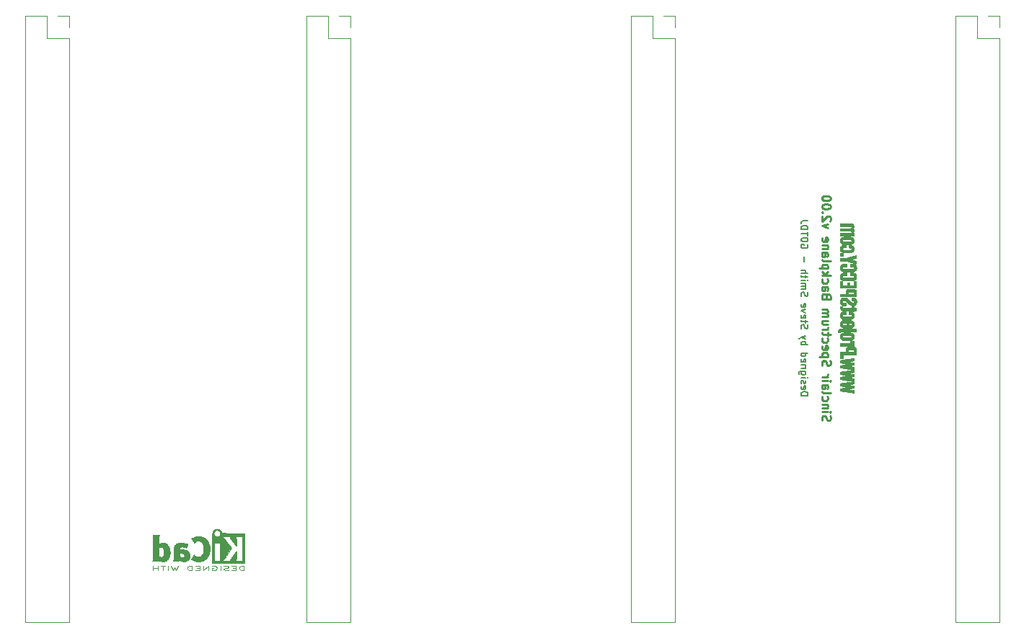
<source format=gbo>
G04 #@! TF.FileFunction,Legend,Bot*
%FSLAX46Y46*%
G04 Gerber Fmt 4.6, Leading zero omitted, Abs format (unit mm)*
G04 Created by KiCad (PCBNEW 4.0.5) date 11/08/17 14:32:28*
%MOMM*%
%LPD*%
G01*
G04 APERTURE LIST*
%ADD10C,0.100000*%
%ADD11C,0.200000*%
%ADD12C,0.250000*%
%ADD13C,0.120000*%
%ADD14C,0.010000*%
%ADD15C,0.125000*%
G04 APERTURE END LIST*
D10*
D11*
X181248095Y-104246668D02*
X182048095Y-104246668D01*
X182048095Y-104056192D01*
X182010000Y-103941906D01*
X181933810Y-103865715D01*
X181857619Y-103827620D01*
X181705238Y-103789525D01*
X181590952Y-103789525D01*
X181438571Y-103827620D01*
X181362381Y-103865715D01*
X181286190Y-103941906D01*
X181248095Y-104056192D01*
X181248095Y-104246668D01*
X181286190Y-103141906D02*
X181248095Y-103218096D01*
X181248095Y-103370477D01*
X181286190Y-103446668D01*
X181362381Y-103484763D01*
X181667143Y-103484763D01*
X181743333Y-103446668D01*
X181781429Y-103370477D01*
X181781429Y-103218096D01*
X181743333Y-103141906D01*
X181667143Y-103103811D01*
X181590952Y-103103811D01*
X181514762Y-103484763D01*
X181286190Y-102799049D02*
X181248095Y-102722859D01*
X181248095Y-102570478D01*
X181286190Y-102494287D01*
X181362381Y-102456192D01*
X181400476Y-102456192D01*
X181476667Y-102494287D01*
X181514762Y-102570478D01*
X181514762Y-102684763D01*
X181552857Y-102760954D01*
X181629048Y-102799049D01*
X181667143Y-102799049D01*
X181743333Y-102760954D01*
X181781429Y-102684763D01*
X181781429Y-102570478D01*
X181743333Y-102494287D01*
X181248095Y-102113335D02*
X181781429Y-102113335D01*
X182048095Y-102113335D02*
X182010000Y-102151430D01*
X181971905Y-102113335D01*
X182010000Y-102075240D01*
X182048095Y-102113335D01*
X181971905Y-102113335D01*
X181781429Y-101389526D02*
X181133810Y-101389526D01*
X181057619Y-101427621D01*
X181019524Y-101465716D01*
X180981429Y-101541907D01*
X180981429Y-101656192D01*
X181019524Y-101732383D01*
X181286190Y-101389526D02*
X181248095Y-101465716D01*
X181248095Y-101618097D01*
X181286190Y-101694288D01*
X181324286Y-101732383D01*
X181400476Y-101770478D01*
X181629048Y-101770478D01*
X181705238Y-101732383D01*
X181743333Y-101694288D01*
X181781429Y-101618097D01*
X181781429Y-101465716D01*
X181743333Y-101389526D01*
X181781429Y-101008573D02*
X181248095Y-101008573D01*
X181705238Y-101008573D02*
X181743333Y-100970478D01*
X181781429Y-100894287D01*
X181781429Y-100780001D01*
X181743333Y-100703811D01*
X181667143Y-100665716D01*
X181248095Y-100665716D01*
X181286190Y-99980001D02*
X181248095Y-100056191D01*
X181248095Y-100208572D01*
X181286190Y-100284763D01*
X181362381Y-100322858D01*
X181667143Y-100322858D01*
X181743333Y-100284763D01*
X181781429Y-100208572D01*
X181781429Y-100056191D01*
X181743333Y-99980001D01*
X181667143Y-99941906D01*
X181590952Y-99941906D01*
X181514762Y-100322858D01*
X181248095Y-99256192D02*
X182048095Y-99256192D01*
X181286190Y-99256192D02*
X181248095Y-99332382D01*
X181248095Y-99484763D01*
X181286190Y-99560954D01*
X181324286Y-99599049D01*
X181400476Y-99637144D01*
X181629048Y-99637144D01*
X181705238Y-99599049D01*
X181743333Y-99560954D01*
X181781429Y-99484763D01*
X181781429Y-99332382D01*
X181743333Y-99256192D01*
X181248095Y-98265715D02*
X182048095Y-98265715D01*
X181743333Y-98265715D02*
X181781429Y-98189524D01*
X181781429Y-98037143D01*
X181743333Y-97960953D01*
X181705238Y-97922858D01*
X181629048Y-97884762D01*
X181400476Y-97884762D01*
X181324286Y-97922858D01*
X181286190Y-97960953D01*
X181248095Y-98037143D01*
X181248095Y-98189524D01*
X181286190Y-98265715D01*
X181781429Y-97618095D02*
X181248095Y-97427619D01*
X181781429Y-97237143D02*
X181248095Y-97427619D01*
X181057619Y-97503810D01*
X181019524Y-97541905D01*
X180981429Y-97618095D01*
X181286190Y-96360952D02*
X181248095Y-96246666D01*
X181248095Y-96056190D01*
X181286190Y-95980000D01*
X181324286Y-95941904D01*
X181400476Y-95903809D01*
X181476667Y-95903809D01*
X181552857Y-95941904D01*
X181590952Y-95980000D01*
X181629048Y-96056190D01*
X181667143Y-96208571D01*
X181705238Y-96284762D01*
X181743333Y-96322857D01*
X181819524Y-96360952D01*
X181895714Y-96360952D01*
X181971905Y-96322857D01*
X182010000Y-96284762D01*
X182048095Y-96208571D01*
X182048095Y-96018095D01*
X182010000Y-95903809D01*
X181781429Y-95675238D02*
X181781429Y-95370476D01*
X182048095Y-95560952D02*
X181362381Y-95560952D01*
X181286190Y-95522857D01*
X181248095Y-95446666D01*
X181248095Y-95370476D01*
X181286190Y-94799047D02*
X181248095Y-94875237D01*
X181248095Y-95027618D01*
X181286190Y-95103809D01*
X181362381Y-95141904D01*
X181667143Y-95141904D01*
X181743333Y-95103809D01*
X181781429Y-95027618D01*
X181781429Y-94875237D01*
X181743333Y-94799047D01*
X181667143Y-94760952D01*
X181590952Y-94760952D01*
X181514762Y-95141904D01*
X181781429Y-94494285D02*
X181248095Y-94303809D01*
X181781429Y-94113333D01*
X181286190Y-93503809D02*
X181248095Y-93579999D01*
X181248095Y-93732380D01*
X181286190Y-93808571D01*
X181362381Y-93846666D01*
X181667143Y-93846666D01*
X181743333Y-93808571D01*
X181781429Y-93732380D01*
X181781429Y-93579999D01*
X181743333Y-93503809D01*
X181667143Y-93465714D01*
X181590952Y-93465714D01*
X181514762Y-93846666D01*
X181286190Y-92551428D02*
X181248095Y-92437142D01*
X181248095Y-92246666D01*
X181286190Y-92170476D01*
X181324286Y-92132380D01*
X181400476Y-92094285D01*
X181476667Y-92094285D01*
X181552857Y-92132380D01*
X181590952Y-92170476D01*
X181629048Y-92246666D01*
X181667143Y-92399047D01*
X181705238Y-92475238D01*
X181743333Y-92513333D01*
X181819524Y-92551428D01*
X181895714Y-92551428D01*
X181971905Y-92513333D01*
X182010000Y-92475238D01*
X182048095Y-92399047D01*
X182048095Y-92208571D01*
X182010000Y-92094285D01*
X181248095Y-91751428D02*
X181781429Y-91751428D01*
X181705238Y-91751428D02*
X181743333Y-91713333D01*
X181781429Y-91637142D01*
X181781429Y-91522856D01*
X181743333Y-91446666D01*
X181667143Y-91408571D01*
X181248095Y-91408571D01*
X181667143Y-91408571D02*
X181743333Y-91370475D01*
X181781429Y-91294285D01*
X181781429Y-91179999D01*
X181743333Y-91103809D01*
X181667143Y-91065714D01*
X181248095Y-91065714D01*
X181248095Y-90684761D02*
X181781429Y-90684761D01*
X182048095Y-90684761D02*
X182010000Y-90722856D01*
X181971905Y-90684761D01*
X182010000Y-90646666D01*
X182048095Y-90684761D01*
X181971905Y-90684761D01*
X181781429Y-90418095D02*
X181781429Y-90113333D01*
X182048095Y-90303809D02*
X181362381Y-90303809D01*
X181286190Y-90265714D01*
X181248095Y-90189523D01*
X181248095Y-90113333D01*
X181248095Y-89846666D02*
X182048095Y-89846666D01*
X181248095Y-89503809D02*
X181667143Y-89503809D01*
X181743333Y-89541904D01*
X181781429Y-89618094D01*
X181781429Y-89732380D01*
X181743333Y-89808571D01*
X181705238Y-89846666D01*
X181552857Y-88513332D02*
X181552857Y-87903808D01*
X182010000Y-86494284D02*
X182048095Y-86570475D01*
X182048095Y-86684760D01*
X182010000Y-86799046D01*
X181933810Y-86875237D01*
X181857619Y-86913332D01*
X181705238Y-86951427D01*
X181590952Y-86951427D01*
X181438571Y-86913332D01*
X181362381Y-86875237D01*
X181286190Y-86799046D01*
X181248095Y-86684760D01*
X181248095Y-86608570D01*
X181286190Y-86494284D01*
X181324286Y-86456189D01*
X181590952Y-86456189D01*
X181590952Y-86608570D01*
X182048095Y-85960951D02*
X182048095Y-85884760D01*
X182010000Y-85808570D01*
X181971905Y-85770475D01*
X181895714Y-85732379D01*
X181743333Y-85694284D01*
X181552857Y-85694284D01*
X181400476Y-85732379D01*
X181324286Y-85770475D01*
X181286190Y-85808570D01*
X181248095Y-85884760D01*
X181248095Y-85960951D01*
X181286190Y-86037141D01*
X181324286Y-86075237D01*
X181400476Y-86113332D01*
X181552857Y-86151427D01*
X181743333Y-86151427D01*
X181895714Y-86113332D01*
X181971905Y-86075237D01*
X182010000Y-86037141D01*
X182048095Y-85960951D01*
X182048095Y-85465713D02*
X182048095Y-85008570D01*
X181248095Y-85237141D02*
X182048095Y-85237141D01*
X181248095Y-84741903D02*
X182048095Y-84741903D01*
X182048095Y-84551427D01*
X182010000Y-84437141D01*
X181933810Y-84360950D01*
X181857619Y-84322855D01*
X181705238Y-84284760D01*
X181590952Y-84284760D01*
X181438571Y-84322855D01*
X181362381Y-84360950D01*
X181286190Y-84437141D01*
X181248095Y-84551427D01*
X181248095Y-84741903D01*
X182048095Y-83713331D02*
X181476667Y-83713331D01*
X181362381Y-83751427D01*
X181286190Y-83827617D01*
X181248095Y-83941903D01*
X181248095Y-84018093D01*
D12*
X183745238Y-107170478D02*
X183697619Y-107027621D01*
X183697619Y-106789525D01*
X183745238Y-106694287D01*
X183792857Y-106646668D01*
X183888095Y-106599049D01*
X183983333Y-106599049D01*
X184078571Y-106646668D01*
X184126190Y-106694287D01*
X184173810Y-106789525D01*
X184221429Y-106980002D01*
X184269048Y-107075240D01*
X184316667Y-107122859D01*
X184411905Y-107170478D01*
X184507143Y-107170478D01*
X184602381Y-107122859D01*
X184650000Y-107075240D01*
X184697619Y-106980002D01*
X184697619Y-106741906D01*
X184650000Y-106599049D01*
X183697619Y-106170478D02*
X184364286Y-106170478D01*
X184697619Y-106170478D02*
X184650000Y-106218097D01*
X184602381Y-106170478D01*
X184650000Y-106122859D01*
X184697619Y-106170478D01*
X184602381Y-106170478D01*
X184364286Y-105694288D02*
X183697619Y-105694288D01*
X184269048Y-105694288D02*
X184316667Y-105646669D01*
X184364286Y-105551431D01*
X184364286Y-105408573D01*
X184316667Y-105313335D01*
X184221429Y-105265716D01*
X183697619Y-105265716D01*
X183745238Y-104360954D02*
X183697619Y-104456192D01*
X183697619Y-104646669D01*
X183745238Y-104741907D01*
X183792857Y-104789526D01*
X183888095Y-104837145D01*
X184173810Y-104837145D01*
X184269048Y-104789526D01*
X184316667Y-104741907D01*
X184364286Y-104646669D01*
X184364286Y-104456192D01*
X184316667Y-104360954D01*
X183697619Y-103789526D02*
X183745238Y-103884764D01*
X183840476Y-103932383D01*
X184697619Y-103932383D01*
X183697619Y-102980001D02*
X184221429Y-102980001D01*
X184316667Y-103027620D01*
X184364286Y-103122858D01*
X184364286Y-103313335D01*
X184316667Y-103408573D01*
X183745238Y-102980001D02*
X183697619Y-103075239D01*
X183697619Y-103313335D01*
X183745238Y-103408573D01*
X183840476Y-103456192D01*
X183935714Y-103456192D01*
X184030952Y-103408573D01*
X184078571Y-103313335D01*
X184078571Y-103075239D01*
X184126190Y-102980001D01*
X183697619Y-102503811D02*
X184364286Y-102503811D01*
X184697619Y-102503811D02*
X184650000Y-102551430D01*
X184602381Y-102503811D01*
X184650000Y-102456192D01*
X184697619Y-102503811D01*
X184602381Y-102503811D01*
X183697619Y-102027621D02*
X184364286Y-102027621D01*
X184173810Y-102027621D02*
X184269048Y-101980002D01*
X184316667Y-101932383D01*
X184364286Y-101837145D01*
X184364286Y-101741906D01*
X183745238Y-100694287D02*
X183697619Y-100551430D01*
X183697619Y-100313334D01*
X183745238Y-100218096D01*
X183792857Y-100170477D01*
X183888095Y-100122858D01*
X183983333Y-100122858D01*
X184078571Y-100170477D01*
X184126190Y-100218096D01*
X184173810Y-100313334D01*
X184221429Y-100503811D01*
X184269048Y-100599049D01*
X184316667Y-100646668D01*
X184411905Y-100694287D01*
X184507143Y-100694287D01*
X184602381Y-100646668D01*
X184650000Y-100599049D01*
X184697619Y-100503811D01*
X184697619Y-100265715D01*
X184650000Y-100122858D01*
X184364286Y-99694287D02*
X183364286Y-99694287D01*
X184316667Y-99694287D02*
X184364286Y-99599049D01*
X184364286Y-99408572D01*
X184316667Y-99313334D01*
X184269048Y-99265715D01*
X184173810Y-99218096D01*
X183888095Y-99218096D01*
X183792857Y-99265715D01*
X183745238Y-99313334D01*
X183697619Y-99408572D01*
X183697619Y-99599049D01*
X183745238Y-99694287D01*
X183745238Y-98408572D02*
X183697619Y-98503810D01*
X183697619Y-98694287D01*
X183745238Y-98789525D01*
X183840476Y-98837144D01*
X184221429Y-98837144D01*
X184316667Y-98789525D01*
X184364286Y-98694287D01*
X184364286Y-98503810D01*
X184316667Y-98408572D01*
X184221429Y-98360953D01*
X184126190Y-98360953D01*
X184030952Y-98837144D01*
X183745238Y-97503810D02*
X183697619Y-97599048D01*
X183697619Y-97789525D01*
X183745238Y-97884763D01*
X183792857Y-97932382D01*
X183888095Y-97980001D01*
X184173810Y-97980001D01*
X184269048Y-97932382D01*
X184316667Y-97884763D01*
X184364286Y-97789525D01*
X184364286Y-97599048D01*
X184316667Y-97503810D01*
X184364286Y-97218096D02*
X184364286Y-96837144D01*
X184697619Y-97075239D02*
X183840476Y-97075239D01*
X183745238Y-97027620D01*
X183697619Y-96932382D01*
X183697619Y-96837144D01*
X183697619Y-96503810D02*
X184364286Y-96503810D01*
X184173810Y-96503810D02*
X184269048Y-96456191D01*
X184316667Y-96408572D01*
X184364286Y-96313334D01*
X184364286Y-96218095D01*
X184364286Y-95456190D02*
X183697619Y-95456190D01*
X184364286Y-95884762D02*
X183840476Y-95884762D01*
X183745238Y-95837143D01*
X183697619Y-95741905D01*
X183697619Y-95599047D01*
X183745238Y-95503809D01*
X183792857Y-95456190D01*
X183697619Y-94980000D02*
X184364286Y-94980000D01*
X184269048Y-94980000D02*
X184316667Y-94932381D01*
X184364286Y-94837143D01*
X184364286Y-94694285D01*
X184316667Y-94599047D01*
X184221429Y-94551428D01*
X183697619Y-94551428D01*
X184221429Y-94551428D02*
X184316667Y-94503809D01*
X184364286Y-94408571D01*
X184364286Y-94265714D01*
X184316667Y-94170476D01*
X184221429Y-94122857D01*
X183697619Y-94122857D01*
X184221429Y-92551428D02*
X184173810Y-92408571D01*
X184126190Y-92360952D01*
X184030952Y-92313333D01*
X183888095Y-92313333D01*
X183792857Y-92360952D01*
X183745238Y-92408571D01*
X183697619Y-92503809D01*
X183697619Y-92884762D01*
X184697619Y-92884762D01*
X184697619Y-92551428D01*
X184650000Y-92456190D01*
X184602381Y-92408571D01*
X184507143Y-92360952D01*
X184411905Y-92360952D01*
X184316667Y-92408571D01*
X184269048Y-92456190D01*
X184221429Y-92551428D01*
X184221429Y-92884762D01*
X183697619Y-91456190D02*
X184221429Y-91456190D01*
X184316667Y-91503809D01*
X184364286Y-91599047D01*
X184364286Y-91789524D01*
X184316667Y-91884762D01*
X183745238Y-91456190D02*
X183697619Y-91551428D01*
X183697619Y-91789524D01*
X183745238Y-91884762D01*
X183840476Y-91932381D01*
X183935714Y-91932381D01*
X184030952Y-91884762D01*
X184078571Y-91789524D01*
X184078571Y-91551428D01*
X184126190Y-91456190D01*
X183745238Y-90551428D02*
X183697619Y-90646666D01*
X183697619Y-90837143D01*
X183745238Y-90932381D01*
X183792857Y-90980000D01*
X183888095Y-91027619D01*
X184173810Y-91027619D01*
X184269048Y-90980000D01*
X184316667Y-90932381D01*
X184364286Y-90837143D01*
X184364286Y-90646666D01*
X184316667Y-90551428D01*
X183697619Y-90122857D02*
X184697619Y-90122857D01*
X184078571Y-90027619D02*
X183697619Y-89741904D01*
X184364286Y-89741904D02*
X183983333Y-90122857D01*
X184364286Y-89313333D02*
X183364286Y-89313333D01*
X184316667Y-89313333D02*
X184364286Y-89218095D01*
X184364286Y-89027618D01*
X184316667Y-88932380D01*
X184269048Y-88884761D01*
X184173810Y-88837142D01*
X183888095Y-88837142D01*
X183792857Y-88884761D01*
X183745238Y-88932380D01*
X183697619Y-89027618D01*
X183697619Y-89218095D01*
X183745238Y-89313333D01*
X183697619Y-88265714D02*
X183745238Y-88360952D01*
X183840476Y-88408571D01*
X184697619Y-88408571D01*
X183697619Y-87456189D02*
X184221429Y-87456189D01*
X184316667Y-87503808D01*
X184364286Y-87599046D01*
X184364286Y-87789523D01*
X184316667Y-87884761D01*
X183745238Y-87456189D02*
X183697619Y-87551427D01*
X183697619Y-87789523D01*
X183745238Y-87884761D01*
X183840476Y-87932380D01*
X183935714Y-87932380D01*
X184030952Y-87884761D01*
X184078571Y-87789523D01*
X184078571Y-87551427D01*
X184126190Y-87456189D01*
X184364286Y-86979999D02*
X183697619Y-86979999D01*
X184269048Y-86979999D02*
X184316667Y-86932380D01*
X184364286Y-86837142D01*
X184364286Y-86694284D01*
X184316667Y-86599046D01*
X184221429Y-86551427D01*
X183697619Y-86551427D01*
X183745238Y-85694284D02*
X183697619Y-85789522D01*
X183697619Y-85979999D01*
X183745238Y-86075237D01*
X183840476Y-86122856D01*
X184221429Y-86122856D01*
X184316667Y-86075237D01*
X184364286Y-85979999D01*
X184364286Y-85789522D01*
X184316667Y-85694284D01*
X184221429Y-85646665D01*
X184126190Y-85646665D01*
X184030952Y-86122856D01*
X184364286Y-84551427D02*
X183697619Y-84313332D01*
X184364286Y-84075236D01*
X184602381Y-83741903D02*
X184650000Y-83694284D01*
X184697619Y-83599046D01*
X184697619Y-83360950D01*
X184650000Y-83265712D01*
X184602381Y-83218093D01*
X184507143Y-83170474D01*
X184411905Y-83170474D01*
X184269048Y-83218093D01*
X183697619Y-83789522D01*
X183697619Y-83170474D01*
X183792857Y-82741903D02*
X183745238Y-82694284D01*
X183697619Y-82741903D01*
X183745238Y-82789522D01*
X183792857Y-82741903D01*
X183697619Y-82741903D01*
X184697619Y-82075237D02*
X184697619Y-81979998D01*
X184650000Y-81884760D01*
X184602381Y-81837141D01*
X184507143Y-81789522D01*
X184316667Y-81741903D01*
X184078571Y-81741903D01*
X183888095Y-81789522D01*
X183792857Y-81837141D01*
X183745238Y-81884760D01*
X183697619Y-81979998D01*
X183697619Y-82075237D01*
X183745238Y-82170475D01*
X183792857Y-82218094D01*
X183888095Y-82265713D01*
X184078571Y-82313332D01*
X184316667Y-82313332D01*
X184507143Y-82265713D01*
X184602381Y-82218094D01*
X184650000Y-82170475D01*
X184697619Y-82075237D01*
X184697619Y-81122856D02*
X184697619Y-81027617D01*
X184650000Y-80932379D01*
X184602381Y-80884760D01*
X184507143Y-80837141D01*
X184316667Y-80789522D01*
X184078571Y-80789522D01*
X183888095Y-80837141D01*
X183792857Y-80884760D01*
X183745238Y-80932379D01*
X183697619Y-81027617D01*
X183697619Y-81122856D01*
X183745238Y-81218094D01*
X183792857Y-81265713D01*
X183888095Y-81313332D01*
X184078571Y-81360951D01*
X184316667Y-81360951D01*
X184507143Y-81313332D01*
X184602381Y-81265713D01*
X184650000Y-81218094D01*
X184697619Y-81122856D01*
D13*
X95310000Y-130870000D02*
X90110000Y-130870000D01*
X95310000Y-62230000D02*
X95310000Y-130870000D01*
X90110000Y-59630000D02*
X90110000Y-130870000D01*
X95310000Y-62230000D02*
X92710000Y-62230000D01*
X92710000Y-62230000D02*
X92710000Y-59630000D01*
X92710000Y-59630000D02*
X90110000Y-59630000D01*
X95310000Y-60960000D02*
X95310000Y-59630000D01*
X95310000Y-59630000D02*
X93980000Y-59630000D01*
X128330000Y-130870000D02*
X123130000Y-130870000D01*
X128330000Y-62230000D02*
X128330000Y-130870000D01*
X123130000Y-59630000D02*
X123130000Y-130870000D01*
X128330000Y-62230000D02*
X125730000Y-62230000D01*
X125730000Y-62230000D02*
X125730000Y-59630000D01*
X125730000Y-59630000D02*
X123130000Y-59630000D01*
X128330000Y-60960000D02*
X128330000Y-59630000D01*
X128330000Y-59630000D02*
X127000000Y-59630000D01*
X166430000Y-130870000D02*
X161230000Y-130870000D01*
X166430000Y-62230000D02*
X166430000Y-130870000D01*
X161230000Y-59630000D02*
X161230000Y-130870000D01*
X166430000Y-62230000D02*
X163830000Y-62230000D01*
X163830000Y-62230000D02*
X163830000Y-59630000D01*
X163830000Y-59630000D02*
X161230000Y-59630000D01*
X166430000Y-60960000D02*
X166430000Y-59630000D01*
X166430000Y-59630000D02*
X165100000Y-59630000D01*
X204530000Y-130870000D02*
X199330000Y-130870000D01*
X204530000Y-62230000D02*
X204530000Y-130870000D01*
X199330000Y-59630000D02*
X199330000Y-130870000D01*
X204530000Y-62230000D02*
X201930000Y-62230000D01*
X201930000Y-62230000D02*
X201930000Y-59630000D01*
X201930000Y-59630000D02*
X199330000Y-59630000D01*
X204530000Y-60960000D02*
X204530000Y-59630000D01*
X204530000Y-59630000D02*
X203200000Y-59630000D01*
D14*
G36*
X112621877Y-119901881D02*
X112595127Y-119902486D01*
X112574413Y-119903671D01*
X112557463Y-119905671D01*
X112542004Y-119908718D01*
X112525762Y-119913047D01*
X112515144Y-119916220D01*
X112449472Y-119940253D01*
X112390692Y-119970629D01*
X112336374Y-120008804D01*
X112288534Y-120051783D01*
X112238881Y-120108065D01*
X112198467Y-120169072D01*
X112167552Y-120234274D01*
X112146399Y-120303140D01*
X112136654Y-120360741D01*
X112133063Y-120393231D01*
X112108546Y-120396734D01*
X112079310Y-120404862D01*
X112057112Y-120420261D01*
X112047441Y-120432087D01*
X112046545Y-120433680D01*
X112045707Y-120435965D01*
X112044925Y-120439280D01*
X112044195Y-120443966D01*
X112043518Y-120450365D01*
X112042889Y-120458816D01*
X112042309Y-120469661D01*
X112041775Y-120483239D01*
X112041284Y-120499891D01*
X112040836Y-120519958D01*
X112040428Y-120543780D01*
X112040058Y-120571697D01*
X112039725Y-120604051D01*
X112039426Y-120641182D01*
X112039160Y-120683430D01*
X112038925Y-120731136D01*
X112038719Y-120784640D01*
X112038540Y-120844283D01*
X112038386Y-120910405D01*
X112038255Y-120983348D01*
X112038146Y-121063450D01*
X112038056Y-121151054D01*
X112037983Y-121246499D01*
X112037927Y-121350126D01*
X112037884Y-121462276D01*
X112037854Y-121583289D01*
X112037833Y-121713505D01*
X112037821Y-121853265D01*
X112037814Y-122002911D01*
X112037813Y-122162781D01*
X112037813Y-122171354D01*
X112037814Y-122331685D01*
X112037819Y-122481773D01*
X112037829Y-122621961D01*
X112037847Y-122752590D01*
X112037874Y-122874001D01*
X112037913Y-122986536D01*
X112037965Y-123090536D01*
X112038033Y-123186342D01*
X112038117Y-123274297D01*
X112038221Y-123354741D01*
X112038347Y-123428015D01*
X112038495Y-123494462D01*
X112038669Y-123554423D01*
X112038869Y-123608239D01*
X112039099Y-123656251D01*
X112039360Y-123698801D01*
X112039654Y-123736230D01*
X112039982Y-123768880D01*
X112040348Y-123797093D01*
X112040752Y-123821208D01*
X112041197Y-123841569D01*
X112041685Y-123858516D01*
X112042217Y-123872391D01*
X112042796Y-123883535D01*
X112043424Y-123892290D01*
X112044102Y-123898997D01*
X112044833Y-123903997D01*
X112045618Y-123907632D01*
X112046460Y-123910243D01*
X112047360Y-123912172D01*
X112047790Y-123912918D01*
X112058992Y-123926948D01*
X112072149Y-123937892D01*
X112072419Y-123938054D01*
X112074275Y-123938824D01*
X112077368Y-123939548D01*
X112082018Y-123940226D01*
X112088547Y-123940861D01*
X112097276Y-123941452D01*
X112108527Y-123942002D01*
X112122621Y-123942513D01*
X112139879Y-123942985D01*
X112160622Y-123943421D01*
X112185172Y-123943820D01*
X112213851Y-123944186D01*
X112246979Y-123944519D01*
X112284878Y-123944821D01*
X112327869Y-123945094D01*
X112376274Y-123945338D01*
X112430413Y-123945555D01*
X112490609Y-123945746D01*
X112557182Y-123945914D01*
X112630454Y-123946059D01*
X112710746Y-123946182D01*
X112798379Y-123946286D01*
X112893676Y-123946372D01*
X112996956Y-123946441D01*
X113108542Y-123946494D01*
X113228754Y-123946533D01*
X113357915Y-123946560D01*
X113496345Y-123946575D01*
X113644365Y-123946581D01*
X113802298Y-123946578D01*
X113970464Y-123946569D01*
X113985962Y-123946568D01*
X114155077Y-123946553D01*
X114313929Y-123946532D01*
X114462841Y-123946505D01*
X114602131Y-123946470D01*
X114732123Y-123946425D01*
X114853137Y-123946368D01*
X114965493Y-123946299D01*
X115069513Y-123946216D01*
X115165518Y-123946117D01*
X115253830Y-123946002D01*
X115334768Y-123945867D01*
X115408654Y-123945713D01*
X115475809Y-123945537D01*
X115536555Y-123945338D01*
X115591211Y-123945115D01*
X115640100Y-123944866D01*
X115683542Y-123944589D01*
X115721858Y-123944284D01*
X115755370Y-123943948D01*
X115784397Y-123943581D01*
X115809262Y-123943180D01*
X115830286Y-123942745D01*
X115847789Y-123942273D01*
X115862092Y-123941764D01*
X115873517Y-123941215D01*
X115882384Y-123940626D01*
X115889015Y-123939995D01*
X115893731Y-123939320D01*
X115896852Y-123938600D01*
X115898700Y-123937834D01*
X115898757Y-123937799D01*
X115911915Y-123926583D01*
X115921246Y-123914634D01*
X115922047Y-123912696D01*
X115922796Y-123909457D01*
X115923497Y-123904580D01*
X115924149Y-123897729D01*
X115924756Y-123888567D01*
X115925319Y-123876757D01*
X115925838Y-123861963D01*
X115926317Y-123843849D01*
X115926756Y-123822077D01*
X115927158Y-123796312D01*
X115927524Y-123766217D01*
X115927855Y-123731454D01*
X115928154Y-123691688D01*
X115928421Y-123646582D01*
X115928659Y-123595800D01*
X115928869Y-123539004D01*
X115929054Y-123475858D01*
X115929213Y-123406027D01*
X115929351Y-123329172D01*
X115929466Y-123244958D01*
X115929563Y-123153048D01*
X115929642Y-123053106D01*
X115929704Y-122944794D01*
X115929752Y-122827777D01*
X115929787Y-122701717D01*
X115929811Y-122566279D01*
X115929826Y-122421125D01*
X115929833Y-122265919D01*
X115929833Y-122010916D01*
X115929830Y-121860720D01*
X115929822Y-121720426D01*
X115929807Y-121589692D01*
X115929784Y-121468177D01*
X115929750Y-121355542D01*
X115929703Y-121251444D01*
X115929641Y-121155542D01*
X115929563Y-121067497D01*
X115929465Y-120986966D01*
X115929346Y-120913610D01*
X115929205Y-120847086D01*
X115929099Y-120808750D01*
X115707705Y-120808750D01*
X115682972Y-120839116D01*
X115656401Y-120877776D01*
X115633705Y-120922617D01*
X115616952Y-120969392D01*
X115613937Y-120980881D01*
X115612923Y-120985660D01*
X115611985Y-120991557D01*
X115611120Y-120998996D01*
X115610325Y-121008402D01*
X115609595Y-121020200D01*
X115608926Y-121034812D01*
X115608314Y-121052664D01*
X115607757Y-121074181D01*
X115607249Y-121099786D01*
X115606787Y-121129904D01*
X115606366Y-121164959D01*
X115605985Y-121205376D01*
X115605637Y-121251578D01*
X115605320Y-121303992D01*
X115605029Y-121363040D01*
X115604761Y-121429147D01*
X115604512Y-121502737D01*
X115604278Y-121584235D01*
X115604055Y-121674066D01*
X115603839Y-121772653D01*
X115603626Y-121880421D01*
X115603413Y-121997795D01*
X115603196Y-122125198D01*
X115603128Y-122166063D01*
X115602936Y-122297713D01*
X115602803Y-122423812D01*
X115602728Y-122544013D01*
X115602710Y-122657972D01*
X115602748Y-122765345D01*
X115602841Y-122865788D01*
X115602988Y-122958955D01*
X115603188Y-123044502D01*
X115603441Y-123122084D01*
X115603746Y-123191357D01*
X115604101Y-123251977D01*
X115604506Y-123303599D01*
X115604959Y-123345877D01*
X115605461Y-123378469D01*
X115606010Y-123401028D01*
X115606361Y-123409604D01*
X115608581Y-123446840D01*
X115610902Y-123475667D01*
X115613620Y-123498256D01*
X115617031Y-123516779D01*
X115621431Y-123533410D01*
X115624583Y-123543127D01*
X115642438Y-123587123D01*
X115664347Y-123624883D01*
X115683535Y-123650093D01*
X115693843Y-123662787D01*
X115700656Y-123671857D01*
X115702292Y-123674688D01*
X115697129Y-123675015D01*
X115682159Y-123675327D01*
X115658154Y-123675620D01*
X115625892Y-123675890D01*
X115586147Y-123676134D01*
X115539693Y-123676347D01*
X115487306Y-123676527D01*
X115429761Y-123676668D01*
X115367832Y-123676769D01*
X115302296Y-123676824D01*
X115260125Y-123676834D01*
X115178813Y-123676805D01*
X115107521Y-123676714D01*
X115045686Y-123676552D01*
X114992746Y-123676311D01*
X114948138Y-123675981D01*
X114911298Y-123675556D01*
X114881665Y-123675025D01*
X114858674Y-123674380D01*
X114841763Y-123673614D01*
X114830370Y-123672717D01*
X114823931Y-123671681D01*
X114821884Y-123670498D01*
X114821966Y-123670219D01*
X114827139Y-123662355D01*
X114836086Y-123649321D01*
X114842751Y-123639792D01*
X114858844Y-123612312D01*
X114874576Y-123576858D01*
X114888961Y-123536017D01*
X114901015Y-123492379D01*
X114904186Y-123478396D01*
X114906201Y-123468715D01*
X114907967Y-123459185D01*
X114909505Y-123449058D01*
X114910836Y-123437586D01*
X114911978Y-123424022D01*
X114912953Y-123407619D01*
X114913781Y-123387629D01*
X114914481Y-123363305D01*
X114915074Y-123333900D01*
X114915581Y-123298665D01*
X114916020Y-123256855D01*
X114916413Y-123207720D01*
X114916779Y-123150515D01*
X114917139Y-123084491D01*
X114917513Y-123008901D01*
X114917656Y-122979107D01*
X114918001Y-122894041D01*
X114918188Y-122817334D01*
X114918221Y-122749245D01*
X114918100Y-122690033D01*
X114917827Y-122639957D01*
X114917404Y-122599275D01*
X114916833Y-122568247D01*
X114916115Y-122547132D01*
X114915253Y-122536189D01*
X114914682Y-122534607D01*
X114910857Y-122539055D01*
X114901328Y-122551336D01*
X114886623Y-122570729D01*
X114867271Y-122596514D01*
X114843803Y-122627972D01*
X114816746Y-122664381D01*
X114786630Y-122705023D01*
X114753985Y-122749177D01*
X114719339Y-122796122D01*
X114683222Y-122845140D01*
X114646164Y-122895510D01*
X114608692Y-122946512D01*
X114571337Y-122997425D01*
X114534628Y-123047531D01*
X114499094Y-123096108D01*
X114465264Y-123142437D01*
X114433668Y-123185798D01*
X114404834Y-123225471D01*
X114379292Y-123260735D01*
X114357571Y-123290871D01*
X114340200Y-123315159D01*
X114327709Y-123332878D01*
X114323983Y-123338279D01*
X114293222Y-123385486D01*
X114265843Y-123431705D01*
X114243076Y-123474740D01*
X114226148Y-123512392D01*
X114224955Y-123515438D01*
X114219498Y-123531143D01*
X114215909Y-123546463D01*
X114213823Y-123564279D01*
X114212874Y-123587468D01*
X114212688Y-123612012D01*
X114212688Y-123676837D01*
X113727041Y-123676835D01*
X113241395Y-123676834D01*
X113244830Y-123673877D01*
X113072333Y-123673877D01*
X113067175Y-123674342D01*
X113052233Y-123674784D01*
X113028307Y-123675198D01*
X112996196Y-123675578D01*
X112956701Y-123675919D01*
X112910621Y-123676214D01*
X112858755Y-123676459D01*
X112801903Y-123676647D01*
X112740865Y-123676772D01*
X112676441Y-123676830D01*
X112656973Y-123676834D01*
X112241612Y-123676834D01*
X112260910Y-123651698D01*
X112284555Y-123614803D01*
X112304893Y-123570818D01*
X112314716Y-123542750D01*
X112315762Y-123538626D01*
X112316723Y-123532989D01*
X112317604Y-123525383D01*
X112318407Y-123515353D01*
X112319140Y-123502444D01*
X112319805Y-123486199D01*
X112320407Y-123466165D01*
X112320952Y-123441884D01*
X112321444Y-123412903D01*
X112321887Y-123378765D01*
X112322286Y-123339015D01*
X112322646Y-123293198D01*
X112322971Y-123240858D01*
X112323266Y-123181541D01*
X112323535Y-123114790D01*
X112323784Y-123040150D01*
X112324016Y-122957166D01*
X112324237Y-122865383D01*
X112324451Y-122764345D01*
X112324662Y-122653596D01*
X112324858Y-122543094D01*
X112326531Y-121570750D01*
X112699745Y-121570750D01*
X112774052Y-121570784D01*
X112838387Y-121570894D01*
X112893358Y-121571089D01*
X112939578Y-121571382D01*
X112977654Y-121571784D01*
X113008199Y-121572304D01*
X113031822Y-121572954D01*
X113049133Y-121573745D01*
X113060742Y-121574688D01*
X113067260Y-121575794D01*
X113069297Y-121577074D01*
X113069213Y-121577365D01*
X113062942Y-121586286D01*
X113056110Y-121594563D01*
X113046478Y-121608397D01*
X113035058Y-121629141D01*
X113023329Y-121653634D01*
X113012769Y-121678720D01*
X113004856Y-121701238D01*
X113002883Y-121708334D01*
X113001869Y-121717701D01*
X113000922Y-121736969D01*
X113000043Y-121765456D01*
X112999232Y-121802481D01*
X112998489Y-121847362D01*
X112997813Y-121899417D01*
X112997205Y-121957965D01*
X112996664Y-122022324D01*
X112996191Y-122091814D01*
X112995785Y-122165751D01*
X112995447Y-122243456D01*
X112995176Y-122324245D01*
X112994973Y-122407439D01*
X112994837Y-122492354D01*
X112994769Y-122578311D01*
X112994769Y-122664626D01*
X112994836Y-122750619D01*
X112994970Y-122835608D01*
X112995172Y-122918911D01*
X112995441Y-122999848D01*
X112995778Y-123077735D01*
X112996182Y-123151893D01*
X112996654Y-123221639D01*
X112997193Y-123286292D01*
X112997799Y-123345170D01*
X112998473Y-123397592D01*
X112999214Y-123442876D01*
X113000022Y-123480341D01*
X113000898Y-123509304D01*
X113001841Y-123529086D01*
X113002852Y-123539003D01*
X113002910Y-123539250D01*
X113013068Y-123570504D01*
X113027599Y-123603464D01*
X113044359Y-123633665D01*
X113056755Y-123651388D01*
X113065944Y-123663482D01*
X113071539Y-123671951D01*
X113072333Y-123673877D01*
X113244830Y-123673877D01*
X113278199Y-123645157D01*
X113296090Y-123628450D01*
X113319192Y-123604864D01*
X113346204Y-123575862D01*
X113375823Y-123542907D01*
X113406745Y-123507462D01*
X113437669Y-123470988D01*
X113467292Y-123434948D01*
X113483304Y-123414896D01*
X113490880Y-123404945D01*
X113504272Y-123386958D01*
X113523087Y-123361471D01*
X113546935Y-123329020D01*
X113575424Y-123290141D01*
X113608163Y-123245370D01*
X113644760Y-123195244D01*
X113684824Y-123140299D01*
X113727965Y-123081070D01*
X113773790Y-123018095D01*
X113821909Y-122951909D01*
X113871929Y-122883048D01*
X113923461Y-122812049D01*
X113957976Y-122764462D01*
X114395081Y-122161654D01*
X114377554Y-122140046D01*
X114372077Y-122133260D01*
X114360387Y-122118747D01*
X114342899Y-122097028D01*
X114320035Y-122068621D01*
X114292211Y-122034047D01*
X114259846Y-121993826D01*
X114223358Y-121948479D01*
X114183167Y-121898524D01*
X114139689Y-121844482D01*
X114093344Y-121786874D01*
X114044551Y-121726218D01*
X113993726Y-121663035D01*
X113942906Y-121599854D01*
X113889950Y-121534049D01*
X113838236Y-121469847D01*
X113788215Y-121407808D01*
X113740342Y-121348492D01*
X113695070Y-121292457D01*
X113652852Y-121240265D01*
X113614141Y-121192474D01*
X113579390Y-121149643D01*
X113549053Y-121112333D01*
X113523582Y-121081103D01*
X113503432Y-121056512D01*
X113489054Y-121039120D01*
X113481523Y-121030199D01*
X113454380Y-120999994D01*
X113423969Y-120968032D01*
X113391913Y-120935862D01*
X113359834Y-120905035D01*
X113329357Y-120877098D01*
X113302102Y-120853603D01*
X113279694Y-120836098D01*
X113274326Y-120832359D01*
X113239134Y-120808750D01*
X114198908Y-120808750D01*
X114193223Y-120825057D01*
X114190684Y-120838657D01*
X114189558Y-120858419D01*
X114190054Y-120879297D01*
X114196024Y-120917145D01*
X114209317Y-120958437D01*
X114230231Y-121003788D01*
X114259062Y-121053810D01*
X114296109Y-121109118D01*
X114312323Y-121131542D01*
X114321561Y-121143779D01*
X114336296Y-121162902D01*
X114355963Y-121188195D01*
X114379995Y-121218944D01*
X114407825Y-121254434D01*
X114438888Y-121293950D01*
X114472618Y-121336777D01*
X114508448Y-121382201D01*
X114545811Y-121429507D01*
X114584142Y-121477980D01*
X114622875Y-121526906D01*
X114661443Y-121575569D01*
X114699279Y-121623255D01*
X114735819Y-121669250D01*
X114770494Y-121712837D01*
X114802740Y-121753303D01*
X114831989Y-121789933D01*
X114857677Y-121822012D01*
X114879235Y-121848825D01*
X114896099Y-121869658D01*
X114907702Y-121883796D01*
X114913477Y-121890523D01*
X114913962Y-121890975D01*
X114914977Y-121886509D01*
X114915881Y-121872436D01*
X114916675Y-121849735D01*
X114917359Y-121819383D01*
X114917934Y-121782356D01*
X114918400Y-121739631D01*
X114918759Y-121692187D01*
X114919010Y-121640999D01*
X114919156Y-121587045D01*
X114919195Y-121531302D01*
X114919129Y-121474748D01*
X114918958Y-121418358D01*
X114918684Y-121363111D01*
X114918306Y-121309983D01*
X114917825Y-121259952D01*
X114917243Y-121213994D01*
X114916559Y-121173086D01*
X114915774Y-121138206D01*
X114914889Y-121110331D01*
X114913905Y-121090438D01*
X114913436Y-121084423D01*
X114904088Y-121016022D01*
X114889610Y-120954173D01*
X114870298Y-120899790D01*
X114846446Y-120853786D01*
X114832659Y-120833886D01*
X114813362Y-120808750D01*
X115707705Y-120808750D01*
X115929099Y-120808750D01*
X115929038Y-120787054D01*
X115928844Y-120733174D01*
X115928620Y-120685104D01*
X115928366Y-120642503D01*
X115928078Y-120605030D01*
X115927755Y-120572345D01*
X115927394Y-120544106D01*
X115926994Y-120519973D01*
X115926552Y-120499604D01*
X115926067Y-120482659D01*
X115925536Y-120468797D01*
X115924958Y-120457676D01*
X115924329Y-120448956D01*
X115923649Y-120442296D01*
X115922916Y-120437356D01*
X115922126Y-120433793D01*
X115921278Y-120431267D01*
X115920371Y-120429437D01*
X115919401Y-120427962D01*
X115919354Y-120427897D01*
X115907093Y-120415354D01*
X115906468Y-120414935D01*
X113040709Y-120414935D01*
X113039134Y-120462779D01*
X113033067Y-120506998D01*
X113030167Y-120519702D01*
X113010209Y-120576944D01*
X112981181Y-120630146D01*
X112944158Y-120678225D01*
X112900216Y-120720099D01*
X112850431Y-120754685D01*
X112795879Y-120780899D01*
X112758911Y-120792795D01*
X112726189Y-120798874D01*
X112687023Y-120802281D01*
X112645224Y-120802963D01*
X112604603Y-120800864D01*
X112568971Y-120795932D01*
X112566979Y-120795524D01*
X112520321Y-120781306D01*
X112472958Y-120758766D01*
X112427645Y-120729585D01*
X112387134Y-120695444D01*
X112365695Y-120672593D01*
X112332321Y-120625815D01*
X112305625Y-120572885D01*
X112295897Y-120546813D01*
X112290304Y-120528996D01*
X112286408Y-120513204D01*
X112283903Y-120496816D01*
X112282483Y-120477209D01*
X112281843Y-120451764D01*
X112281685Y-120425104D01*
X112281783Y-120393231D01*
X112282421Y-120369338D01*
X112283897Y-120350828D01*
X112286512Y-120335100D01*
X112290568Y-120319556D01*
X112295757Y-120303396D01*
X112318774Y-120250647D01*
X112350631Y-120201124D01*
X112389907Y-120156098D01*
X112435183Y-120116841D01*
X112485037Y-120084624D01*
X112538050Y-120060718D01*
X112580208Y-120048758D01*
X112623705Y-120043051D01*
X112672028Y-120042424D01*
X112720849Y-120046647D01*
X112765839Y-120055492D01*
X112778646Y-120059238D01*
X112835367Y-120082856D01*
X112887233Y-120115227D01*
X112933248Y-120155297D01*
X112972416Y-120202010D01*
X113003741Y-120254310D01*
X113026228Y-120311143D01*
X113030361Y-120325973D01*
X113037786Y-120367866D01*
X113040709Y-120414935D01*
X115906468Y-120414935D01*
X115891661Y-120405023D01*
X115890773Y-120404590D01*
X115888255Y-120403684D01*
X115884402Y-120402844D01*
X115878831Y-120402067D01*
X115871157Y-120401350D01*
X115860998Y-120400692D01*
X115847968Y-120400089D01*
X115831684Y-120399539D01*
X115811762Y-120399041D01*
X115787818Y-120398591D01*
X115759469Y-120398187D01*
X115726329Y-120397826D01*
X115688016Y-120397507D01*
X115644146Y-120397226D01*
X115594333Y-120396982D01*
X115538196Y-120396772D01*
X115475349Y-120396593D01*
X115405408Y-120396443D01*
X115327990Y-120396320D01*
X115242711Y-120396221D01*
X115149187Y-120396144D01*
X115047034Y-120396086D01*
X114935867Y-120396046D01*
X114815304Y-120396019D01*
X114684960Y-120396005D01*
X114544451Y-120396000D01*
X114531277Y-120396000D01*
X114389808Y-120395996D01*
X114258545Y-120395982D01*
X114137109Y-120395956D01*
X114025122Y-120395916D01*
X113922207Y-120395858D01*
X113827984Y-120395782D01*
X113742076Y-120395684D01*
X113664106Y-120395562D01*
X113593694Y-120395414D01*
X113530464Y-120395237D01*
X113474036Y-120395029D01*
X113424033Y-120394788D01*
X113380077Y-120394511D01*
X113341790Y-120394196D01*
X113308793Y-120393841D01*
X113280709Y-120393443D01*
X113257159Y-120393000D01*
X113237767Y-120392510D01*
X113222152Y-120391970D01*
X113209938Y-120391377D01*
X113200747Y-120390731D01*
X113194200Y-120390027D01*
X113189919Y-120389264D01*
X113187527Y-120388440D01*
X113186670Y-120387630D01*
X113184396Y-120376553D01*
X113183458Y-120361850D01*
X113181571Y-120343250D01*
X113176440Y-120317733D01*
X113168863Y-120288164D01*
X113159635Y-120257408D01*
X113149555Y-120228331D01*
X113139618Y-120204226D01*
X113107114Y-120145145D01*
X113066388Y-120089608D01*
X113018965Y-120039121D01*
X112966370Y-119995186D01*
X112910128Y-119959309D01*
X112873011Y-119941307D01*
X112838655Y-119927323D01*
X112808779Y-119916959D01*
X112780643Y-119909711D01*
X112751510Y-119905076D01*
X112718642Y-119902553D01*
X112679298Y-119901636D01*
X112656938Y-119901621D01*
X112621877Y-119901881D01*
X112621877Y-119901881D01*
G37*
X112621877Y-119901881D02*
X112595127Y-119902486D01*
X112574413Y-119903671D01*
X112557463Y-119905671D01*
X112542004Y-119908718D01*
X112525762Y-119913047D01*
X112515144Y-119916220D01*
X112449472Y-119940253D01*
X112390692Y-119970629D01*
X112336374Y-120008804D01*
X112288534Y-120051783D01*
X112238881Y-120108065D01*
X112198467Y-120169072D01*
X112167552Y-120234274D01*
X112146399Y-120303140D01*
X112136654Y-120360741D01*
X112133063Y-120393231D01*
X112108546Y-120396734D01*
X112079310Y-120404862D01*
X112057112Y-120420261D01*
X112047441Y-120432087D01*
X112046545Y-120433680D01*
X112045707Y-120435965D01*
X112044925Y-120439280D01*
X112044195Y-120443966D01*
X112043518Y-120450365D01*
X112042889Y-120458816D01*
X112042309Y-120469661D01*
X112041775Y-120483239D01*
X112041284Y-120499891D01*
X112040836Y-120519958D01*
X112040428Y-120543780D01*
X112040058Y-120571697D01*
X112039725Y-120604051D01*
X112039426Y-120641182D01*
X112039160Y-120683430D01*
X112038925Y-120731136D01*
X112038719Y-120784640D01*
X112038540Y-120844283D01*
X112038386Y-120910405D01*
X112038255Y-120983348D01*
X112038146Y-121063450D01*
X112038056Y-121151054D01*
X112037983Y-121246499D01*
X112037927Y-121350126D01*
X112037884Y-121462276D01*
X112037854Y-121583289D01*
X112037833Y-121713505D01*
X112037821Y-121853265D01*
X112037814Y-122002911D01*
X112037813Y-122162781D01*
X112037813Y-122171354D01*
X112037814Y-122331685D01*
X112037819Y-122481773D01*
X112037829Y-122621961D01*
X112037847Y-122752590D01*
X112037874Y-122874001D01*
X112037913Y-122986536D01*
X112037965Y-123090536D01*
X112038033Y-123186342D01*
X112038117Y-123274297D01*
X112038221Y-123354741D01*
X112038347Y-123428015D01*
X112038495Y-123494462D01*
X112038669Y-123554423D01*
X112038869Y-123608239D01*
X112039099Y-123656251D01*
X112039360Y-123698801D01*
X112039654Y-123736230D01*
X112039982Y-123768880D01*
X112040348Y-123797093D01*
X112040752Y-123821208D01*
X112041197Y-123841569D01*
X112041685Y-123858516D01*
X112042217Y-123872391D01*
X112042796Y-123883535D01*
X112043424Y-123892290D01*
X112044102Y-123898997D01*
X112044833Y-123903997D01*
X112045618Y-123907632D01*
X112046460Y-123910243D01*
X112047360Y-123912172D01*
X112047790Y-123912918D01*
X112058992Y-123926948D01*
X112072149Y-123937892D01*
X112072419Y-123938054D01*
X112074275Y-123938824D01*
X112077368Y-123939548D01*
X112082018Y-123940226D01*
X112088547Y-123940861D01*
X112097276Y-123941452D01*
X112108527Y-123942002D01*
X112122621Y-123942513D01*
X112139879Y-123942985D01*
X112160622Y-123943421D01*
X112185172Y-123943820D01*
X112213851Y-123944186D01*
X112246979Y-123944519D01*
X112284878Y-123944821D01*
X112327869Y-123945094D01*
X112376274Y-123945338D01*
X112430413Y-123945555D01*
X112490609Y-123945746D01*
X112557182Y-123945914D01*
X112630454Y-123946059D01*
X112710746Y-123946182D01*
X112798379Y-123946286D01*
X112893676Y-123946372D01*
X112996956Y-123946441D01*
X113108542Y-123946494D01*
X113228754Y-123946533D01*
X113357915Y-123946560D01*
X113496345Y-123946575D01*
X113644365Y-123946581D01*
X113802298Y-123946578D01*
X113970464Y-123946569D01*
X113985962Y-123946568D01*
X114155077Y-123946553D01*
X114313929Y-123946532D01*
X114462841Y-123946505D01*
X114602131Y-123946470D01*
X114732123Y-123946425D01*
X114853137Y-123946368D01*
X114965493Y-123946299D01*
X115069513Y-123946216D01*
X115165518Y-123946117D01*
X115253830Y-123946002D01*
X115334768Y-123945867D01*
X115408654Y-123945713D01*
X115475809Y-123945537D01*
X115536555Y-123945338D01*
X115591211Y-123945115D01*
X115640100Y-123944866D01*
X115683542Y-123944589D01*
X115721858Y-123944284D01*
X115755370Y-123943948D01*
X115784397Y-123943581D01*
X115809262Y-123943180D01*
X115830286Y-123942745D01*
X115847789Y-123942273D01*
X115862092Y-123941764D01*
X115873517Y-123941215D01*
X115882384Y-123940626D01*
X115889015Y-123939995D01*
X115893731Y-123939320D01*
X115896852Y-123938600D01*
X115898700Y-123937834D01*
X115898757Y-123937799D01*
X115911915Y-123926583D01*
X115921246Y-123914634D01*
X115922047Y-123912696D01*
X115922796Y-123909457D01*
X115923497Y-123904580D01*
X115924149Y-123897729D01*
X115924756Y-123888567D01*
X115925319Y-123876757D01*
X115925838Y-123861963D01*
X115926317Y-123843849D01*
X115926756Y-123822077D01*
X115927158Y-123796312D01*
X115927524Y-123766217D01*
X115927855Y-123731454D01*
X115928154Y-123691688D01*
X115928421Y-123646582D01*
X115928659Y-123595800D01*
X115928869Y-123539004D01*
X115929054Y-123475858D01*
X115929213Y-123406027D01*
X115929351Y-123329172D01*
X115929466Y-123244958D01*
X115929563Y-123153048D01*
X115929642Y-123053106D01*
X115929704Y-122944794D01*
X115929752Y-122827777D01*
X115929787Y-122701717D01*
X115929811Y-122566279D01*
X115929826Y-122421125D01*
X115929833Y-122265919D01*
X115929833Y-122010916D01*
X115929830Y-121860720D01*
X115929822Y-121720426D01*
X115929807Y-121589692D01*
X115929784Y-121468177D01*
X115929750Y-121355542D01*
X115929703Y-121251444D01*
X115929641Y-121155542D01*
X115929563Y-121067497D01*
X115929465Y-120986966D01*
X115929346Y-120913610D01*
X115929205Y-120847086D01*
X115929099Y-120808750D01*
X115707705Y-120808750D01*
X115682972Y-120839116D01*
X115656401Y-120877776D01*
X115633705Y-120922617D01*
X115616952Y-120969392D01*
X115613937Y-120980881D01*
X115612923Y-120985660D01*
X115611985Y-120991557D01*
X115611120Y-120998996D01*
X115610325Y-121008402D01*
X115609595Y-121020200D01*
X115608926Y-121034812D01*
X115608314Y-121052664D01*
X115607757Y-121074181D01*
X115607249Y-121099786D01*
X115606787Y-121129904D01*
X115606366Y-121164959D01*
X115605985Y-121205376D01*
X115605637Y-121251578D01*
X115605320Y-121303992D01*
X115605029Y-121363040D01*
X115604761Y-121429147D01*
X115604512Y-121502737D01*
X115604278Y-121584235D01*
X115604055Y-121674066D01*
X115603839Y-121772653D01*
X115603626Y-121880421D01*
X115603413Y-121997795D01*
X115603196Y-122125198D01*
X115603128Y-122166063D01*
X115602936Y-122297713D01*
X115602803Y-122423812D01*
X115602728Y-122544013D01*
X115602710Y-122657972D01*
X115602748Y-122765345D01*
X115602841Y-122865788D01*
X115602988Y-122958955D01*
X115603188Y-123044502D01*
X115603441Y-123122084D01*
X115603746Y-123191357D01*
X115604101Y-123251977D01*
X115604506Y-123303599D01*
X115604959Y-123345877D01*
X115605461Y-123378469D01*
X115606010Y-123401028D01*
X115606361Y-123409604D01*
X115608581Y-123446840D01*
X115610902Y-123475667D01*
X115613620Y-123498256D01*
X115617031Y-123516779D01*
X115621431Y-123533410D01*
X115624583Y-123543127D01*
X115642438Y-123587123D01*
X115664347Y-123624883D01*
X115683535Y-123650093D01*
X115693843Y-123662787D01*
X115700656Y-123671857D01*
X115702292Y-123674688D01*
X115697129Y-123675015D01*
X115682159Y-123675327D01*
X115658154Y-123675620D01*
X115625892Y-123675890D01*
X115586147Y-123676134D01*
X115539693Y-123676347D01*
X115487306Y-123676527D01*
X115429761Y-123676668D01*
X115367832Y-123676769D01*
X115302296Y-123676824D01*
X115260125Y-123676834D01*
X115178813Y-123676805D01*
X115107521Y-123676714D01*
X115045686Y-123676552D01*
X114992746Y-123676311D01*
X114948138Y-123675981D01*
X114911298Y-123675556D01*
X114881665Y-123675025D01*
X114858674Y-123674380D01*
X114841763Y-123673614D01*
X114830370Y-123672717D01*
X114823931Y-123671681D01*
X114821884Y-123670498D01*
X114821966Y-123670219D01*
X114827139Y-123662355D01*
X114836086Y-123649321D01*
X114842751Y-123639792D01*
X114858844Y-123612312D01*
X114874576Y-123576858D01*
X114888961Y-123536017D01*
X114901015Y-123492379D01*
X114904186Y-123478396D01*
X114906201Y-123468715D01*
X114907967Y-123459185D01*
X114909505Y-123449058D01*
X114910836Y-123437586D01*
X114911978Y-123424022D01*
X114912953Y-123407619D01*
X114913781Y-123387629D01*
X114914481Y-123363305D01*
X114915074Y-123333900D01*
X114915581Y-123298665D01*
X114916020Y-123256855D01*
X114916413Y-123207720D01*
X114916779Y-123150515D01*
X114917139Y-123084491D01*
X114917513Y-123008901D01*
X114917656Y-122979107D01*
X114918001Y-122894041D01*
X114918188Y-122817334D01*
X114918221Y-122749245D01*
X114918100Y-122690033D01*
X114917827Y-122639957D01*
X114917404Y-122599275D01*
X114916833Y-122568247D01*
X114916115Y-122547132D01*
X114915253Y-122536189D01*
X114914682Y-122534607D01*
X114910857Y-122539055D01*
X114901328Y-122551336D01*
X114886623Y-122570729D01*
X114867271Y-122596514D01*
X114843803Y-122627972D01*
X114816746Y-122664381D01*
X114786630Y-122705023D01*
X114753985Y-122749177D01*
X114719339Y-122796122D01*
X114683222Y-122845140D01*
X114646164Y-122895510D01*
X114608692Y-122946512D01*
X114571337Y-122997425D01*
X114534628Y-123047531D01*
X114499094Y-123096108D01*
X114465264Y-123142437D01*
X114433668Y-123185798D01*
X114404834Y-123225471D01*
X114379292Y-123260735D01*
X114357571Y-123290871D01*
X114340200Y-123315159D01*
X114327709Y-123332878D01*
X114323983Y-123338279D01*
X114293222Y-123385486D01*
X114265843Y-123431705D01*
X114243076Y-123474740D01*
X114226148Y-123512392D01*
X114224955Y-123515438D01*
X114219498Y-123531143D01*
X114215909Y-123546463D01*
X114213823Y-123564279D01*
X114212874Y-123587468D01*
X114212688Y-123612012D01*
X114212688Y-123676837D01*
X113727041Y-123676835D01*
X113241395Y-123676834D01*
X113244830Y-123673877D01*
X113072333Y-123673877D01*
X113067175Y-123674342D01*
X113052233Y-123674784D01*
X113028307Y-123675198D01*
X112996196Y-123675578D01*
X112956701Y-123675919D01*
X112910621Y-123676214D01*
X112858755Y-123676459D01*
X112801903Y-123676647D01*
X112740865Y-123676772D01*
X112676441Y-123676830D01*
X112656973Y-123676834D01*
X112241612Y-123676834D01*
X112260910Y-123651698D01*
X112284555Y-123614803D01*
X112304893Y-123570818D01*
X112314716Y-123542750D01*
X112315762Y-123538626D01*
X112316723Y-123532989D01*
X112317604Y-123525383D01*
X112318407Y-123515353D01*
X112319140Y-123502444D01*
X112319805Y-123486199D01*
X112320407Y-123466165D01*
X112320952Y-123441884D01*
X112321444Y-123412903D01*
X112321887Y-123378765D01*
X112322286Y-123339015D01*
X112322646Y-123293198D01*
X112322971Y-123240858D01*
X112323266Y-123181541D01*
X112323535Y-123114790D01*
X112323784Y-123040150D01*
X112324016Y-122957166D01*
X112324237Y-122865383D01*
X112324451Y-122764345D01*
X112324662Y-122653596D01*
X112324858Y-122543094D01*
X112326531Y-121570750D01*
X112699745Y-121570750D01*
X112774052Y-121570784D01*
X112838387Y-121570894D01*
X112893358Y-121571089D01*
X112939578Y-121571382D01*
X112977654Y-121571784D01*
X113008199Y-121572304D01*
X113031822Y-121572954D01*
X113049133Y-121573745D01*
X113060742Y-121574688D01*
X113067260Y-121575794D01*
X113069297Y-121577074D01*
X113069213Y-121577365D01*
X113062942Y-121586286D01*
X113056110Y-121594563D01*
X113046478Y-121608397D01*
X113035058Y-121629141D01*
X113023329Y-121653634D01*
X113012769Y-121678720D01*
X113004856Y-121701238D01*
X113002883Y-121708334D01*
X113001869Y-121717701D01*
X113000922Y-121736969D01*
X113000043Y-121765456D01*
X112999232Y-121802481D01*
X112998489Y-121847362D01*
X112997813Y-121899417D01*
X112997205Y-121957965D01*
X112996664Y-122022324D01*
X112996191Y-122091814D01*
X112995785Y-122165751D01*
X112995447Y-122243456D01*
X112995176Y-122324245D01*
X112994973Y-122407439D01*
X112994837Y-122492354D01*
X112994769Y-122578311D01*
X112994769Y-122664626D01*
X112994836Y-122750619D01*
X112994970Y-122835608D01*
X112995172Y-122918911D01*
X112995441Y-122999848D01*
X112995778Y-123077735D01*
X112996182Y-123151893D01*
X112996654Y-123221639D01*
X112997193Y-123286292D01*
X112997799Y-123345170D01*
X112998473Y-123397592D01*
X112999214Y-123442876D01*
X113000022Y-123480341D01*
X113000898Y-123509304D01*
X113001841Y-123529086D01*
X113002852Y-123539003D01*
X113002910Y-123539250D01*
X113013068Y-123570504D01*
X113027599Y-123603464D01*
X113044359Y-123633665D01*
X113056755Y-123651388D01*
X113065944Y-123663482D01*
X113071539Y-123671951D01*
X113072333Y-123673877D01*
X113244830Y-123673877D01*
X113278199Y-123645157D01*
X113296090Y-123628450D01*
X113319192Y-123604864D01*
X113346204Y-123575862D01*
X113375823Y-123542907D01*
X113406745Y-123507462D01*
X113437669Y-123470988D01*
X113467292Y-123434948D01*
X113483304Y-123414896D01*
X113490880Y-123404945D01*
X113504272Y-123386958D01*
X113523087Y-123361471D01*
X113546935Y-123329020D01*
X113575424Y-123290141D01*
X113608163Y-123245370D01*
X113644760Y-123195244D01*
X113684824Y-123140299D01*
X113727965Y-123081070D01*
X113773790Y-123018095D01*
X113821909Y-122951909D01*
X113871929Y-122883048D01*
X113923461Y-122812049D01*
X113957976Y-122764462D01*
X114395081Y-122161654D01*
X114377554Y-122140046D01*
X114372077Y-122133260D01*
X114360387Y-122118747D01*
X114342899Y-122097028D01*
X114320035Y-122068621D01*
X114292211Y-122034047D01*
X114259846Y-121993826D01*
X114223358Y-121948479D01*
X114183167Y-121898524D01*
X114139689Y-121844482D01*
X114093344Y-121786874D01*
X114044551Y-121726218D01*
X113993726Y-121663035D01*
X113942906Y-121599854D01*
X113889950Y-121534049D01*
X113838236Y-121469847D01*
X113788215Y-121407808D01*
X113740342Y-121348492D01*
X113695070Y-121292457D01*
X113652852Y-121240265D01*
X113614141Y-121192474D01*
X113579390Y-121149643D01*
X113549053Y-121112333D01*
X113523582Y-121081103D01*
X113503432Y-121056512D01*
X113489054Y-121039120D01*
X113481523Y-121030199D01*
X113454380Y-120999994D01*
X113423969Y-120968032D01*
X113391913Y-120935862D01*
X113359834Y-120905035D01*
X113329357Y-120877098D01*
X113302102Y-120853603D01*
X113279694Y-120836098D01*
X113274326Y-120832359D01*
X113239134Y-120808750D01*
X114198908Y-120808750D01*
X114193223Y-120825057D01*
X114190684Y-120838657D01*
X114189558Y-120858419D01*
X114190054Y-120879297D01*
X114196024Y-120917145D01*
X114209317Y-120958437D01*
X114230231Y-121003788D01*
X114259062Y-121053810D01*
X114296109Y-121109118D01*
X114312323Y-121131542D01*
X114321561Y-121143779D01*
X114336296Y-121162902D01*
X114355963Y-121188195D01*
X114379995Y-121218944D01*
X114407825Y-121254434D01*
X114438888Y-121293950D01*
X114472618Y-121336777D01*
X114508448Y-121382201D01*
X114545811Y-121429507D01*
X114584142Y-121477980D01*
X114622875Y-121526906D01*
X114661443Y-121575569D01*
X114699279Y-121623255D01*
X114735819Y-121669250D01*
X114770494Y-121712837D01*
X114802740Y-121753303D01*
X114831989Y-121789933D01*
X114857677Y-121822012D01*
X114879235Y-121848825D01*
X114896099Y-121869658D01*
X114907702Y-121883796D01*
X114913477Y-121890523D01*
X114913962Y-121890975D01*
X114914977Y-121886509D01*
X114915881Y-121872436D01*
X114916675Y-121849735D01*
X114917359Y-121819383D01*
X114917934Y-121782356D01*
X114918400Y-121739631D01*
X114918759Y-121692187D01*
X114919010Y-121640999D01*
X114919156Y-121587045D01*
X114919195Y-121531302D01*
X114919129Y-121474748D01*
X114918958Y-121418358D01*
X114918684Y-121363111D01*
X114918306Y-121309983D01*
X114917825Y-121259952D01*
X114917243Y-121213994D01*
X114916559Y-121173086D01*
X114915774Y-121138206D01*
X114914889Y-121110331D01*
X114913905Y-121090438D01*
X114913436Y-121084423D01*
X114904088Y-121016022D01*
X114889610Y-120954173D01*
X114870298Y-120899790D01*
X114846446Y-120853786D01*
X114832659Y-120833886D01*
X114813362Y-120808750D01*
X115707705Y-120808750D01*
X115929099Y-120808750D01*
X115929038Y-120787054D01*
X115928844Y-120733174D01*
X115928620Y-120685104D01*
X115928366Y-120642503D01*
X115928078Y-120605030D01*
X115927755Y-120572345D01*
X115927394Y-120544106D01*
X115926994Y-120519973D01*
X115926552Y-120499604D01*
X115926067Y-120482659D01*
X115925536Y-120468797D01*
X115924958Y-120457676D01*
X115924329Y-120448956D01*
X115923649Y-120442296D01*
X115922916Y-120437356D01*
X115922126Y-120433793D01*
X115921278Y-120431267D01*
X115920371Y-120429437D01*
X115919401Y-120427962D01*
X115919354Y-120427897D01*
X115907093Y-120415354D01*
X115906468Y-120414935D01*
X113040709Y-120414935D01*
X113039134Y-120462779D01*
X113033067Y-120506998D01*
X113030167Y-120519702D01*
X113010209Y-120576944D01*
X112981181Y-120630146D01*
X112944158Y-120678225D01*
X112900216Y-120720099D01*
X112850431Y-120754685D01*
X112795879Y-120780899D01*
X112758911Y-120792795D01*
X112726189Y-120798874D01*
X112687023Y-120802281D01*
X112645224Y-120802963D01*
X112604603Y-120800864D01*
X112568971Y-120795932D01*
X112566979Y-120795524D01*
X112520321Y-120781306D01*
X112472958Y-120758766D01*
X112427645Y-120729585D01*
X112387134Y-120695444D01*
X112365695Y-120672593D01*
X112332321Y-120625815D01*
X112305625Y-120572885D01*
X112295897Y-120546813D01*
X112290304Y-120528996D01*
X112286408Y-120513204D01*
X112283903Y-120496816D01*
X112282483Y-120477209D01*
X112281843Y-120451764D01*
X112281685Y-120425104D01*
X112281783Y-120393231D01*
X112282421Y-120369338D01*
X112283897Y-120350828D01*
X112286512Y-120335100D01*
X112290568Y-120319556D01*
X112295757Y-120303396D01*
X112318774Y-120250647D01*
X112350631Y-120201124D01*
X112389907Y-120156098D01*
X112435183Y-120116841D01*
X112485037Y-120084624D01*
X112538050Y-120060718D01*
X112580208Y-120048758D01*
X112623705Y-120043051D01*
X112672028Y-120042424D01*
X112720849Y-120046647D01*
X112765839Y-120055492D01*
X112778646Y-120059238D01*
X112835367Y-120082856D01*
X112887233Y-120115227D01*
X112933248Y-120155297D01*
X112972416Y-120202010D01*
X113003741Y-120254310D01*
X113026228Y-120311143D01*
X113030361Y-120325973D01*
X113037786Y-120367866D01*
X113040709Y-120414935D01*
X115906468Y-120414935D01*
X115891661Y-120405023D01*
X115890773Y-120404590D01*
X115888255Y-120403684D01*
X115884402Y-120402844D01*
X115878831Y-120402067D01*
X115871157Y-120401350D01*
X115860998Y-120400692D01*
X115847968Y-120400089D01*
X115831684Y-120399539D01*
X115811762Y-120399041D01*
X115787818Y-120398591D01*
X115759469Y-120398187D01*
X115726329Y-120397826D01*
X115688016Y-120397507D01*
X115644146Y-120397226D01*
X115594333Y-120396982D01*
X115538196Y-120396772D01*
X115475349Y-120396593D01*
X115405408Y-120396443D01*
X115327990Y-120396320D01*
X115242711Y-120396221D01*
X115149187Y-120396144D01*
X115047034Y-120396086D01*
X114935867Y-120396046D01*
X114815304Y-120396019D01*
X114684960Y-120396005D01*
X114544451Y-120396000D01*
X114531277Y-120396000D01*
X114389808Y-120395996D01*
X114258545Y-120395982D01*
X114137109Y-120395956D01*
X114025122Y-120395916D01*
X113922207Y-120395858D01*
X113827984Y-120395782D01*
X113742076Y-120395684D01*
X113664106Y-120395562D01*
X113593694Y-120395414D01*
X113530464Y-120395237D01*
X113474036Y-120395029D01*
X113424033Y-120394788D01*
X113380077Y-120394511D01*
X113341790Y-120394196D01*
X113308793Y-120393841D01*
X113280709Y-120393443D01*
X113257159Y-120393000D01*
X113237767Y-120392510D01*
X113222152Y-120391970D01*
X113209938Y-120391377D01*
X113200747Y-120390731D01*
X113194200Y-120390027D01*
X113189919Y-120389264D01*
X113187527Y-120388440D01*
X113186670Y-120387630D01*
X113184396Y-120376553D01*
X113183458Y-120361850D01*
X113181571Y-120343250D01*
X113176440Y-120317733D01*
X113168863Y-120288164D01*
X113159635Y-120257408D01*
X113149555Y-120228331D01*
X113139618Y-120204226D01*
X113107114Y-120145145D01*
X113066388Y-120089608D01*
X113018965Y-120039121D01*
X112966370Y-119995186D01*
X112910128Y-119959309D01*
X112873011Y-119941307D01*
X112838655Y-119927323D01*
X112808779Y-119916959D01*
X112780643Y-119909711D01*
X112751510Y-119905076D01*
X112718642Y-119902553D01*
X112679298Y-119901636D01*
X112656938Y-119901621D01*
X112621877Y-119901881D01*
G36*
X110364910Y-120770010D02*
X110251247Y-120787933D01*
X110137259Y-120816130D01*
X110023371Y-120854689D01*
X110019042Y-120856363D01*
X109998301Y-120864969D01*
X109970256Y-120877399D01*
X109937032Y-120892670D01*
X109900751Y-120909797D01*
X109863538Y-120927796D01*
X109841771Y-120938542D01*
X109807019Y-120955566D01*
X109773768Y-120971341D01*
X109743686Y-120985116D01*
X109718443Y-120996137D01*
X109699707Y-121003652D01*
X109690958Y-121006529D01*
X109673049Y-121012336D01*
X109663579Y-121018272D01*
X109662447Y-121021139D01*
X109665465Y-121026659D01*
X109673861Y-121039881D01*
X109686975Y-121059845D01*
X109704149Y-121085593D01*
X109724725Y-121116167D01*
X109748046Y-121150607D01*
X109773452Y-121187955D01*
X109800286Y-121227252D01*
X109827890Y-121267539D01*
X109855605Y-121307858D01*
X109882772Y-121347249D01*
X109908735Y-121384754D01*
X109932835Y-121419414D01*
X109954413Y-121450270D01*
X109972811Y-121476363D01*
X109987372Y-121496736D01*
X109997436Y-121510428D01*
X110002347Y-121516481D01*
X110002629Y-121516685D01*
X110007740Y-121513694D01*
X110018552Y-121504447D01*
X110033489Y-121490371D01*
X110050975Y-121472894D01*
X110051314Y-121472546D01*
X110107405Y-121421498D01*
X110167034Y-121380080D01*
X110230669Y-121348113D01*
X110298781Y-121325418D01*
X110371838Y-121311818D01*
X110450311Y-121307133D01*
X110484605Y-121307766D01*
X110561059Y-121314996D01*
X110631151Y-121330533D01*
X110695407Y-121354647D01*
X110754350Y-121387608D01*
X110808508Y-121429688D01*
X110858404Y-121481155D01*
X110884310Y-121513682D01*
X110927762Y-121579850D01*
X110966250Y-121655022D01*
X110999622Y-121738777D01*
X111027728Y-121830694D01*
X111050416Y-121930351D01*
X111064921Y-122017896D01*
X111068527Y-122051467D01*
X111071328Y-122093508D01*
X111073325Y-122141935D01*
X111074516Y-122194665D01*
X111074901Y-122249615D01*
X111074482Y-122304702D01*
X111073258Y-122357843D01*
X111071228Y-122406955D01*
X111068394Y-122449954D01*
X111064914Y-122483563D01*
X111047717Y-122587489D01*
X111024624Y-122682780D01*
X110995547Y-122769649D01*
X110960393Y-122848310D01*
X110919073Y-122918979D01*
X110871496Y-122981868D01*
X110839870Y-123015995D01*
X110780395Y-123068686D01*
X110717439Y-123111410D01*
X110651240Y-123144108D01*
X110582037Y-123166722D01*
X110510067Y-123179191D01*
X110435570Y-123181459D01*
X110358784Y-123173464D01*
X110279947Y-123155150D01*
X110278333Y-123154673D01*
X110205015Y-123127438D01*
X110133532Y-123089867D01*
X110064080Y-123042079D01*
X109996855Y-122984191D01*
X109995994Y-122983370D01*
X109940575Y-122930458D01*
X109916733Y-122968948D01*
X109898884Y-122997845D01*
X109878216Y-123031446D01*
X109855317Y-123068784D01*
X109830775Y-123108891D01*
X109805178Y-123150801D01*
X109779114Y-123193545D01*
X109753171Y-123236156D01*
X109727937Y-123277666D01*
X109704000Y-123317109D01*
X109681948Y-123353516D01*
X109662369Y-123385921D01*
X109645852Y-123413355D01*
X109632983Y-123434852D01*
X109624352Y-123449443D01*
X109620545Y-123456162D01*
X109620416Y-123456470D01*
X109624442Y-123460532D01*
X109635684Y-123465732D01*
X109643333Y-123468352D01*
X109655802Y-123473259D01*
X109675493Y-123482270D01*
X109700356Y-123494392D01*
X109728342Y-123508629D01*
X109751813Y-123520986D01*
X109818163Y-123555857D01*
X109877259Y-123585501D01*
X109930646Y-123610571D01*
X109979870Y-123631720D01*
X110026475Y-123649603D01*
X110072007Y-123664873D01*
X110118010Y-123678183D01*
X110132242Y-123681920D01*
X110215445Y-123700255D01*
X110304060Y-123714269D01*
X110394663Y-123723625D01*
X110483833Y-123727987D01*
X110568145Y-123727017D01*
X110582604Y-123726246D01*
X110701700Y-123714505D01*
X110814941Y-123693963D01*
X110922463Y-123664539D01*
X111024401Y-123626157D01*
X111120890Y-123578738D01*
X111212065Y-123522203D01*
X111298061Y-123456474D01*
X111379014Y-123381472D01*
X111455060Y-123297119D01*
X111526332Y-123203337D01*
X111553649Y-123162991D01*
X111613572Y-123062486D01*
X111665286Y-122956253D01*
X111708899Y-122843980D01*
X111744520Y-122725352D01*
X111772257Y-122600053D01*
X111791913Y-122470334D01*
X111794792Y-122439415D01*
X111797175Y-122400204D01*
X111799031Y-122354981D01*
X111800325Y-122306029D01*
X111801023Y-122255627D01*
X111801092Y-122206056D01*
X111800499Y-122159599D01*
X111799209Y-122118535D01*
X111797522Y-122089334D01*
X111783472Y-121957700D01*
X111761724Y-121833124D01*
X111732120Y-121715238D01*
X111694502Y-121603675D01*
X111648714Y-121498067D01*
X111594598Y-121398046D01*
X111531995Y-121303245D01*
X111460750Y-121213295D01*
X111389586Y-121136663D01*
X111302689Y-121056646D01*
X111211192Y-120986030D01*
X111115523Y-120924902D01*
X111016108Y-120873349D01*
X110913376Y-120831459D01*
X110807754Y-120799319D01*
X110699669Y-120777017D01*
X110589548Y-120764640D01*
X110477820Y-120762275D01*
X110364910Y-120770010D01*
X110364910Y-120770010D01*
G37*
X110364910Y-120770010D02*
X110251247Y-120787933D01*
X110137259Y-120816130D01*
X110023371Y-120854689D01*
X110019042Y-120856363D01*
X109998301Y-120864969D01*
X109970256Y-120877399D01*
X109937032Y-120892670D01*
X109900751Y-120909797D01*
X109863538Y-120927796D01*
X109841771Y-120938542D01*
X109807019Y-120955566D01*
X109773768Y-120971341D01*
X109743686Y-120985116D01*
X109718443Y-120996137D01*
X109699707Y-121003652D01*
X109690958Y-121006529D01*
X109673049Y-121012336D01*
X109663579Y-121018272D01*
X109662447Y-121021139D01*
X109665465Y-121026659D01*
X109673861Y-121039881D01*
X109686975Y-121059845D01*
X109704149Y-121085593D01*
X109724725Y-121116167D01*
X109748046Y-121150607D01*
X109773452Y-121187955D01*
X109800286Y-121227252D01*
X109827890Y-121267539D01*
X109855605Y-121307858D01*
X109882772Y-121347249D01*
X109908735Y-121384754D01*
X109932835Y-121419414D01*
X109954413Y-121450270D01*
X109972811Y-121476363D01*
X109987372Y-121496736D01*
X109997436Y-121510428D01*
X110002347Y-121516481D01*
X110002629Y-121516685D01*
X110007740Y-121513694D01*
X110018552Y-121504447D01*
X110033489Y-121490371D01*
X110050975Y-121472894D01*
X110051314Y-121472546D01*
X110107405Y-121421498D01*
X110167034Y-121380080D01*
X110230669Y-121348113D01*
X110298781Y-121325418D01*
X110371838Y-121311818D01*
X110450311Y-121307133D01*
X110484605Y-121307766D01*
X110561059Y-121314996D01*
X110631151Y-121330533D01*
X110695407Y-121354647D01*
X110754350Y-121387608D01*
X110808508Y-121429688D01*
X110858404Y-121481155D01*
X110884310Y-121513682D01*
X110927762Y-121579850D01*
X110966250Y-121655022D01*
X110999622Y-121738777D01*
X111027728Y-121830694D01*
X111050416Y-121930351D01*
X111064921Y-122017896D01*
X111068527Y-122051467D01*
X111071328Y-122093508D01*
X111073325Y-122141935D01*
X111074516Y-122194665D01*
X111074901Y-122249615D01*
X111074482Y-122304702D01*
X111073258Y-122357843D01*
X111071228Y-122406955D01*
X111068394Y-122449954D01*
X111064914Y-122483563D01*
X111047717Y-122587489D01*
X111024624Y-122682780D01*
X110995547Y-122769649D01*
X110960393Y-122848310D01*
X110919073Y-122918979D01*
X110871496Y-122981868D01*
X110839870Y-123015995D01*
X110780395Y-123068686D01*
X110717439Y-123111410D01*
X110651240Y-123144108D01*
X110582037Y-123166722D01*
X110510067Y-123179191D01*
X110435570Y-123181459D01*
X110358784Y-123173464D01*
X110279947Y-123155150D01*
X110278333Y-123154673D01*
X110205015Y-123127438D01*
X110133532Y-123089867D01*
X110064080Y-123042079D01*
X109996855Y-122984191D01*
X109995994Y-122983370D01*
X109940575Y-122930458D01*
X109916733Y-122968948D01*
X109898884Y-122997845D01*
X109878216Y-123031446D01*
X109855317Y-123068784D01*
X109830775Y-123108891D01*
X109805178Y-123150801D01*
X109779114Y-123193545D01*
X109753171Y-123236156D01*
X109727937Y-123277666D01*
X109704000Y-123317109D01*
X109681948Y-123353516D01*
X109662369Y-123385921D01*
X109645852Y-123413355D01*
X109632983Y-123434852D01*
X109624352Y-123449443D01*
X109620545Y-123456162D01*
X109620416Y-123456470D01*
X109624442Y-123460532D01*
X109635684Y-123465732D01*
X109643333Y-123468352D01*
X109655802Y-123473259D01*
X109675493Y-123482270D01*
X109700356Y-123494392D01*
X109728342Y-123508629D01*
X109751813Y-123520986D01*
X109818163Y-123555857D01*
X109877259Y-123585501D01*
X109930646Y-123610571D01*
X109979870Y-123631720D01*
X110026475Y-123649603D01*
X110072007Y-123664873D01*
X110118010Y-123678183D01*
X110132242Y-123681920D01*
X110215445Y-123700255D01*
X110304060Y-123714269D01*
X110394663Y-123723625D01*
X110483833Y-123727987D01*
X110568145Y-123727017D01*
X110582604Y-123726246D01*
X110701700Y-123714505D01*
X110814941Y-123693963D01*
X110922463Y-123664539D01*
X111024401Y-123626157D01*
X111120890Y-123578738D01*
X111212065Y-123522203D01*
X111298061Y-123456474D01*
X111379014Y-123381472D01*
X111455060Y-123297119D01*
X111526332Y-123203337D01*
X111553649Y-123162991D01*
X111613572Y-123062486D01*
X111665286Y-122956253D01*
X111708899Y-122843980D01*
X111744520Y-122725352D01*
X111772257Y-122600053D01*
X111791913Y-122470334D01*
X111794792Y-122439415D01*
X111797175Y-122400204D01*
X111799031Y-122354981D01*
X111800325Y-122306029D01*
X111801023Y-122255627D01*
X111801092Y-122206056D01*
X111800499Y-122159599D01*
X111799209Y-122118535D01*
X111797522Y-122089334D01*
X111783472Y-121957700D01*
X111761724Y-121833124D01*
X111732120Y-121715238D01*
X111694502Y-121603675D01*
X111648714Y-121498067D01*
X111594598Y-121398046D01*
X111531995Y-121303245D01*
X111460750Y-121213295D01*
X111389586Y-121136663D01*
X111302689Y-121056646D01*
X111211192Y-120986030D01*
X111115523Y-120924902D01*
X111016108Y-120873349D01*
X110913376Y-120831459D01*
X110807754Y-120799319D01*
X110699669Y-120777017D01*
X110589548Y-120764640D01*
X110477820Y-120762275D01*
X110364910Y-120770010D01*
G36*
X108372336Y-121527499D02*
X108295885Y-121531688D01*
X108225144Y-121539030D01*
X108207268Y-121541579D01*
X108113910Y-121559887D01*
X108028203Y-121585210D01*
X107950232Y-121617488D01*
X107880083Y-121656664D01*
X107817843Y-121702678D01*
X107763599Y-121755471D01*
X107717437Y-121814985D01*
X107679444Y-121881160D01*
X107666142Y-121910454D01*
X107653128Y-121944434D01*
X107639752Y-121984728D01*
X107627255Y-122027189D01*
X107616879Y-122067670D01*
X107611431Y-122093193D01*
X107608103Y-122110861D01*
X107605115Y-122127190D01*
X107602447Y-122142824D01*
X107600076Y-122158409D01*
X107597980Y-122174590D01*
X107596138Y-122192012D01*
X107594527Y-122211321D01*
X107593127Y-122233162D01*
X107591914Y-122258181D01*
X107590867Y-122287023D01*
X107589965Y-122320333D01*
X107589186Y-122358757D01*
X107588507Y-122402940D01*
X107587906Y-122453528D01*
X107587363Y-122511165D01*
X107586855Y-122576498D01*
X107586360Y-122650171D01*
X107585857Y-122732830D01*
X107585323Y-122825121D01*
X107585052Y-122872500D01*
X107584490Y-122968993D01*
X107583959Y-123055475D01*
X107583447Y-123132517D01*
X107582944Y-123200691D01*
X107582439Y-123260568D01*
X107581922Y-123312720D01*
X107581383Y-123357719D01*
X107580811Y-123396137D01*
X107580194Y-123428546D01*
X107579524Y-123455516D01*
X107578789Y-123477620D01*
X107577978Y-123495429D01*
X107577082Y-123509515D01*
X107576089Y-123520451D01*
X107574989Y-123528806D01*
X107573771Y-123535154D01*
X107572754Y-123539010D01*
X107560570Y-123572636D01*
X107544614Y-123606674D01*
X107526880Y-123637209D01*
X107513230Y-123655915D01*
X107503060Y-123668451D01*
X107496411Y-123677346D01*
X107494917Y-123679980D01*
X107500066Y-123680340D01*
X107514942Y-123680682D01*
X107538690Y-123680999D01*
X107570453Y-123681287D01*
X107609375Y-123681541D01*
X107654601Y-123681756D01*
X107705275Y-123681926D01*
X107760539Y-123682047D01*
X107819539Y-123682113D01*
X107857396Y-123682125D01*
X108219875Y-123682125D01*
X108219875Y-123522313D01*
X108249196Y-123549110D01*
X108305442Y-123594067D01*
X108369343Y-123633694D01*
X108438919Y-123667046D01*
X108512192Y-123693178D01*
X108587183Y-123711144D01*
X108588922Y-123711456D01*
X108609390Y-123714247D01*
X108636914Y-123716816D01*
X108669097Y-123719062D01*
X108703541Y-123720882D01*
X108737847Y-123722174D01*
X108769619Y-123722835D01*
X108796458Y-123722763D01*
X108815966Y-123721855D01*
X108820479Y-123721341D01*
X108885367Y-123710882D01*
X108941784Y-123699326D01*
X108991833Y-123686079D01*
X109037616Y-123670549D01*
X109081233Y-123652139D01*
X109103583Y-123641319D01*
X109158293Y-123611418D01*
X109205793Y-123580045D01*
X109249418Y-123544826D01*
X109280622Y-123515438D01*
X109334117Y-123454828D01*
X109379139Y-123388026D01*
X109415573Y-123315330D01*
X109443307Y-123237038D01*
X109462225Y-123153449D01*
X109472213Y-123064863D01*
X109473317Y-123028405D01*
X108832198Y-123028405D01*
X108825462Y-123075110D01*
X108811245Y-123115148D01*
X108791643Y-123146516D01*
X108763658Y-123176286D01*
X108729492Y-123202785D01*
X108691345Y-123224344D01*
X108651417Y-123239291D01*
X108645854Y-123240750D01*
X108621922Y-123244669D01*
X108590955Y-123246875D01*
X108556360Y-123247378D01*
X108521545Y-123246187D01*
X108489916Y-123243312D01*
X108471229Y-123240248D01*
X108422659Y-123225261D01*
X108375635Y-123201746D01*
X108332471Y-123171275D01*
X108295483Y-123135422D01*
X108272827Y-123105388D01*
X108256917Y-123080594D01*
X108256917Y-122757370D01*
X108296820Y-122751435D01*
X108329125Y-122748076D01*
X108368473Y-122746200D01*
X108411436Y-122745781D01*
X108454583Y-122746792D01*
X108494484Y-122749205D01*
X108527708Y-122752993D01*
X108529558Y-122753287D01*
X108590403Y-122766303D01*
X108646568Y-122784583D01*
X108696584Y-122807480D01*
X108738978Y-122834349D01*
X108764901Y-122856730D01*
X108795323Y-122894371D01*
X108816859Y-122936533D01*
X108829241Y-122981712D01*
X108832198Y-123028405D01*
X109473317Y-123028405D01*
X109473872Y-123010084D01*
X109469261Y-122924623D01*
X109455274Y-122844049D01*
X109431968Y-122768446D01*
X109399397Y-122697898D01*
X109357618Y-122632490D01*
X109306685Y-122572305D01*
X109246655Y-122517427D01*
X109177584Y-122467941D01*
X109099526Y-122423931D01*
X109080899Y-122414872D01*
X109015261Y-122386798D01*
X108946033Y-122363199D01*
X108872301Y-122343930D01*
X108793146Y-122328844D01*
X108707655Y-122317797D01*
X108614909Y-122310642D01*
X108513994Y-122307236D01*
X108403992Y-122307431D01*
X108403920Y-122307433D01*
X108251625Y-122310019D01*
X108251625Y-122278828D01*
X108254967Y-122235766D01*
X108264244Y-122189760D01*
X108278330Y-122145752D01*
X108285992Y-122127804D01*
X108310610Y-122085371D01*
X108341147Y-122050961D01*
X108378019Y-122024345D01*
X108421645Y-122005294D01*
X108472444Y-121993581D01*
X108530833Y-121988975D01*
X108540160Y-121988884D01*
X108627676Y-121993577D01*
X108718117Y-122007760D01*
X108810362Y-122031143D01*
X108903289Y-122063438D01*
X108995776Y-122104356D01*
X109004101Y-122108482D01*
X109023904Y-122117905D01*
X109039938Y-122124627D01*
X109050066Y-122127804D01*
X109052444Y-122127619D01*
X109056613Y-122119068D01*
X109063996Y-122102320D01*
X109074116Y-122078553D01*
X109086499Y-122048944D01*
X109100669Y-122014672D01*
X109116151Y-121976914D01*
X109132470Y-121936847D01*
X109149151Y-121895650D01*
X109165719Y-121854500D01*
X109181698Y-121814576D01*
X109196613Y-121777054D01*
X109209990Y-121743112D01*
X109221353Y-121713928D01*
X109230226Y-121690681D01*
X109236135Y-121674547D01*
X109238605Y-121666704D01*
X109238623Y-121666165D01*
X109231639Y-121662725D01*
X109218358Y-121660834D01*
X109213680Y-121660709D01*
X109198338Y-121659649D01*
X109175905Y-121656405D01*
X109145913Y-121650875D01*
X109107897Y-121642961D01*
X109061391Y-121632563D01*
X109005928Y-121619580D01*
X108941042Y-121603914D01*
X108893545Y-121592233D01*
X108850047Y-121581621D01*
X108807268Y-121571463D01*
X108766971Y-121562157D01*
X108730915Y-121554099D01*
X108700859Y-121547688D01*
X108678565Y-121543320D01*
X108671967Y-121542195D01*
X108604313Y-121533812D01*
X108529714Y-121528565D01*
X108451334Y-121526460D01*
X108372336Y-121527499D01*
X108372336Y-121527499D01*
G37*
X108372336Y-121527499D02*
X108295885Y-121531688D01*
X108225144Y-121539030D01*
X108207268Y-121541579D01*
X108113910Y-121559887D01*
X108028203Y-121585210D01*
X107950232Y-121617488D01*
X107880083Y-121656664D01*
X107817843Y-121702678D01*
X107763599Y-121755471D01*
X107717437Y-121814985D01*
X107679444Y-121881160D01*
X107666142Y-121910454D01*
X107653128Y-121944434D01*
X107639752Y-121984728D01*
X107627255Y-122027189D01*
X107616879Y-122067670D01*
X107611431Y-122093193D01*
X107608103Y-122110861D01*
X107605115Y-122127190D01*
X107602447Y-122142824D01*
X107600076Y-122158409D01*
X107597980Y-122174590D01*
X107596138Y-122192012D01*
X107594527Y-122211321D01*
X107593127Y-122233162D01*
X107591914Y-122258181D01*
X107590867Y-122287023D01*
X107589965Y-122320333D01*
X107589186Y-122358757D01*
X107588507Y-122402940D01*
X107587906Y-122453528D01*
X107587363Y-122511165D01*
X107586855Y-122576498D01*
X107586360Y-122650171D01*
X107585857Y-122732830D01*
X107585323Y-122825121D01*
X107585052Y-122872500D01*
X107584490Y-122968993D01*
X107583959Y-123055475D01*
X107583447Y-123132517D01*
X107582944Y-123200691D01*
X107582439Y-123260568D01*
X107581922Y-123312720D01*
X107581383Y-123357719D01*
X107580811Y-123396137D01*
X107580194Y-123428546D01*
X107579524Y-123455516D01*
X107578789Y-123477620D01*
X107577978Y-123495429D01*
X107577082Y-123509515D01*
X107576089Y-123520451D01*
X107574989Y-123528806D01*
X107573771Y-123535154D01*
X107572754Y-123539010D01*
X107560570Y-123572636D01*
X107544614Y-123606674D01*
X107526880Y-123637209D01*
X107513230Y-123655915D01*
X107503060Y-123668451D01*
X107496411Y-123677346D01*
X107494917Y-123679980D01*
X107500066Y-123680340D01*
X107514942Y-123680682D01*
X107538690Y-123680999D01*
X107570453Y-123681287D01*
X107609375Y-123681541D01*
X107654601Y-123681756D01*
X107705275Y-123681926D01*
X107760539Y-123682047D01*
X107819539Y-123682113D01*
X107857396Y-123682125D01*
X108219875Y-123682125D01*
X108219875Y-123522313D01*
X108249196Y-123549110D01*
X108305442Y-123594067D01*
X108369343Y-123633694D01*
X108438919Y-123667046D01*
X108512192Y-123693178D01*
X108587183Y-123711144D01*
X108588922Y-123711456D01*
X108609390Y-123714247D01*
X108636914Y-123716816D01*
X108669097Y-123719062D01*
X108703541Y-123720882D01*
X108737847Y-123722174D01*
X108769619Y-123722835D01*
X108796458Y-123722763D01*
X108815966Y-123721855D01*
X108820479Y-123721341D01*
X108885367Y-123710882D01*
X108941784Y-123699326D01*
X108991833Y-123686079D01*
X109037616Y-123670549D01*
X109081233Y-123652139D01*
X109103583Y-123641319D01*
X109158293Y-123611418D01*
X109205793Y-123580045D01*
X109249418Y-123544826D01*
X109280622Y-123515438D01*
X109334117Y-123454828D01*
X109379139Y-123388026D01*
X109415573Y-123315330D01*
X109443307Y-123237038D01*
X109462225Y-123153449D01*
X109472213Y-123064863D01*
X109473317Y-123028405D01*
X108832198Y-123028405D01*
X108825462Y-123075110D01*
X108811245Y-123115148D01*
X108791643Y-123146516D01*
X108763658Y-123176286D01*
X108729492Y-123202785D01*
X108691345Y-123224344D01*
X108651417Y-123239291D01*
X108645854Y-123240750D01*
X108621922Y-123244669D01*
X108590955Y-123246875D01*
X108556360Y-123247378D01*
X108521545Y-123246187D01*
X108489916Y-123243312D01*
X108471229Y-123240248D01*
X108422659Y-123225261D01*
X108375635Y-123201746D01*
X108332471Y-123171275D01*
X108295483Y-123135422D01*
X108272827Y-123105388D01*
X108256917Y-123080594D01*
X108256917Y-122757370D01*
X108296820Y-122751435D01*
X108329125Y-122748076D01*
X108368473Y-122746200D01*
X108411436Y-122745781D01*
X108454583Y-122746792D01*
X108494484Y-122749205D01*
X108527708Y-122752993D01*
X108529558Y-122753287D01*
X108590403Y-122766303D01*
X108646568Y-122784583D01*
X108696584Y-122807480D01*
X108738978Y-122834349D01*
X108764901Y-122856730D01*
X108795323Y-122894371D01*
X108816859Y-122936533D01*
X108829241Y-122981712D01*
X108832198Y-123028405D01*
X109473317Y-123028405D01*
X109473872Y-123010084D01*
X109469261Y-122924623D01*
X109455274Y-122844049D01*
X109431968Y-122768446D01*
X109399397Y-122697898D01*
X109357618Y-122632490D01*
X109306685Y-122572305D01*
X109246655Y-122517427D01*
X109177584Y-122467941D01*
X109099526Y-122423931D01*
X109080899Y-122414872D01*
X109015261Y-122386798D01*
X108946033Y-122363199D01*
X108872301Y-122343930D01*
X108793146Y-122328844D01*
X108707655Y-122317797D01*
X108614909Y-122310642D01*
X108513994Y-122307236D01*
X108403992Y-122307431D01*
X108403920Y-122307433D01*
X108251625Y-122310019D01*
X108251625Y-122278828D01*
X108254967Y-122235766D01*
X108264244Y-122189760D01*
X108278330Y-122145752D01*
X108285992Y-122127804D01*
X108310610Y-122085371D01*
X108341147Y-122050961D01*
X108378019Y-122024345D01*
X108421645Y-122005294D01*
X108472444Y-121993581D01*
X108530833Y-121988975D01*
X108540160Y-121988884D01*
X108627676Y-121993577D01*
X108718117Y-122007760D01*
X108810362Y-122031143D01*
X108903289Y-122063438D01*
X108995776Y-122104356D01*
X109004101Y-122108482D01*
X109023904Y-122117905D01*
X109039938Y-122124627D01*
X109050066Y-122127804D01*
X109052444Y-122127619D01*
X109056613Y-122119068D01*
X109063996Y-122102320D01*
X109074116Y-122078553D01*
X109086499Y-122048944D01*
X109100669Y-122014672D01*
X109116151Y-121976914D01*
X109132470Y-121936847D01*
X109149151Y-121895650D01*
X109165719Y-121854500D01*
X109181698Y-121814576D01*
X109196613Y-121777054D01*
X109209990Y-121743112D01*
X109221353Y-121713928D01*
X109230226Y-121690681D01*
X109236135Y-121674547D01*
X109238605Y-121666704D01*
X109238623Y-121666165D01*
X109231639Y-121662725D01*
X109218358Y-121660834D01*
X109213680Y-121660709D01*
X109198338Y-121659649D01*
X109175905Y-121656405D01*
X109145913Y-121650875D01*
X109107897Y-121642961D01*
X109061391Y-121632563D01*
X109005928Y-121619580D01*
X108941042Y-121603914D01*
X108893545Y-121592233D01*
X108850047Y-121581621D01*
X108807268Y-121571463D01*
X108766971Y-121562157D01*
X108730915Y-121554099D01*
X108700859Y-121547688D01*
X108678565Y-121543320D01*
X108671967Y-121542195D01*
X108604313Y-121533812D01*
X108529714Y-121528565D01*
X108451334Y-121526460D01*
X108372336Y-121527499D01*
G36*
X105134833Y-122023831D02*
X105134829Y-122169031D01*
X105134812Y-122304030D01*
X105134783Y-122429214D01*
X105134738Y-122544966D01*
X105134674Y-122651670D01*
X105134591Y-122749709D01*
X105134486Y-122839468D01*
X105134356Y-122921331D01*
X105134200Y-122995680D01*
X105134014Y-123062900D01*
X105133798Y-123123375D01*
X105133549Y-123177488D01*
X105133264Y-123225624D01*
X105132941Y-123268165D01*
X105132579Y-123305496D01*
X105132175Y-123338001D01*
X105131726Y-123366064D01*
X105131231Y-123390068D01*
X105130688Y-123410396D01*
X105130094Y-123427434D01*
X105129446Y-123441564D01*
X105128744Y-123453171D01*
X105127984Y-123462638D01*
X105127165Y-123470349D01*
X105126530Y-123475071D01*
X105113904Y-123538980D01*
X105096147Y-123594013D01*
X105073107Y-123640638D01*
X105071002Y-123644066D01*
X105060953Y-123660457D01*
X105053563Y-123673068D01*
X105050230Y-123679501D01*
X105050167Y-123679785D01*
X105055316Y-123680178D01*
X105070192Y-123680550D01*
X105093940Y-123680896D01*
X105125703Y-123681211D01*
X105164625Y-123681488D01*
X105209851Y-123681722D01*
X105260525Y-123681908D01*
X105315789Y-123682040D01*
X105374789Y-123682112D01*
X105412646Y-123682125D01*
X105775125Y-123682125D01*
X105775125Y-123522313D01*
X105803248Y-123547980D01*
X105861569Y-123594345D01*
X105927598Y-123634388D01*
X106000230Y-123667643D01*
X106078358Y-123693646D01*
X106160877Y-123711934D01*
X106210156Y-123718805D01*
X106236220Y-123720998D01*
X106267123Y-123722560D01*
X106300026Y-123723455D01*
X106332092Y-123723650D01*
X106360483Y-123723108D01*
X106382360Y-123721795D01*
X106388958Y-123721000D01*
X106431945Y-123714242D01*
X106466528Y-123708277D01*
X106494815Y-123702663D01*
X106518913Y-123696961D01*
X106540930Y-123690730D01*
X106554461Y-123686407D01*
X106632376Y-123655236D01*
X106707323Y-123614764D01*
X106777623Y-123566124D01*
X106841597Y-123510448D01*
X106886153Y-123462714D01*
X106945581Y-123384648D01*
X106996649Y-123300499D01*
X107039389Y-123210164D01*
X107073834Y-123113544D01*
X107100016Y-123010538D01*
X107117966Y-122901044D01*
X107127718Y-122784963D01*
X107129683Y-122700521D01*
X107128329Y-122645776D01*
X106428279Y-122645776D01*
X106427964Y-122695312D01*
X106426885Y-122743465D01*
X106425058Y-122788014D01*
X106422501Y-122826736D01*
X106419228Y-122857407D01*
X106418753Y-122860672D01*
X106406316Y-122928147D01*
X106390627Y-122986442D01*
X106371264Y-123036575D01*
X106347807Y-123079564D01*
X106319833Y-123116427D01*
X106307467Y-123129504D01*
X106279336Y-123155215D01*
X106252698Y-123173881D01*
X106223882Y-123187696D01*
X106193167Y-123197759D01*
X106167335Y-123202309D01*
X106134524Y-123204115D01*
X106097940Y-123203310D01*
X106060790Y-123200025D01*
X106026280Y-123194393D01*
X106008963Y-123190167D01*
X105972066Y-123177335D01*
X105931401Y-123159254D01*
X105890933Y-123137901D01*
X105854628Y-123115251D01*
X105845240Y-123108572D01*
X105812167Y-123084189D01*
X105812167Y-122126910D01*
X105845709Y-122102974D01*
X105902780Y-122067834D01*
X105961677Y-122042836D01*
X106023578Y-122027562D01*
X106071458Y-122022303D01*
X106124735Y-122022728D01*
X106171798Y-122030923D01*
X106214197Y-122047466D01*
X106253482Y-122072936D01*
X106285771Y-122102227D01*
X106317400Y-122140155D01*
X106344863Y-122184987D01*
X106368377Y-122237328D01*
X106388161Y-122297780D01*
X106404432Y-122366945D01*
X106417407Y-122445426D01*
X106421572Y-122478271D01*
X106424477Y-122511106D01*
X106426552Y-122551451D01*
X106427814Y-122597082D01*
X106428279Y-122645776D01*
X107128329Y-122645776D01*
X107126374Y-122566732D01*
X107116467Y-122440455D01*
X107100009Y-122321791D01*
X107077047Y-122210839D01*
X107047628Y-122107698D01*
X107011800Y-122012468D01*
X106969610Y-121925248D01*
X106921105Y-121846138D01*
X106866332Y-121775237D01*
X106805339Y-121712645D01*
X106738173Y-121658461D01*
X106664880Y-121612785D01*
X106597886Y-121580758D01*
X106527334Y-121556305D01*
X106451350Y-121539095D01*
X106371733Y-121529073D01*
X106290284Y-121526187D01*
X106208801Y-121530383D01*
X106129085Y-121541605D01*
X106052936Y-121559800D01*
X105982154Y-121584913D01*
X105948933Y-121600251D01*
X105909652Y-121621831D01*
X105871844Y-121645925D01*
X105839216Y-121670115D01*
X105830205Y-121677717D01*
X105811559Y-121694089D01*
X105813658Y-121250097D01*
X105814096Y-121165625D01*
X105814569Y-121091183D01*
X105815087Y-121026221D01*
X105815662Y-120970184D01*
X105816303Y-120922521D01*
X105817021Y-120882679D01*
X105817826Y-120850106D01*
X105818729Y-120824250D01*
X105819740Y-120804557D01*
X105820870Y-120790477D01*
X105822128Y-120781455D01*
X105822534Y-120779646D01*
X105834760Y-120742768D01*
X105851966Y-120705343D01*
X105871819Y-120672257D01*
X105877481Y-120664506D01*
X105887820Y-120650237D01*
X105894842Y-120638982D01*
X105896833Y-120634079D01*
X105891569Y-120632961D01*
X105875880Y-120631972D01*
X105849925Y-120631114D01*
X105813862Y-120630389D01*
X105767851Y-120629800D01*
X105712049Y-120629348D01*
X105646614Y-120629036D01*
X105571706Y-120628867D01*
X105515833Y-120628834D01*
X105134833Y-120628834D01*
X105134833Y-122023831D01*
X105134833Y-122023831D01*
G37*
X105134833Y-122023831D02*
X105134829Y-122169031D01*
X105134812Y-122304030D01*
X105134783Y-122429214D01*
X105134738Y-122544966D01*
X105134674Y-122651670D01*
X105134591Y-122749709D01*
X105134486Y-122839468D01*
X105134356Y-122921331D01*
X105134200Y-122995680D01*
X105134014Y-123062900D01*
X105133798Y-123123375D01*
X105133549Y-123177488D01*
X105133264Y-123225624D01*
X105132941Y-123268165D01*
X105132579Y-123305496D01*
X105132175Y-123338001D01*
X105131726Y-123366064D01*
X105131231Y-123390068D01*
X105130688Y-123410396D01*
X105130094Y-123427434D01*
X105129446Y-123441564D01*
X105128744Y-123453171D01*
X105127984Y-123462638D01*
X105127165Y-123470349D01*
X105126530Y-123475071D01*
X105113904Y-123538980D01*
X105096147Y-123594013D01*
X105073107Y-123640638D01*
X105071002Y-123644066D01*
X105060953Y-123660457D01*
X105053563Y-123673068D01*
X105050230Y-123679501D01*
X105050167Y-123679785D01*
X105055316Y-123680178D01*
X105070192Y-123680550D01*
X105093940Y-123680896D01*
X105125703Y-123681211D01*
X105164625Y-123681488D01*
X105209851Y-123681722D01*
X105260525Y-123681908D01*
X105315789Y-123682040D01*
X105374789Y-123682112D01*
X105412646Y-123682125D01*
X105775125Y-123682125D01*
X105775125Y-123522313D01*
X105803248Y-123547980D01*
X105861569Y-123594345D01*
X105927598Y-123634388D01*
X106000230Y-123667643D01*
X106078358Y-123693646D01*
X106160877Y-123711934D01*
X106210156Y-123718805D01*
X106236220Y-123720998D01*
X106267123Y-123722560D01*
X106300026Y-123723455D01*
X106332092Y-123723650D01*
X106360483Y-123723108D01*
X106382360Y-123721795D01*
X106388958Y-123721000D01*
X106431945Y-123714242D01*
X106466528Y-123708277D01*
X106494815Y-123702663D01*
X106518913Y-123696961D01*
X106540930Y-123690730D01*
X106554461Y-123686407D01*
X106632376Y-123655236D01*
X106707323Y-123614764D01*
X106777623Y-123566124D01*
X106841597Y-123510448D01*
X106886153Y-123462714D01*
X106945581Y-123384648D01*
X106996649Y-123300499D01*
X107039389Y-123210164D01*
X107073834Y-123113544D01*
X107100016Y-123010538D01*
X107117966Y-122901044D01*
X107127718Y-122784963D01*
X107129683Y-122700521D01*
X107128329Y-122645776D01*
X106428279Y-122645776D01*
X106427964Y-122695312D01*
X106426885Y-122743465D01*
X106425058Y-122788014D01*
X106422501Y-122826736D01*
X106419228Y-122857407D01*
X106418753Y-122860672D01*
X106406316Y-122928147D01*
X106390627Y-122986442D01*
X106371264Y-123036575D01*
X106347807Y-123079564D01*
X106319833Y-123116427D01*
X106307467Y-123129504D01*
X106279336Y-123155215D01*
X106252698Y-123173881D01*
X106223882Y-123187696D01*
X106193167Y-123197759D01*
X106167335Y-123202309D01*
X106134524Y-123204115D01*
X106097940Y-123203310D01*
X106060790Y-123200025D01*
X106026280Y-123194393D01*
X106008963Y-123190167D01*
X105972066Y-123177335D01*
X105931401Y-123159254D01*
X105890933Y-123137901D01*
X105854628Y-123115251D01*
X105845240Y-123108572D01*
X105812167Y-123084189D01*
X105812167Y-122126910D01*
X105845709Y-122102974D01*
X105902780Y-122067834D01*
X105961677Y-122042836D01*
X106023578Y-122027562D01*
X106071458Y-122022303D01*
X106124735Y-122022728D01*
X106171798Y-122030923D01*
X106214197Y-122047466D01*
X106253482Y-122072936D01*
X106285771Y-122102227D01*
X106317400Y-122140155D01*
X106344863Y-122184987D01*
X106368377Y-122237328D01*
X106388161Y-122297780D01*
X106404432Y-122366945D01*
X106417407Y-122445426D01*
X106421572Y-122478271D01*
X106424477Y-122511106D01*
X106426552Y-122551451D01*
X106427814Y-122597082D01*
X106428279Y-122645776D01*
X107128329Y-122645776D01*
X107126374Y-122566732D01*
X107116467Y-122440455D01*
X107100009Y-122321791D01*
X107077047Y-122210839D01*
X107047628Y-122107698D01*
X107011800Y-122012468D01*
X106969610Y-121925248D01*
X106921105Y-121846138D01*
X106866332Y-121775237D01*
X106805339Y-121712645D01*
X106738173Y-121658461D01*
X106664880Y-121612785D01*
X106597886Y-121580758D01*
X106527334Y-121556305D01*
X106451350Y-121539095D01*
X106371733Y-121529073D01*
X106290284Y-121526187D01*
X106208801Y-121530383D01*
X106129085Y-121541605D01*
X106052936Y-121559800D01*
X105982154Y-121584913D01*
X105948933Y-121600251D01*
X105909652Y-121621831D01*
X105871844Y-121645925D01*
X105839216Y-121670115D01*
X105830205Y-121677717D01*
X105811559Y-121694089D01*
X105813658Y-121250097D01*
X105814096Y-121165625D01*
X105814569Y-121091183D01*
X105815087Y-121026221D01*
X105815662Y-120970184D01*
X105816303Y-120922521D01*
X105817021Y-120882679D01*
X105817826Y-120850106D01*
X105818729Y-120824250D01*
X105819740Y-120804557D01*
X105820870Y-120790477D01*
X105822128Y-120781455D01*
X105822534Y-120779646D01*
X105834760Y-120742768D01*
X105851966Y-120705343D01*
X105871819Y-120672257D01*
X105877481Y-120664506D01*
X105887820Y-120650237D01*
X105894842Y-120638982D01*
X105896833Y-120634079D01*
X105891569Y-120632961D01*
X105875880Y-120631972D01*
X105849925Y-120631114D01*
X105813862Y-120630389D01*
X105767851Y-120629800D01*
X105712049Y-120629348D01*
X105646614Y-120629036D01*
X105571706Y-120628867D01*
X105515833Y-120628834D01*
X105134833Y-120628834D01*
X105134833Y-122023831D01*
G36*
X186580795Y-96418400D02*
X186413050Y-96418452D01*
X186268830Y-96418634D01*
X186146259Y-96418993D01*
X186043462Y-96419572D01*
X185958562Y-96420414D01*
X185889684Y-96421566D01*
X185834953Y-96423070D01*
X185792494Y-96424971D01*
X185760430Y-96427312D01*
X185736887Y-96430140D01*
X185719989Y-96433496D01*
X185707860Y-96437426D01*
X185704149Y-96439061D01*
X185661008Y-96465662D01*
X185628620Y-96501440D01*
X185605185Y-96550291D01*
X185588899Y-96616107D01*
X185577960Y-96702783D01*
X185577012Y-96713675D01*
X185568749Y-96812100D01*
X185799313Y-96812100D01*
X185803332Y-96777175D01*
X185807350Y-96742250D01*
X186610625Y-96738981D01*
X187413900Y-96735711D01*
X187413900Y-96418400D01*
X186580795Y-96418400D01*
X186580795Y-96418400D01*
G37*
X186580795Y-96418400D02*
X186413050Y-96418452D01*
X186268830Y-96418634D01*
X186146259Y-96418993D01*
X186043462Y-96419572D01*
X185958562Y-96420414D01*
X185889684Y-96421566D01*
X185834953Y-96423070D01*
X185792494Y-96424971D01*
X185760430Y-96427312D01*
X185736887Y-96430140D01*
X185719989Y-96433496D01*
X185707860Y-96437426D01*
X185704149Y-96439061D01*
X185661008Y-96465662D01*
X185628620Y-96501440D01*
X185605185Y-96550291D01*
X185588899Y-96616107D01*
X185577960Y-96702783D01*
X185577012Y-96713675D01*
X185568749Y-96812100D01*
X185799313Y-96812100D01*
X185803332Y-96777175D01*
X185807350Y-96742250D01*
X186610625Y-96738981D01*
X187413900Y-96735711D01*
X187413900Y-96418400D01*
X186580795Y-96418400D01*
G36*
X187419917Y-97301050D02*
X187419223Y-97233478D01*
X187416873Y-97184925D01*
X187411943Y-97149024D01*
X187403512Y-97119405D01*
X187390655Y-97089698D01*
X187388702Y-97085686D01*
X187335662Y-97003284D01*
X187265842Y-96939024D01*
X187178272Y-96892212D01*
X187076752Y-96863072D01*
X187038756Y-96858324D01*
X186979243Y-96854856D01*
X186897381Y-96852651D01*
X186792336Y-96851691D01*
X186663276Y-96851960D01*
X186569350Y-96852752D01*
X186452645Y-96854036D01*
X186358381Y-96855328D01*
X186283599Y-96856825D01*
X186225343Y-96858721D01*
X186180655Y-96861211D01*
X186146575Y-96864489D01*
X186120146Y-96868751D01*
X186098410Y-96874190D01*
X186078409Y-96881002D01*
X186065832Y-96885900D01*
X185975187Y-96934270D01*
X185903788Y-96999160D01*
X185851793Y-97080338D01*
X185819357Y-97177569D01*
X185807304Y-97272227D01*
X185806202Y-97329369D01*
X185808062Y-97383916D01*
X185812477Y-97425326D01*
X185813364Y-97429891D01*
X185846421Y-97526354D01*
X185900471Y-97609865D01*
X185973309Y-97677821D01*
X186062734Y-97727618D01*
X186066693Y-97729223D01*
X186086916Y-97736882D01*
X186107227Y-97743068D01*
X186130578Y-97747973D01*
X186159924Y-97751790D01*
X186198219Y-97754712D01*
X186248417Y-97756931D01*
X186313471Y-97758642D01*
X186396336Y-97760036D01*
X186499964Y-97761307D01*
X186569350Y-97762049D01*
X186609799Y-97762338D01*
X186609799Y-97447081D01*
X186493439Y-97446959D01*
X186399678Y-97446518D01*
X186325718Y-97445624D01*
X186268757Y-97444142D01*
X186225997Y-97441940D01*
X186194638Y-97438883D01*
X186171880Y-97434839D01*
X186154924Y-97429673D01*
X186144077Y-97424856D01*
X186098143Y-97389410D01*
X186072550Y-97341224D01*
X186068075Y-97307400D01*
X186073932Y-97271090D01*
X186083939Y-97243900D01*
X186105901Y-97217006D01*
X186138958Y-97192666D01*
X186144077Y-97189945D01*
X186158477Y-97183827D01*
X186176527Y-97178932D01*
X186201026Y-97175128D01*
X186234773Y-97172281D01*
X186280569Y-97170257D01*
X186341213Y-97168923D01*
X186419504Y-97168145D01*
X186518244Y-97167790D01*
X186609799Y-97167720D01*
X186738367Y-97168143D01*
X186847828Y-97169400D01*
X186936880Y-97171451D01*
X187004224Y-97174259D01*
X187048560Y-97177785D01*
X187066999Y-97181246D01*
X187118971Y-97209424D01*
X187149049Y-97247948D01*
X187159789Y-97300292D01*
X187159900Y-97307400D01*
X187151233Y-97361568D01*
X187123524Y-97401513D01*
X187074217Y-97430711D01*
X187066999Y-97433555D01*
X187042839Y-97437650D01*
X186994588Y-97441059D01*
X186923545Y-97443744D01*
X186831010Y-97445666D01*
X186718283Y-97446787D01*
X186609799Y-97447081D01*
X186609799Y-97762338D01*
X186713953Y-97763083D01*
X186834017Y-97762899D01*
X186930375Y-97761479D01*
X187003859Y-97758808D01*
X187055301Y-97754867D01*
X187076752Y-97751729D01*
X187179634Y-97722329D01*
X187263364Y-97677471D01*
X187330033Y-97615622D01*
X187381733Y-97535252D01*
X187386979Y-97524399D01*
X187401392Y-97491379D01*
X187410920Y-97461186D01*
X187416537Y-97427216D01*
X187419216Y-97382862D01*
X187419933Y-97321519D01*
X187419917Y-97301050D01*
X187419917Y-97301050D01*
G37*
X187419917Y-97301050D02*
X187419223Y-97233478D01*
X187416873Y-97184925D01*
X187411943Y-97149024D01*
X187403512Y-97119405D01*
X187390655Y-97089698D01*
X187388702Y-97085686D01*
X187335662Y-97003284D01*
X187265842Y-96939024D01*
X187178272Y-96892212D01*
X187076752Y-96863072D01*
X187038756Y-96858324D01*
X186979243Y-96854856D01*
X186897381Y-96852651D01*
X186792336Y-96851691D01*
X186663276Y-96851960D01*
X186569350Y-96852752D01*
X186452645Y-96854036D01*
X186358381Y-96855328D01*
X186283599Y-96856825D01*
X186225343Y-96858721D01*
X186180655Y-96861211D01*
X186146575Y-96864489D01*
X186120146Y-96868751D01*
X186098410Y-96874190D01*
X186078409Y-96881002D01*
X186065832Y-96885900D01*
X185975187Y-96934270D01*
X185903788Y-96999160D01*
X185851793Y-97080338D01*
X185819357Y-97177569D01*
X185807304Y-97272227D01*
X185806202Y-97329369D01*
X185808062Y-97383916D01*
X185812477Y-97425326D01*
X185813364Y-97429891D01*
X185846421Y-97526354D01*
X185900471Y-97609865D01*
X185973309Y-97677821D01*
X186062734Y-97727618D01*
X186066693Y-97729223D01*
X186086916Y-97736882D01*
X186107227Y-97743068D01*
X186130578Y-97747973D01*
X186159924Y-97751790D01*
X186198219Y-97754712D01*
X186248417Y-97756931D01*
X186313471Y-97758642D01*
X186396336Y-97760036D01*
X186499964Y-97761307D01*
X186569350Y-97762049D01*
X186609799Y-97762338D01*
X186609799Y-97447081D01*
X186493439Y-97446959D01*
X186399678Y-97446518D01*
X186325718Y-97445624D01*
X186268757Y-97444142D01*
X186225997Y-97441940D01*
X186194638Y-97438883D01*
X186171880Y-97434839D01*
X186154924Y-97429673D01*
X186144077Y-97424856D01*
X186098143Y-97389410D01*
X186072550Y-97341224D01*
X186068075Y-97307400D01*
X186073932Y-97271090D01*
X186083939Y-97243900D01*
X186105901Y-97217006D01*
X186138958Y-97192666D01*
X186144077Y-97189945D01*
X186158477Y-97183827D01*
X186176527Y-97178932D01*
X186201026Y-97175128D01*
X186234773Y-97172281D01*
X186280569Y-97170257D01*
X186341213Y-97168923D01*
X186419504Y-97168145D01*
X186518244Y-97167790D01*
X186609799Y-97167720D01*
X186738367Y-97168143D01*
X186847828Y-97169400D01*
X186936880Y-97171451D01*
X187004224Y-97174259D01*
X187048560Y-97177785D01*
X187066999Y-97181246D01*
X187118971Y-97209424D01*
X187149049Y-97247948D01*
X187159789Y-97300292D01*
X187159900Y-97307400D01*
X187151233Y-97361568D01*
X187123524Y-97401513D01*
X187074217Y-97430711D01*
X187066999Y-97433555D01*
X187042839Y-97437650D01*
X186994588Y-97441059D01*
X186923545Y-97443744D01*
X186831010Y-97445666D01*
X186718283Y-97446787D01*
X186609799Y-97447081D01*
X186609799Y-97762338D01*
X186713953Y-97763083D01*
X186834017Y-97762899D01*
X186930375Y-97761479D01*
X187003859Y-97758808D01*
X187055301Y-97754867D01*
X187076752Y-97751729D01*
X187179634Y-97722329D01*
X187263364Y-97677471D01*
X187330033Y-97615622D01*
X187381733Y-97535252D01*
X187386979Y-97524399D01*
X187401392Y-97491379D01*
X187410920Y-97461186D01*
X187416537Y-97427216D01*
X187419216Y-97382862D01*
X187419933Y-97321519D01*
X187419917Y-97301050D01*
G36*
X187417968Y-95745320D02*
X187410465Y-95676079D01*
X187395798Y-95621007D01*
X187372292Y-95574629D01*
X187338271Y-95531475D01*
X187322107Y-95514654D01*
X187278501Y-95476918D01*
X187229390Y-95447098D01*
X187171485Y-95424424D01*
X187101498Y-95408125D01*
X187016139Y-95397434D01*
X186912120Y-95391581D01*
X186788425Y-95389796D01*
X186575700Y-95389700D01*
X186575700Y-95973900D01*
X186378220Y-95973900D01*
X186295364Y-95973264D01*
X186233995Y-95971143D01*
X186190227Y-95967219D01*
X186160175Y-95961171D01*
X186143485Y-95954636D01*
X186102905Y-95921302D01*
X186077282Y-95875280D01*
X186068736Y-95824075D01*
X186079383Y-95775193D01*
X186088410Y-95759485D01*
X186115073Y-95731917D01*
X186152683Y-95712741D01*
X186205164Y-95700889D01*
X186276442Y-95695296D01*
X186327643Y-95694500D01*
X186461400Y-95694500D01*
X186461400Y-95385896D01*
X186293125Y-95393039D01*
X186211250Y-95397625D01*
X186148467Y-95404051D01*
X186098486Y-95413224D01*
X186055017Y-95426053D01*
X186048650Y-95428356D01*
X185973215Y-95467571D01*
X185907029Y-95523569D01*
X185856129Y-95590450D01*
X185833537Y-95638545D01*
X185817147Y-95704715D01*
X185807802Y-95784375D01*
X185805889Y-95867333D01*
X185811796Y-95943394D01*
X185820361Y-95985567D01*
X185856293Y-96077263D01*
X185908935Y-96151754D01*
X185980834Y-96211983D01*
X186048650Y-96249438D01*
X186124850Y-96285050D01*
X186613800Y-96285050D01*
X186738121Y-96285021D01*
X186839773Y-96284833D01*
X186921484Y-96284342D01*
X186931708Y-96284193D01*
X186931708Y-95973900D01*
X186817000Y-95973900D01*
X186817000Y-95694500D01*
X186902725Y-95695054D01*
X186995040Y-95699675D01*
X187064951Y-95712867D01*
X187114302Y-95735640D01*
X187144939Y-95769002D01*
X187158705Y-95813962D01*
X187159900Y-95835744D01*
X187154362Y-95886698D01*
X187136000Y-95924321D01*
X187102198Y-95950198D01*
X187050338Y-95965913D01*
X186977801Y-95973052D01*
X186931708Y-95973900D01*
X186931708Y-96284193D01*
X186985987Y-96283400D01*
X187036011Y-96281862D01*
X187074286Y-96279581D01*
X187103543Y-96276410D01*
X187126512Y-96272204D01*
X187145924Y-96266815D01*
X187164508Y-96260099D01*
X187177767Y-96254818D01*
X187256525Y-96211086D01*
X187326181Y-96149554D01*
X187379733Y-96076818D01*
X187391949Y-96053071D01*
X187404026Y-96023462D01*
X187412089Y-95992689D01*
X187416917Y-95954667D01*
X187419290Y-95903309D01*
X187419985Y-95834200D01*
X187417968Y-95745320D01*
X187417968Y-95745320D01*
G37*
X187417968Y-95745320D02*
X187410465Y-95676079D01*
X187395798Y-95621007D01*
X187372292Y-95574629D01*
X187338271Y-95531475D01*
X187322107Y-95514654D01*
X187278501Y-95476918D01*
X187229390Y-95447098D01*
X187171485Y-95424424D01*
X187101498Y-95408125D01*
X187016139Y-95397434D01*
X186912120Y-95391581D01*
X186788425Y-95389796D01*
X186575700Y-95389700D01*
X186575700Y-95973900D01*
X186378220Y-95973900D01*
X186295364Y-95973264D01*
X186233995Y-95971143D01*
X186190227Y-95967219D01*
X186160175Y-95961171D01*
X186143485Y-95954636D01*
X186102905Y-95921302D01*
X186077282Y-95875280D01*
X186068736Y-95824075D01*
X186079383Y-95775193D01*
X186088410Y-95759485D01*
X186115073Y-95731917D01*
X186152683Y-95712741D01*
X186205164Y-95700889D01*
X186276442Y-95695296D01*
X186327643Y-95694500D01*
X186461400Y-95694500D01*
X186461400Y-95385896D01*
X186293125Y-95393039D01*
X186211250Y-95397625D01*
X186148467Y-95404051D01*
X186098486Y-95413224D01*
X186055017Y-95426053D01*
X186048650Y-95428356D01*
X185973215Y-95467571D01*
X185907029Y-95523569D01*
X185856129Y-95590450D01*
X185833537Y-95638545D01*
X185817147Y-95704715D01*
X185807802Y-95784375D01*
X185805889Y-95867333D01*
X185811796Y-95943394D01*
X185820361Y-95985567D01*
X185856293Y-96077263D01*
X185908935Y-96151754D01*
X185980834Y-96211983D01*
X186048650Y-96249438D01*
X186124850Y-96285050D01*
X186613800Y-96285050D01*
X186738121Y-96285021D01*
X186839773Y-96284833D01*
X186921484Y-96284342D01*
X186931708Y-96284193D01*
X186931708Y-95973900D01*
X186817000Y-95973900D01*
X186817000Y-95694500D01*
X186902725Y-95695054D01*
X186995040Y-95699675D01*
X187064951Y-95712867D01*
X187114302Y-95735640D01*
X187144939Y-95769002D01*
X187158705Y-95813962D01*
X187159900Y-95835744D01*
X187154362Y-95886698D01*
X187136000Y-95924321D01*
X187102198Y-95950198D01*
X187050338Y-95965913D01*
X186977801Y-95973052D01*
X186931708Y-95973900D01*
X186931708Y-96284193D01*
X186985987Y-96283400D01*
X187036011Y-96281862D01*
X187074286Y-96279581D01*
X187103543Y-96276410D01*
X187126512Y-96272204D01*
X187145924Y-96266815D01*
X187164508Y-96260099D01*
X187177767Y-96254818D01*
X187256525Y-96211086D01*
X187326181Y-96149554D01*
X187379733Y-96076818D01*
X187391949Y-96053071D01*
X187404026Y-96023462D01*
X187412089Y-95992689D01*
X187416917Y-95954667D01*
X187419290Y-95903309D01*
X187419985Y-95834200D01*
X187417968Y-95745320D01*
G36*
X187419532Y-94818200D02*
X187417776Y-94735865D01*
X187412150Y-94672948D01*
X187400843Y-94623550D01*
X187382045Y-94581772D01*
X187353944Y-94541716D01*
X187324180Y-94507632D01*
X187274794Y-94462111D01*
X187219962Y-94429268D01*
X187154548Y-94407235D01*
X187073416Y-94394144D01*
X186997975Y-94389021D01*
X186855100Y-94383204D01*
X186855100Y-94691200D01*
X186957331Y-94691200D01*
X187036418Y-94695718D01*
X187093943Y-94709771D01*
X187132180Y-94734113D01*
X187146824Y-94753997D01*
X187157654Y-94792347D01*
X187158736Y-94839686D01*
X187150535Y-94883355D01*
X187141356Y-94902524D01*
X187130180Y-94916784D01*
X187116914Y-94928401D01*
X187099042Y-94937621D01*
X187074050Y-94944686D01*
X187039421Y-94949840D01*
X186992640Y-94953327D01*
X186931193Y-94955391D01*
X186852562Y-94956276D01*
X186754234Y-94956224D01*
X186633693Y-94955480D01*
X186597607Y-94955197D01*
X186144450Y-94951550D01*
X186109250Y-94916337D01*
X186086349Y-94887953D01*
X186076071Y-94856216D01*
X186074050Y-94819245D01*
X186079018Y-94770728D01*
X186095666Y-94734104D01*
X186126617Y-94707977D01*
X186174489Y-94690947D01*
X186241904Y-94681616D01*
X186331481Y-94678583D01*
X186337575Y-94678571D01*
X186461400Y-94678500D01*
X186461400Y-94383576D01*
X186280425Y-94388685D01*
X186206959Y-94391129D01*
X186152986Y-94394277D01*
X186112603Y-94399070D01*
X186079904Y-94406449D01*
X186048985Y-94417355D01*
X186019272Y-94430293D01*
X185937194Y-94479864D01*
X185875075Y-94544411D01*
X185833812Y-94622993D01*
X185832750Y-94626006D01*
X185817028Y-94690716D01*
X185808010Y-94768928D01*
X185806062Y-94850539D01*
X185811550Y-94925445D01*
X185820314Y-94969567D01*
X185859296Y-95065313D01*
X185917138Y-95144489D01*
X185992645Y-95205865D01*
X186084622Y-95248208D01*
X186093076Y-95250864D01*
X186116456Y-95257564D01*
X186139837Y-95262953D01*
X186166103Y-95267146D01*
X186198137Y-95270257D01*
X186238822Y-95272400D01*
X186291042Y-95273690D01*
X186357680Y-95274241D01*
X186441619Y-95274168D01*
X186545743Y-95273584D01*
X186646605Y-95272818D01*
X187115450Y-95269050D01*
X187185880Y-95236016D01*
X187270801Y-95186598D01*
X187335419Y-95126246D01*
X187383822Y-95051120D01*
X187384816Y-95049107D01*
X187399727Y-95017063D01*
X187409716Y-94988774D01*
X187415729Y-94957946D01*
X187418712Y-94918289D01*
X187419611Y-94863509D01*
X187419532Y-94818200D01*
X187419532Y-94818200D01*
G37*
X187419532Y-94818200D02*
X187417776Y-94735865D01*
X187412150Y-94672948D01*
X187400843Y-94623550D01*
X187382045Y-94581772D01*
X187353944Y-94541716D01*
X187324180Y-94507632D01*
X187274794Y-94462111D01*
X187219962Y-94429268D01*
X187154548Y-94407235D01*
X187073416Y-94394144D01*
X186997975Y-94389021D01*
X186855100Y-94383204D01*
X186855100Y-94691200D01*
X186957331Y-94691200D01*
X187036418Y-94695718D01*
X187093943Y-94709771D01*
X187132180Y-94734113D01*
X187146824Y-94753997D01*
X187157654Y-94792347D01*
X187158736Y-94839686D01*
X187150535Y-94883355D01*
X187141356Y-94902524D01*
X187130180Y-94916784D01*
X187116914Y-94928401D01*
X187099042Y-94937621D01*
X187074050Y-94944686D01*
X187039421Y-94949840D01*
X186992640Y-94953327D01*
X186931193Y-94955391D01*
X186852562Y-94956276D01*
X186754234Y-94956224D01*
X186633693Y-94955480D01*
X186597607Y-94955197D01*
X186144450Y-94951550D01*
X186109250Y-94916337D01*
X186086349Y-94887953D01*
X186076071Y-94856216D01*
X186074050Y-94819245D01*
X186079018Y-94770728D01*
X186095666Y-94734104D01*
X186126617Y-94707977D01*
X186174489Y-94690947D01*
X186241904Y-94681616D01*
X186331481Y-94678583D01*
X186337575Y-94678571D01*
X186461400Y-94678500D01*
X186461400Y-94383576D01*
X186280425Y-94388685D01*
X186206959Y-94391129D01*
X186152986Y-94394277D01*
X186112603Y-94399070D01*
X186079904Y-94406449D01*
X186048985Y-94417355D01*
X186019272Y-94430293D01*
X185937194Y-94479864D01*
X185875075Y-94544411D01*
X185833812Y-94622993D01*
X185832750Y-94626006D01*
X185817028Y-94690716D01*
X185808010Y-94768928D01*
X185806062Y-94850539D01*
X185811550Y-94925445D01*
X185820314Y-94969567D01*
X185859296Y-95065313D01*
X185917138Y-95144489D01*
X185992645Y-95205865D01*
X186084622Y-95248208D01*
X186093076Y-95250864D01*
X186116456Y-95257564D01*
X186139837Y-95262953D01*
X186166103Y-95267146D01*
X186198137Y-95270257D01*
X186238822Y-95272400D01*
X186291042Y-95273690D01*
X186357680Y-95274241D01*
X186441619Y-95274168D01*
X186545743Y-95273584D01*
X186646605Y-95272818D01*
X187115450Y-95269050D01*
X187185880Y-95236016D01*
X187270801Y-95186598D01*
X187335419Y-95126246D01*
X187383822Y-95051120D01*
X187384816Y-95049107D01*
X187399727Y-95017063D01*
X187409716Y-94988774D01*
X187415729Y-94957946D01*
X187418712Y-94918289D01*
X187419611Y-94863509D01*
X187419532Y-94818200D01*
G36*
X187722781Y-93054743D02*
X187707625Y-92991932D01*
X187682687Y-92938479D01*
X187646691Y-92889274D01*
X187643006Y-92885039D01*
X187600051Y-92841509D01*
X187555798Y-92809745D01*
X187504997Y-92787833D01*
X187442400Y-92773862D01*
X187362757Y-92765920D01*
X187309125Y-92763405D01*
X187147200Y-92757797D01*
X187147200Y-93052900D01*
X187232925Y-93052971D01*
X187319758Y-93058102D01*
X187384743Y-93074015D01*
X187429486Y-93101736D01*
X187455591Y-93142291D01*
X187464662Y-93196704D01*
X187464700Y-93201110D01*
X187455521Y-93261705D01*
X187427694Y-93305529D01*
X187380782Y-93332951D01*
X187314352Y-93344338D01*
X187294530Y-93344722D01*
X187258131Y-93342217D01*
X187223262Y-93333795D01*
X187187106Y-93317486D01*
X187146843Y-93291317D01*
X187099656Y-93253315D01*
X187042727Y-93201510D01*
X186973237Y-93133928D01*
X186926671Y-93087335D01*
X186836267Y-92997537D01*
X186759554Y-92924904D01*
X186693422Y-92867545D01*
X186634764Y-92823573D01*
X186580473Y-92791099D01*
X186527441Y-92768233D01*
X186472561Y-92753086D01*
X186412725Y-92743770D01*
X186353422Y-92738890D01*
X186221148Y-92738755D01*
X186107755Y-92755505D01*
X186012922Y-92789391D01*
X185936332Y-92840668D01*
X185877666Y-92909589D01*
X185836604Y-92996408D01*
X185812829Y-93101378D01*
X185806713Y-93173550D01*
X185805917Y-93232839D01*
X185807878Y-93289648D01*
X185812177Y-93334025D01*
X185813840Y-93343327D01*
X185844241Y-93434187D01*
X185892872Y-93513357D01*
X185956524Y-93577074D01*
X186031983Y-93621575D01*
X186060030Y-93631743D01*
X186103472Y-93641047D01*
X186167258Y-93649178D01*
X186246342Y-93655592D01*
X186312175Y-93658929D01*
X186499500Y-93666190D01*
X186499500Y-93345000D01*
X186328251Y-93345000D01*
X186259223Y-93344828D01*
X186210676Y-93343767D01*
X186177692Y-93340998D01*
X186155353Y-93335704D01*
X186138739Y-93327066D01*
X186122933Y-93314266D01*
X186118260Y-93310075D01*
X186083564Y-93264186D01*
X186069985Y-93212391D01*
X186077086Y-93160723D01*
X186104433Y-93115214D01*
X186134059Y-93091054D01*
X186175923Y-93075473D01*
X186233209Y-93066843D01*
X186296844Y-93065391D01*
X186357756Y-93071348D01*
X186405160Y-93084212D01*
X186427116Y-93098403D01*
X186463946Y-93127906D01*
X186512594Y-93170038D01*
X186570008Y-93222117D01*
X186633131Y-93281463D01*
X186667221Y-93314325D01*
X186760141Y-93403518D01*
X186839033Y-93475772D01*
X186907141Y-93532768D01*
X186967713Y-93576186D01*
X187023995Y-93607708D01*
X187079232Y-93629016D01*
X187136673Y-93641789D01*
X187199562Y-93647711D01*
X187271146Y-93648460D01*
X187310489Y-93647445D01*
X187400773Y-93641759D01*
X187471482Y-93630309D01*
X187528134Y-93611267D01*
X187576245Y-93582809D01*
X187619147Y-93545307D01*
X187661728Y-93496353D01*
X187692058Y-93444417D01*
X187712116Y-93383796D01*
X187723879Y-93308784D01*
X187728853Y-93228889D01*
X187729432Y-93132025D01*
X187722781Y-93054743D01*
X187722781Y-93054743D01*
G37*
X187722781Y-93054743D02*
X187707625Y-92991932D01*
X187682687Y-92938479D01*
X187646691Y-92889274D01*
X187643006Y-92885039D01*
X187600051Y-92841509D01*
X187555798Y-92809745D01*
X187504997Y-92787833D01*
X187442400Y-92773862D01*
X187362757Y-92765920D01*
X187309125Y-92763405D01*
X187147200Y-92757797D01*
X187147200Y-93052900D01*
X187232925Y-93052971D01*
X187319758Y-93058102D01*
X187384743Y-93074015D01*
X187429486Y-93101736D01*
X187455591Y-93142291D01*
X187464662Y-93196704D01*
X187464700Y-93201110D01*
X187455521Y-93261705D01*
X187427694Y-93305529D01*
X187380782Y-93332951D01*
X187314352Y-93344338D01*
X187294530Y-93344722D01*
X187258131Y-93342217D01*
X187223262Y-93333795D01*
X187187106Y-93317486D01*
X187146843Y-93291317D01*
X187099656Y-93253315D01*
X187042727Y-93201510D01*
X186973237Y-93133928D01*
X186926671Y-93087335D01*
X186836267Y-92997537D01*
X186759554Y-92924904D01*
X186693422Y-92867545D01*
X186634764Y-92823573D01*
X186580473Y-92791099D01*
X186527441Y-92768233D01*
X186472561Y-92753086D01*
X186412725Y-92743770D01*
X186353422Y-92738890D01*
X186221148Y-92738755D01*
X186107755Y-92755505D01*
X186012922Y-92789391D01*
X185936332Y-92840668D01*
X185877666Y-92909589D01*
X185836604Y-92996408D01*
X185812829Y-93101378D01*
X185806713Y-93173550D01*
X185805917Y-93232839D01*
X185807878Y-93289648D01*
X185812177Y-93334025D01*
X185813840Y-93343327D01*
X185844241Y-93434187D01*
X185892872Y-93513357D01*
X185956524Y-93577074D01*
X186031983Y-93621575D01*
X186060030Y-93631743D01*
X186103472Y-93641047D01*
X186167258Y-93649178D01*
X186246342Y-93655592D01*
X186312175Y-93658929D01*
X186499500Y-93666190D01*
X186499500Y-93345000D01*
X186328251Y-93345000D01*
X186259223Y-93344828D01*
X186210676Y-93343767D01*
X186177692Y-93340998D01*
X186155353Y-93335704D01*
X186138739Y-93327066D01*
X186122933Y-93314266D01*
X186118260Y-93310075D01*
X186083564Y-93264186D01*
X186069985Y-93212391D01*
X186077086Y-93160723D01*
X186104433Y-93115214D01*
X186134059Y-93091054D01*
X186175923Y-93075473D01*
X186233209Y-93066843D01*
X186296844Y-93065391D01*
X186357756Y-93071348D01*
X186405160Y-93084212D01*
X186427116Y-93098403D01*
X186463946Y-93127906D01*
X186512594Y-93170038D01*
X186570008Y-93222117D01*
X186633131Y-93281463D01*
X186667221Y-93314325D01*
X186760141Y-93403518D01*
X186839033Y-93475772D01*
X186907141Y-93532768D01*
X186967713Y-93576186D01*
X187023995Y-93607708D01*
X187079232Y-93629016D01*
X187136673Y-93641789D01*
X187199562Y-93647711D01*
X187271146Y-93648460D01*
X187310489Y-93647445D01*
X187400773Y-93641759D01*
X187471482Y-93630309D01*
X187528134Y-93611267D01*
X187576245Y-93582809D01*
X187619147Y-93545307D01*
X187661728Y-93496353D01*
X187692058Y-93444417D01*
X187712116Y-93383796D01*
X187723879Y-93308784D01*
X187728853Y-93228889D01*
X187729432Y-93132025D01*
X187722781Y-93054743D01*
G36*
X187724771Y-90193675D02*
X187723424Y-90142028D01*
X187720243Y-90104843D01*
X187714465Y-90076648D01*
X187705325Y-90051977D01*
X187692057Y-90025360D01*
X187691310Y-90023950D01*
X187650168Y-89960439D01*
X187599729Y-89909907D01*
X187537324Y-89871299D01*
X187460283Y-89843556D01*
X187365939Y-89825621D01*
X187251622Y-89816436D01*
X187163075Y-89814652D01*
X187032900Y-89814400D01*
X187032900Y-90119200D01*
X187188475Y-90119220D01*
X187261071Y-90120068D01*
X187313599Y-90122982D01*
X187351350Y-90128550D01*
X187379613Y-90137359D01*
X187388500Y-90141445D01*
X187430427Y-90174857D01*
X187454438Y-90220218D01*
X187460540Y-90271481D01*
X187448743Y-90322599D01*
X187419053Y-90367524D01*
X187388170Y-90391732D01*
X187376238Y-90398157D01*
X187362724Y-90403454D01*
X187345137Y-90407755D01*
X187320988Y-90411191D01*
X187287783Y-90413895D01*
X187243033Y-90415998D01*
X187184247Y-90417632D01*
X187108932Y-90418930D01*
X187014599Y-90420022D01*
X186898756Y-90421040D01*
X186823350Y-90421630D01*
X186707899Y-90422301D01*
X186597997Y-90422539D01*
X186496780Y-90422367D01*
X186407382Y-90421806D01*
X186332938Y-90420879D01*
X186276582Y-90419608D01*
X186241449Y-90418017D01*
X186235019Y-90417421D01*
X186167688Y-90400385D01*
X186120172Y-90367681D01*
X186091900Y-90318795D01*
X186083878Y-90280962D01*
X186082942Y-90231659D01*
X186094528Y-90195326D01*
X186098815Y-90188238D01*
X186118113Y-90164384D01*
X186142889Y-90146565D01*
X186176823Y-90133968D01*
X186223594Y-90125775D01*
X186286883Y-90121171D01*
X186370369Y-90119339D01*
X186410193Y-90119200D01*
X186613800Y-90119200D01*
X186613800Y-89965135D01*
X186613801Y-89811070D01*
X186375675Y-89817757D01*
X186270617Y-89821641D01*
X186186845Y-89827289D01*
X186120262Y-89835562D01*
X186066771Y-89847316D01*
X186022275Y-89863412D01*
X185982676Y-89884707D01*
X185950786Y-89906801D01*
X185898529Y-89959363D01*
X185854062Y-90031721D01*
X185832969Y-90076842D01*
X185819673Y-90116113D01*
X185811956Y-90159044D01*
X185807600Y-90215143D01*
X185806662Y-90234921D01*
X185806126Y-90314715D01*
X185811417Y-90383204D01*
X185818075Y-90419130D01*
X185854920Y-90517544D01*
X185910533Y-90598966D01*
X185984499Y-90663056D01*
X186076406Y-90709472D01*
X186185840Y-90737873D01*
X186208821Y-90741236D01*
X186247810Y-90744500D01*
X186308055Y-90747248D01*
X186385838Y-90749480D01*
X186477440Y-90751196D01*
X186579144Y-90752394D01*
X186687231Y-90753075D01*
X186797982Y-90753237D01*
X186907681Y-90752880D01*
X187012607Y-90752002D01*
X187109044Y-90750605D01*
X187193273Y-90748686D01*
X187261575Y-90746245D01*
X187310232Y-90743281D01*
X187327187Y-90741441D01*
X187441921Y-90715809D01*
X187537201Y-90674554D01*
X187614136Y-90616965D01*
X187673831Y-90542333D01*
X187693626Y-90506550D01*
X187706278Y-90479054D01*
X187715004Y-90452916D01*
X187720524Y-90422607D01*
X187723557Y-90382599D01*
X187724824Y-90327361D01*
X187725050Y-90265250D01*
X187724771Y-90193675D01*
X187724771Y-90193675D01*
G37*
X187724771Y-90193675D02*
X187723424Y-90142028D01*
X187720243Y-90104843D01*
X187714465Y-90076648D01*
X187705325Y-90051977D01*
X187692057Y-90025360D01*
X187691310Y-90023950D01*
X187650168Y-89960439D01*
X187599729Y-89909907D01*
X187537324Y-89871299D01*
X187460283Y-89843556D01*
X187365939Y-89825621D01*
X187251622Y-89816436D01*
X187163075Y-89814652D01*
X187032900Y-89814400D01*
X187032900Y-90119200D01*
X187188475Y-90119220D01*
X187261071Y-90120068D01*
X187313599Y-90122982D01*
X187351350Y-90128550D01*
X187379613Y-90137359D01*
X187388500Y-90141445D01*
X187430427Y-90174857D01*
X187454438Y-90220218D01*
X187460540Y-90271481D01*
X187448743Y-90322599D01*
X187419053Y-90367524D01*
X187388170Y-90391732D01*
X187376238Y-90398157D01*
X187362724Y-90403454D01*
X187345137Y-90407755D01*
X187320988Y-90411191D01*
X187287783Y-90413895D01*
X187243033Y-90415998D01*
X187184247Y-90417632D01*
X187108932Y-90418930D01*
X187014599Y-90420022D01*
X186898756Y-90421040D01*
X186823350Y-90421630D01*
X186707899Y-90422301D01*
X186597997Y-90422539D01*
X186496780Y-90422367D01*
X186407382Y-90421806D01*
X186332938Y-90420879D01*
X186276582Y-90419608D01*
X186241449Y-90418017D01*
X186235019Y-90417421D01*
X186167688Y-90400385D01*
X186120172Y-90367681D01*
X186091900Y-90318795D01*
X186083878Y-90280962D01*
X186082942Y-90231659D01*
X186094528Y-90195326D01*
X186098815Y-90188238D01*
X186118113Y-90164384D01*
X186142889Y-90146565D01*
X186176823Y-90133968D01*
X186223594Y-90125775D01*
X186286883Y-90121171D01*
X186370369Y-90119339D01*
X186410193Y-90119200D01*
X186613800Y-90119200D01*
X186613800Y-89965135D01*
X186613801Y-89811070D01*
X186375675Y-89817757D01*
X186270617Y-89821641D01*
X186186845Y-89827289D01*
X186120262Y-89835562D01*
X186066771Y-89847316D01*
X186022275Y-89863412D01*
X185982676Y-89884707D01*
X185950786Y-89906801D01*
X185898529Y-89959363D01*
X185854062Y-90031721D01*
X185832969Y-90076842D01*
X185819673Y-90116113D01*
X185811956Y-90159044D01*
X185807600Y-90215143D01*
X185806662Y-90234921D01*
X185806126Y-90314715D01*
X185811417Y-90383204D01*
X185818075Y-90419130D01*
X185854920Y-90517544D01*
X185910533Y-90598966D01*
X185984499Y-90663056D01*
X186076406Y-90709472D01*
X186185840Y-90737873D01*
X186208821Y-90741236D01*
X186247810Y-90744500D01*
X186308055Y-90747248D01*
X186385838Y-90749480D01*
X186477440Y-90751196D01*
X186579144Y-90752394D01*
X186687231Y-90753075D01*
X186797982Y-90753237D01*
X186907681Y-90752880D01*
X187012607Y-90752002D01*
X187109044Y-90750605D01*
X187193273Y-90748686D01*
X187261575Y-90746245D01*
X187310232Y-90743281D01*
X187327187Y-90741441D01*
X187441921Y-90715809D01*
X187537201Y-90674554D01*
X187614136Y-90616965D01*
X187673831Y-90542333D01*
X187693626Y-90506550D01*
X187706278Y-90479054D01*
X187715004Y-90452916D01*
X187720524Y-90422607D01*
X187723557Y-90382599D01*
X187724824Y-90327361D01*
X187725050Y-90265250D01*
X187724771Y-90193675D01*
G36*
X187721400Y-89074236D02*
X187703464Y-89006233D01*
X187674728Y-88946660D01*
X187665884Y-88932691D01*
X187621766Y-88879307D01*
X187566655Y-88837901D01*
X187497812Y-88807533D01*
X187412497Y-88787262D01*
X187307971Y-88776149D01*
X187201175Y-88773199D01*
X187032900Y-88773000D01*
X187032900Y-89075881D01*
X187210448Y-89080016D01*
X187280923Y-89081825D01*
X187330723Y-89083999D01*
X187364566Y-89087409D01*
X187387172Y-89092930D01*
X187403260Y-89101433D01*
X187417549Y-89113791D01*
X187423173Y-89119364D01*
X187445816Y-89147292D01*
X187456143Y-89178385D01*
X187458350Y-89217545D01*
X187455681Y-89259935D01*
X187444352Y-89289731D01*
X187419383Y-89319473D01*
X187416841Y-89322031D01*
X187375331Y-89363550D01*
X186800891Y-89367432D01*
X186641052Y-89368221D01*
X186505910Y-89368252D01*
X186394772Y-89367513D01*
X186306947Y-89365992D01*
X186241743Y-89363678D01*
X186198466Y-89360560D01*
X186178218Y-89357215D01*
X186131228Y-89331953D01*
X186099036Y-89291863D01*
X186082454Y-89243032D01*
X186082294Y-89191551D01*
X186099368Y-89143505D01*
X186134489Y-89104985D01*
X186143767Y-89098949D01*
X186161401Y-89090928D01*
X186185637Y-89085156D01*
X186220494Y-89081296D01*
X186269993Y-89079014D01*
X186338152Y-89077972D01*
X186396685Y-89077800D01*
X186613800Y-89077800D01*
X186613800Y-88770704D01*
X186362975Y-88776047D01*
X186260745Y-88778892D01*
X186179830Y-88783227D01*
X186116149Y-88790054D01*
X186065622Y-88800375D01*
X186024170Y-88815191D01*
X185987711Y-88835506D01*
X185952165Y-88862319D01*
X185928786Y-88882656D01*
X185876664Y-88940490D01*
X185840149Y-89008148D01*
X185817491Y-89090071D01*
X185806940Y-89190700D01*
X185806877Y-89192100D01*
X185806027Y-89250298D01*
X185808120Y-89306291D01*
X185812707Y-89349537D01*
X185813842Y-89355527D01*
X185846660Y-89454314D01*
X185899539Y-89537956D01*
X185971478Y-89605505D01*
X186061476Y-89656013D01*
X186164683Y-89687745D01*
X186196520Y-89691375D01*
X186253060Y-89694254D01*
X186333618Y-89696371D01*
X186437508Y-89697717D01*
X186564043Y-89698281D01*
X186712538Y-89698052D01*
X186812383Y-89697526D01*
X186949207Y-89696612D01*
X187063072Y-89695722D01*
X187156418Y-89694732D01*
X187231686Y-89693519D01*
X187291315Y-89691960D01*
X187337747Y-89689932D01*
X187373421Y-89687313D01*
X187400778Y-89683978D01*
X187422258Y-89679805D01*
X187440301Y-89674670D01*
X187457349Y-89668451D01*
X187467261Y-89664493D01*
X187545519Y-89622519D01*
X187615301Y-89565479D01*
X187670158Y-89499303D01*
X187693974Y-89455999D01*
X187709525Y-89413856D01*
X187719816Y-89366925D01*
X187726197Y-89307517D01*
X187728971Y-89256550D01*
X187729562Y-89155923D01*
X187721400Y-89074236D01*
X187721400Y-89074236D01*
G37*
X187721400Y-89074236D02*
X187703464Y-89006233D01*
X187674728Y-88946660D01*
X187665884Y-88932691D01*
X187621766Y-88879307D01*
X187566655Y-88837901D01*
X187497812Y-88807533D01*
X187412497Y-88787262D01*
X187307971Y-88776149D01*
X187201175Y-88773199D01*
X187032900Y-88773000D01*
X187032900Y-89075881D01*
X187210448Y-89080016D01*
X187280923Y-89081825D01*
X187330723Y-89083999D01*
X187364566Y-89087409D01*
X187387172Y-89092930D01*
X187403260Y-89101433D01*
X187417549Y-89113791D01*
X187423173Y-89119364D01*
X187445816Y-89147292D01*
X187456143Y-89178385D01*
X187458350Y-89217545D01*
X187455681Y-89259935D01*
X187444352Y-89289731D01*
X187419383Y-89319473D01*
X187416841Y-89322031D01*
X187375331Y-89363550D01*
X186800891Y-89367432D01*
X186641052Y-89368221D01*
X186505910Y-89368252D01*
X186394772Y-89367513D01*
X186306947Y-89365992D01*
X186241743Y-89363678D01*
X186198466Y-89360560D01*
X186178218Y-89357215D01*
X186131228Y-89331953D01*
X186099036Y-89291863D01*
X186082454Y-89243032D01*
X186082294Y-89191551D01*
X186099368Y-89143505D01*
X186134489Y-89104985D01*
X186143767Y-89098949D01*
X186161401Y-89090928D01*
X186185637Y-89085156D01*
X186220494Y-89081296D01*
X186269993Y-89079014D01*
X186338152Y-89077972D01*
X186396685Y-89077800D01*
X186613800Y-89077800D01*
X186613800Y-88770704D01*
X186362975Y-88776047D01*
X186260745Y-88778892D01*
X186179830Y-88783227D01*
X186116149Y-88790054D01*
X186065622Y-88800375D01*
X186024170Y-88815191D01*
X185987711Y-88835506D01*
X185952165Y-88862319D01*
X185928786Y-88882656D01*
X185876664Y-88940490D01*
X185840149Y-89008148D01*
X185817491Y-89090071D01*
X185806940Y-89190700D01*
X185806877Y-89192100D01*
X185806027Y-89250298D01*
X185808120Y-89306291D01*
X185812707Y-89349537D01*
X185813842Y-89355527D01*
X185846660Y-89454314D01*
X185899539Y-89537956D01*
X185971478Y-89605505D01*
X186061476Y-89656013D01*
X186164683Y-89687745D01*
X186196520Y-89691375D01*
X186253060Y-89694254D01*
X186333618Y-89696371D01*
X186437508Y-89697717D01*
X186564043Y-89698281D01*
X186712538Y-89698052D01*
X186812383Y-89697526D01*
X186949207Y-89696612D01*
X187063072Y-89695722D01*
X187156418Y-89694732D01*
X187231686Y-89693519D01*
X187291315Y-89691960D01*
X187337747Y-89689932D01*
X187373421Y-89687313D01*
X187400778Y-89683978D01*
X187422258Y-89679805D01*
X187440301Y-89674670D01*
X187457349Y-89668451D01*
X187467261Y-89664493D01*
X187545519Y-89622519D01*
X187615301Y-89565479D01*
X187670158Y-89499303D01*
X187693974Y-89455999D01*
X187709525Y-89413856D01*
X187719816Y-89366925D01*
X187726197Y-89307517D01*
X187728971Y-89256550D01*
X187729562Y-89155923D01*
X187721400Y-89074236D01*
G36*
X187419702Y-86927344D02*
X187417996Y-86878772D01*
X187413878Y-86842975D01*
X187406385Y-86813642D01*
X187394553Y-86784465D01*
X187384653Y-86763760D01*
X187341816Y-86695576D01*
X187286335Y-86642353D01*
X187215630Y-86602751D01*
X187127119Y-86575429D01*
X187018221Y-86559046D01*
X186985275Y-86556345D01*
X186855100Y-86547228D01*
X186855100Y-86865549D01*
X186974751Y-86869950D01*
X187032639Y-86872773D01*
X187071408Y-86877094D01*
X187097337Y-86884364D01*
X187116708Y-86896032D01*
X187127151Y-86905139D01*
X187149161Y-86932287D01*
X187158567Y-86965501D01*
X187159900Y-86994820D01*
X187149917Y-87053483D01*
X187119792Y-87096732D01*
X187075304Y-87122779D01*
X187055360Y-87125641D01*
X187013238Y-87128255D01*
X186952161Y-87130537D01*
X186875351Y-87132403D01*
X186786031Y-87133767D01*
X186687422Y-87134547D01*
X186618916Y-87134700D01*
X186497235Y-87134493D01*
X186398439Y-87133805D01*
X186320015Y-87132541D01*
X186259450Y-87130604D01*
X186214232Y-87127895D01*
X186181847Y-87124320D01*
X186159784Y-87119781D01*
X186150686Y-87116651D01*
X186108484Y-87087073D01*
X186080295Y-87043678D01*
X186068488Y-86993786D01*
X186075434Y-86944716D01*
X186087521Y-86921554D01*
X186111841Y-86894133D01*
X186142977Y-86875110D01*
X186185557Y-86863173D01*
X186244209Y-86857007D01*
X186321070Y-86855300D01*
X186461400Y-86855300D01*
X186461400Y-86550500D01*
X186375675Y-86550597D01*
X186280455Y-86553905D01*
X186187968Y-86562976D01*
X186104854Y-86576852D01*
X186037749Y-86594572D01*
X186017064Y-86602441D01*
X185950082Y-86643324D01*
X185890668Y-86702058D01*
X185845790Y-86771100D01*
X185832713Y-86802030D01*
X185819458Y-86855894D01*
X185810369Y-86924833D01*
X185806067Y-86998772D01*
X185807175Y-87067636D01*
X185813287Y-87116835D01*
X185845972Y-87216099D01*
X185897737Y-87298726D01*
X185968007Y-87364165D01*
X186056203Y-87411865D01*
X186150674Y-87439220D01*
X186189011Y-87443952D01*
X186249478Y-87447430D01*
X186332777Y-87449667D01*
X186439608Y-87450678D01*
X186570675Y-87450477D01*
X186664600Y-87449749D01*
X186782101Y-87448549D01*
X186877134Y-87447340D01*
X186952633Y-87445928D01*
X187011530Y-87444123D01*
X187056757Y-87441732D01*
X187091248Y-87438564D01*
X187117934Y-87434426D01*
X187139747Y-87429126D01*
X187159622Y-87422474D01*
X187175407Y-87416325D01*
X187255668Y-87371548D01*
X187326478Y-87307893D01*
X187381000Y-87231746D01*
X187388535Y-87217250D01*
X187401822Y-87187695D01*
X187410731Y-87159244D01*
X187416132Y-87125756D01*
X187418891Y-87081092D01*
X187419877Y-87019111D01*
X187419960Y-86995000D01*
X187419702Y-86927344D01*
X187419702Y-86927344D01*
G37*
X187419702Y-86927344D02*
X187417996Y-86878772D01*
X187413878Y-86842975D01*
X187406385Y-86813642D01*
X187394553Y-86784465D01*
X187384653Y-86763760D01*
X187341816Y-86695576D01*
X187286335Y-86642353D01*
X187215630Y-86602751D01*
X187127119Y-86575429D01*
X187018221Y-86559046D01*
X186985275Y-86556345D01*
X186855100Y-86547228D01*
X186855100Y-86865549D01*
X186974751Y-86869950D01*
X187032639Y-86872773D01*
X187071408Y-86877094D01*
X187097337Y-86884364D01*
X187116708Y-86896032D01*
X187127151Y-86905139D01*
X187149161Y-86932287D01*
X187158567Y-86965501D01*
X187159900Y-86994820D01*
X187149917Y-87053483D01*
X187119792Y-87096732D01*
X187075304Y-87122779D01*
X187055360Y-87125641D01*
X187013238Y-87128255D01*
X186952161Y-87130537D01*
X186875351Y-87132403D01*
X186786031Y-87133767D01*
X186687422Y-87134547D01*
X186618916Y-87134700D01*
X186497235Y-87134493D01*
X186398439Y-87133805D01*
X186320015Y-87132541D01*
X186259450Y-87130604D01*
X186214232Y-87127895D01*
X186181847Y-87124320D01*
X186159784Y-87119781D01*
X186150686Y-87116651D01*
X186108484Y-87087073D01*
X186080295Y-87043678D01*
X186068488Y-86993786D01*
X186075434Y-86944716D01*
X186087521Y-86921554D01*
X186111841Y-86894133D01*
X186142977Y-86875110D01*
X186185557Y-86863173D01*
X186244209Y-86857007D01*
X186321070Y-86855300D01*
X186461400Y-86855300D01*
X186461400Y-86550500D01*
X186375675Y-86550597D01*
X186280455Y-86553905D01*
X186187968Y-86562976D01*
X186104854Y-86576852D01*
X186037749Y-86594572D01*
X186017064Y-86602441D01*
X185950082Y-86643324D01*
X185890668Y-86702058D01*
X185845790Y-86771100D01*
X185832713Y-86802030D01*
X185819458Y-86855894D01*
X185810369Y-86924833D01*
X185806067Y-86998772D01*
X185807175Y-87067636D01*
X185813287Y-87116835D01*
X185845972Y-87216099D01*
X185897737Y-87298726D01*
X185968007Y-87364165D01*
X186056203Y-87411865D01*
X186150674Y-87439220D01*
X186189011Y-87443952D01*
X186249478Y-87447430D01*
X186332777Y-87449667D01*
X186439608Y-87450678D01*
X186570675Y-87450477D01*
X186664600Y-87449749D01*
X186782101Y-87448549D01*
X186877134Y-87447340D01*
X186952633Y-87445928D01*
X187011530Y-87444123D01*
X187056757Y-87441732D01*
X187091248Y-87438564D01*
X187117934Y-87434426D01*
X187139747Y-87429126D01*
X187159622Y-87422474D01*
X187175407Y-87416325D01*
X187255668Y-87371548D01*
X187326478Y-87307893D01*
X187381000Y-87231746D01*
X187388535Y-87217250D01*
X187401822Y-87187695D01*
X187410731Y-87159244D01*
X187416132Y-87125756D01*
X187418891Y-87081092D01*
X187419877Y-87019111D01*
X187419960Y-86995000D01*
X187419702Y-86927344D01*
G36*
X187409381Y-85899719D02*
X187375704Y-85804380D01*
X187323307Y-85726172D01*
X187252269Y-85665190D01*
X187162672Y-85621529D01*
X187077682Y-85599137D01*
X187036106Y-85594140D01*
X186974083Y-85590216D01*
X186895729Y-85587340D01*
X186805161Y-85585485D01*
X186706497Y-85584626D01*
X186603852Y-85584736D01*
X186501344Y-85585791D01*
X186403089Y-85587763D01*
X186313204Y-85590627D01*
X186235807Y-85594356D01*
X186175013Y-85598927D01*
X186134939Y-85604311D01*
X186131372Y-85605091D01*
X186029503Y-85639572D01*
X185946898Y-85690540D01*
X185883430Y-85758153D01*
X185838972Y-85842569D01*
X185813396Y-85943946D01*
X185807343Y-86006768D01*
X185806207Y-86063882D01*
X185807994Y-86118256D01*
X185812313Y-86159472D01*
X185813252Y-86164335D01*
X185846142Y-86263398D01*
X185898431Y-86346267D01*
X185969291Y-86412106D01*
X186057890Y-86460080D01*
X186129328Y-86482422D01*
X186167512Y-86488092D01*
X186226751Y-86492718D01*
X186303041Y-86496309D01*
X186392381Y-86498874D01*
X186490770Y-86500425D01*
X186594205Y-86500969D01*
X186616149Y-86500875D01*
X186616149Y-86182181D01*
X186498869Y-86182062D01*
X186404214Y-86181632D01*
X186329409Y-86180758D01*
X186271679Y-86179312D01*
X186228248Y-86177161D01*
X186196342Y-86174176D01*
X186173186Y-86170225D01*
X186156005Y-86165179D01*
X186144077Y-86159956D01*
X186110226Y-86136935D01*
X186085362Y-86109657D01*
X186083255Y-86106000D01*
X186072497Y-86064301D01*
X186074654Y-86015116D01*
X186088372Y-85970640D01*
X186100278Y-85952686D01*
X186127531Y-85932724D01*
X186164417Y-85916701D01*
X186168029Y-85915643D01*
X186194104Y-85911982D01*
X186241214Y-85908938D01*
X186305568Y-85906510D01*
X186383375Y-85904693D01*
X186470846Y-85903484D01*
X186564189Y-85902882D01*
X186659614Y-85902882D01*
X186753330Y-85903482D01*
X186841546Y-85904678D01*
X186920474Y-85906469D01*
X186986320Y-85908850D01*
X187035296Y-85911819D01*
X187063610Y-85915374D01*
X187066999Y-85916346D01*
X187118997Y-85944555D01*
X187149087Y-85983122D01*
X187159797Y-86035478D01*
X187159900Y-86042320D01*
X187149917Y-86100983D01*
X187119792Y-86144232D01*
X187075304Y-86170279D01*
X187055367Y-86173136D01*
X187013232Y-86175744D01*
X186952098Y-86178020D01*
X186875167Y-86179880D01*
X186785640Y-86181243D01*
X186686716Y-86182024D01*
X186616149Y-86182181D01*
X186616149Y-86500875D01*
X186698686Y-86500518D01*
X186800209Y-86499080D01*
X186894774Y-86496666D01*
X186978377Y-86493286D01*
X187047019Y-86488948D01*
X187096696Y-86483664D01*
X187115832Y-86480018D01*
X187214762Y-86443265D01*
X187294826Y-86389554D01*
X187355908Y-86319061D01*
X187397890Y-86231962D01*
X187420658Y-86128434D01*
X187424257Y-86012091D01*
X187409381Y-85899719D01*
X187409381Y-85899719D01*
G37*
X187409381Y-85899719D02*
X187375704Y-85804380D01*
X187323307Y-85726172D01*
X187252269Y-85665190D01*
X187162672Y-85621529D01*
X187077682Y-85599137D01*
X187036106Y-85594140D01*
X186974083Y-85590216D01*
X186895729Y-85587340D01*
X186805161Y-85585485D01*
X186706497Y-85584626D01*
X186603852Y-85584736D01*
X186501344Y-85585791D01*
X186403089Y-85587763D01*
X186313204Y-85590627D01*
X186235807Y-85594356D01*
X186175013Y-85598927D01*
X186134939Y-85604311D01*
X186131372Y-85605091D01*
X186029503Y-85639572D01*
X185946898Y-85690540D01*
X185883430Y-85758153D01*
X185838972Y-85842569D01*
X185813396Y-85943946D01*
X185807343Y-86006768D01*
X185806207Y-86063882D01*
X185807994Y-86118256D01*
X185812313Y-86159472D01*
X185813252Y-86164335D01*
X185846142Y-86263398D01*
X185898431Y-86346267D01*
X185969291Y-86412106D01*
X186057890Y-86460080D01*
X186129328Y-86482422D01*
X186167512Y-86488092D01*
X186226751Y-86492718D01*
X186303041Y-86496309D01*
X186392381Y-86498874D01*
X186490770Y-86500425D01*
X186594205Y-86500969D01*
X186616149Y-86500875D01*
X186616149Y-86182181D01*
X186498869Y-86182062D01*
X186404214Y-86181632D01*
X186329409Y-86180758D01*
X186271679Y-86179312D01*
X186228248Y-86177161D01*
X186196342Y-86174176D01*
X186173186Y-86170225D01*
X186156005Y-86165179D01*
X186144077Y-86159956D01*
X186110226Y-86136935D01*
X186085362Y-86109657D01*
X186083255Y-86106000D01*
X186072497Y-86064301D01*
X186074654Y-86015116D01*
X186088372Y-85970640D01*
X186100278Y-85952686D01*
X186127531Y-85932724D01*
X186164417Y-85916701D01*
X186168029Y-85915643D01*
X186194104Y-85911982D01*
X186241214Y-85908938D01*
X186305568Y-85906510D01*
X186383375Y-85904693D01*
X186470846Y-85903484D01*
X186564189Y-85902882D01*
X186659614Y-85902882D01*
X186753330Y-85903482D01*
X186841546Y-85904678D01*
X186920474Y-85906469D01*
X186986320Y-85908850D01*
X187035296Y-85911819D01*
X187063610Y-85915374D01*
X187066999Y-85916346D01*
X187118997Y-85944555D01*
X187149087Y-85983122D01*
X187159797Y-86035478D01*
X187159900Y-86042320D01*
X187149917Y-86100983D01*
X187119792Y-86144232D01*
X187075304Y-86170279D01*
X187055367Y-86173136D01*
X187013232Y-86175744D01*
X186952098Y-86178020D01*
X186875167Y-86179880D01*
X186785640Y-86181243D01*
X186686716Y-86182024D01*
X186616149Y-86182181D01*
X186616149Y-86500875D01*
X186698686Y-86500518D01*
X186800209Y-86499080D01*
X186894774Y-86496666D01*
X186978377Y-86493286D01*
X187047019Y-86488948D01*
X187096696Y-86483664D01*
X187115832Y-86480018D01*
X187214762Y-86443265D01*
X187294826Y-86389554D01*
X187355908Y-86319061D01*
X187397890Y-86231962D01*
X187420658Y-86128434D01*
X187424257Y-86012091D01*
X187409381Y-85899719D01*
G36*
X187413735Y-103686872D02*
X187412742Y-103642332D01*
X187410173Y-103614872D01*
X187405284Y-103600332D01*
X187397328Y-103594550D01*
X187385559Y-103593368D01*
X187385325Y-103593363D01*
X187366151Y-103591816D01*
X187324949Y-103587676D01*
X187264923Y-103581290D01*
X187189275Y-103573009D01*
X187101207Y-103563181D01*
X187003921Y-103552155D01*
X186937650Y-103544557D01*
X186817247Y-103530420D01*
X186721076Y-103518507D01*
X186648082Y-103508658D01*
X186597209Y-103500710D01*
X186567403Y-103494502D01*
X186557609Y-103489874D01*
X186563000Y-103487293D01*
X186586272Y-103483030D01*
X186631178Y-103475207D01*
X186694295Y-103464405D01*
X186772198Y-103451206D01*
X186861461Y-103436193D01*
X186958661Y-103419945D01*
X187007500Y-103411817D01*
X187407550Y-103345336D01*
X187411197Y-103228679D01*
X187412589Y-103173756D01*
X187411890Y-103139096D01*
X187408045Y-103119583D01*
X187400001Y-103110102D01*
X187386705Y-103105536D01*
X187385797Y-103105325D01*
X187366286Y-103101596D01*
X187325077Y-103094272D01*
X187265530Y-103083930D01*
X187191002Y-103071149D01*
X187104852Y-103056506D01*
X187010437Y-103040580D01*
X186975750Y-103034757D01*
X186878675Y-103018425D01*
X186788192Y-103003090D01*
X186707760Y-102989349D01*
X186640841Y-102977795D01*
X186590893Y-102969025D01*
X186561378Y-102963633D01*
X186556650Y-102962683D01*
X186557939Y-102959132D01*
X186583348Y-102953394D01*
X186631709Y-102945636D01*
X186701853Y-102936025D01*
X186792609Y-102924728D01*
X186902807Y-102911911D01*
X186950350Y-102906586D01*
X187052754Y-102895258D01*
X187147405Y-102884845D01*
X187231271Y-102875677D01*
X187301320Y-102868082D01*
X187354519Y-102862391D01*
X187387836Y-102858931D01*
X187398025Y-102857996D01*
X187405515Y-102850125D01*
X187410441Y-102825377D01*
X187413127Y-102780880D01*
X187413900Y-102717600D01*
X187413609Y-102656463D01*
X187412200Y-102616333D01*
X187408877Y-102592819D01*
X187402840Y-102581529D01*
X187393289Y-102578073D01*
X187388485Y-102577900D01*
X187371653Y-102579744D01*
X187331961Y-102585055D01*
X187271665Y-102593507D01*
X187193020Y-102604772D01*
X187098281Y-102618524D01*
X186989704Y-102634434D01*
X186869543Y-102652175D01*
X186740055Y-102671420D01*
X186603493Y-102691842D01*
X186601101Y-102692200D01*
X186465107Y-102712585D01*
X186336678Y-102731806D01*
X186217996Y-102749539D01*
X186111245Y-102765459D01*
X186018606Y-102779241D01*
X185942263Y-102790560D01*
X185884399Y-102799093D01*
X185847196Y-102804513D01*
X185832836Y-102806497D01*
X185832766Y-102806500D01*
X185830246Y-102818359D01*
X185828198Y-102850574D01*
X185826843Y-102898102D01*
X185826400Y-102950855D01*
X185826400Y-103095209D01*
X185994675Y-103121518D01*
X186060831Y-103131800D01*
X186144927Y-103144779D01*
X186239788Y-103159353D01*
X186338240Y-103174419D01*
X186433108Y-103188875D01*
X186439175Y-103189797D01*
X186519451Y-103202300D01*
X186590554Y-103213957D01*
X186648895Y-103224132D01*
X186690886Y-103232188D01*
X186712938Y-103237490D01*
X186715400Y-103238802D01*
X186703338Y-103242453D01*
X186669030Y-103249708D01*
X186615292Y-103260049D01*
X186544942Y-103272958D01*
X186460797Y-103287917D01*
X186365674Y-103304410D01*
X186270900Y-103320489D01*
X185826400Y-103395142D01*
X185826400Y-103538971D01*
X185827238Y-103595997D01*
X185829514Y-103642328D01*
X185832870Y-103672912D01*
X185836564Y-103682800D01*
X185850618Y-103684657D01*
X185887572Y-103690006D01*
X185945218Y-103698516D01*
X186021345Y-103709856D01*
X186113743Y-103723696D01*
X186220202Y-103739704D01*
X186338514Y-103757549D01*
X186466468Y-103776901D01*
X186599694Y-103797100D01*
X186735707Y-103817671D01*
X186864831Y-103837054D01*
X186984776Y-103854913D01*
X187093253Y-103870916D01*
X187187973Y-103884729D01*
X187266647Y-103896017D01*
X187326985Y-103904448D01*
X187366698Y-103909685D01*
X187383280Y-103911400D01*
X187413900Y-103911400D01*
X187413900Y-103752650D01*
X187413735Y-103686872D01*
X187413735Y-103686872D01*
G37*
X187413735Y-103686872D02*
X187412742Y-103642332D01*
X187410173Y-103614872D01*
X187405284Y-103600332D01*
X187397328Y-103594550D01*
X187385559Y-103593368D01*
X187385325Y-103593363D01*
X187366151Y-103591816D01*
X187324949Y-103587676D01*
X187264923Y-103581290D01*
X187189275Y-103573009D01*
X187101207Y-103563181D01*
X187003921Y-103552155D01*
X186937650Y-103544557D01*
X186817247Y-103530420D01*
X186721076Y-103518507D01*
X186648082Y-103508658D01*
X186597209Y-103500710D01*
X186567403Y-103494502D01*
X186557609Y-103489874D01*
X186563000Y-103487293D01*
X186586272Y-103483030D01*
X186631178Y-103475207D01*
X186694295Y-103464405D01*
X186772198Y-103451206D01*
X186861461Y-103436193D01*
X186958661Y-103419945D01*
X187007500Y-103411817D01*
X187407550Y-103345336D01*
X187411197Y-103228679D01*
X187412589Y-103173756D01*
X187411890Y-103139096D01*
X187408045Y-103119583D01*
X187400001Y-103110102D01*
X187386705Y-103105536D01*
X187385797Y-103105325D01*
X187366286Y-103101596D01*
X187325077Y-103094272D01*
X187265530Y-103083930D01*
X187191002Y-103071149D01*
X187104852Y-103056506D01*
X187010437Y-103040580D01*
X186975750Y-103034757D01*
X186878675Y-103018425D01*
X186788192Y-103003090D01*
X186707760Y-102989349D01*
X186640841Y-102977795D01*
X186590893Y-102969025D01*
X186561378Y-102963633D01*
X186556650Y-102962683D01*
X186557939Y-102959132D01*
X186583348Y-102953394D01*
X186631709Y-102945636D01*
X186701853Y-102936025D01*
X186792609Y-102924728D01*
X186902807Y-102911911D01*
X186950350Y-102906586D01*
X187052754Y-102895258D01*
X187147405Y-102884845D01*
X187231271Y-102875677D01*
X187301320Y-102868082D01*
X187354519Y-102862391D01*
X187387836Y-102858931D01*
X187398025Y-102857996D01*
X187405515Y-102850125D01*
X187410441Y-102825377D01*
X187413127Y-102780880D01*
X187413900Y-102717600D01*
X187413609Y-102656463D01*
X187412200Y-102616333D01*
X187408877Y-102592819D01*
X187402840Y-102581529D01*
X187393289Y-102578073D01*
X187388485Y-102577900D01*
X187371653Y-102579744D01*
X187331961Y-102585055D01*
X187271665Y-102593507D01*
X187193020Y-102604772D01*
X187098281Y-102618524D01*
X186989704Y-102634434D01*
X186869543Y-102652175D01*
X186740055Y-102671420D01*
X186603493Y-102691842D01*
X186601101Y-102692200D01*
X186465107Y-102712585D01*
X186336678Y-102731806D01*
X186217996Y-102749539D01*
X186111245Y-102765459D01*
X186018606Y-102779241D01*
X185942263Y-102790560D01*
X185884399Y-102799093D01*
X185847196Y-102804513D01*
X185832836Y-102806497D01*
X185832766Y-102806500D01*
X185830246Y-102818359D01*
X185828198Y-102850574D01*
X185826843Y-102898102D01*
X185826400Y-102950855D01*
X185826400Y-103095209D01*
X185994675Y-103121518D01*
X186060831Y-103131800D01*
X186144927Y-103144779D01*
X186239788Y-103159353D01*
X186338240Y-103174419D01*
X186433108Y-103188875D01*
X186439175Y-103189797D01*
X186519451Y-103202300D01*
X186590554Y-103213957D01*
X186648895Y-103224132D01*
X186690886Y-103232188D01*
X186712938Y-103237490D01*
X186715400Y-103238802D01*
X186703338Y-103242453D01*
X186669030Y-103249708D01*
X186615292Y-103260049D01*
X186544942Y-103272958D01*
X186460797Y-103287917D01*
X186365674Y-103304410D01*
X186270900Y-103320489D01*
X185826400Y-103395142D01*
X185826400Y-103538971D01*
X185827238Y-103595997D01*
X185829514Y-103642328D01*
X185832870Y-103672912D01*
X185836564Y-103682800D01*
X185850618Y-103684657D01*
X185887572Y-103690006D01*
X185945218Y-103698516D01*
X186021345Y-103709856D01*
X186113743Y-103723696D01*
X186220202Y-103739704D01*
X186338514Y-103757549D01*
X186466468Y-103776901D01*
X186599694Y-103797100D01*
X186735707Y-103817671D01*
X186864831Y-103837054D01*
X186984776Y-103854913D01*
X187093253Y-103870916D01*
X187187973Y-103884729D01*
X187266647Y-103896017D01*
X187326985Y-103904448D01*
X187366698Y-103909685D01*
X187383280Y-103911400D01*
X187413900Y-103911400D01*
X187413900Y-103752650D01*
X187413735Y-103686872D01*
G36*
X186966225Y-102191752D02*
X186862563Y-102180364D01*
X186767200Y-102169762D01*
X186683004Y-102160273D01*
X186612842Y-102152227D01*
X186559582Y-102145952D01*
X186526090Y-102141777D01*
X186515208Y-102140077D01*
X186526489Y-102137445D01*
X186560065Y-102131181D01*
X186613168Y-102121766D01*
X186683028Y-102109678D01*
X186766875Y-102095396D01*
X186861941Y-102079401D01*
X186962883Y-102062597D01*
X187413900Y-101987895D01*
X187413900Y-101871004D01*
X187413275Y-101814887D01*
X187410808Y-101779245D01*
X187405616Y-101759168D01*
X187396812Y-101749748D01*
X187391675Y-101747746D01*
X187374111Y-101744205D01*
X187334628Y-101737120D01*
X187276379Y-101727031D01*
X187202516Y-101714474D01*
X187116191Y-101699987D01*
X187020557Y-101684107D01*
X186959875Y-101674111D01*
X186861379Y-101657722D01*
X186771394Y-101642343D01*
X186692857Y-101628508D01*
X186628707Y-101616750D01*
X186581879Y-101607604D01*
X186555313Y-101601604D01*
X186550300Y-101599661D01*
X186562432Y-101596617D01*
X186596815Y-101591373D01*
X186650431Y-101584303D01*
X186720261Y-101575781D01*
X186803289Y-101566183D01*
X186896495Y-101555881D01*
X186947175Y-101550456D01*
X187046428Y-101539855D01*
X187138841Y-101529813D01*
X187221034Y-101520711D01*
X187289624Y-101512928D01*
X187341230Y-101506846D01*
X187372472Y-101502846D01*
X187378975Y-101501828D01*
X187413900Y-101495225D01*
X187413900Y-101357113D01*
X187413322Y-101294773D01*
X187411227Y-101253835D01*
X187407079Y-101230321D01*
X187400340Y-101220250D01*
X187395236Y-101219000D01*
X187379641Y-101220837D01*
X187341155Y-101226128D01*
X187282007Y-101234550D01*
X187204423Y-101245775D01*
X187110631Y-101259480D01*
X187002859Y-101275338D01*
X186883333Y-101293024D01*
X186754280Y-101312212D01*
X186617929Y-101332577D01*
X186613099Y-101333300D01*
X186476782Y-101353681D01*
X186347882Y-101372898D01*
X186228601Y-101390628D01*
X186121139Y-101406546D01*
X186027697Y-101420327D01*
X185950474Y-101431647D01*
X185891671Y-101440182D01*
X185853490Y-101445607D01*
X185838130Y-101447597D01*
X185838013Y-101447600D01*
X185833422Y-101459459D01*
X185829688Y-101491679D01*
X185827215Y-101539224D01*
X185826400Y-101592347D01*
X185826400Y-101737093D01*
X185905775Y-101750440D01*
X185939571Y-101755891D01*
X185994258Y-101764433D01*
X186065607Y-101775418D01*
X186149387Y-101788198D01*
X186241367Y-101802125D01*
X186334400Y-101816114D01*
X186426592Y-101830115D01*
X186511311Y-101843339D01*
X186585082Y-101855216D01*
X186644427Y-101865174D01*
X186685873Y-101872642D01*
X186705942Y-101877048D01*
X186706524Y-101877253D01*
X186700098Y-101881385D01*
X186670835Y-101889060D01*
X186620984Y-101899833D01*
X186552794Y-101913259D01*
X186468512Y-101928892D01*
X186370388Y-101946288D01*
X186277899Y-101962108D01*
X185826401Y-102038150D01*
X185826401Y-102181025D01*
X185826819Y-102237849D01*
X185827954Y-102283960D01*
X185829628Y-102314288D01*
X185831441Y-102323900D01*
X185844779Y-102325745D01*
X185880598Y-102331014D01*
X185936265Y-102339308D01*
X186009150Y-102350229D01*
X186096623Y-102363379D01*
X186196051Y-102378359D01*
X186304804Y-102394771D01*
X186420252Y-102412216D01*
X186539763Y-102430297D01*
X186660707Y-102448613D01*
X186780451Y-102466768D01*
X186896367Y-102484363D01*
X187005822Y-102500998D01*
X187106185Y-102516277D01*
X187194826Y-102529800D01*
X187269114Y-102541168D01*
X187326418Y-102549985D01*
X187364107Y-102555850D01*
X187378975Y-102558258D01*
X187413900Y-102564565D01*
X187413900Y-102402607D01*
X187413901Y-102240649D01*
X186966225Y-102191752D01*
X186966225Y-102191752D01*
G37*
X186966225Y-102191752D02*
X186862563Y-102180364D01*
X186767200Y-102169762D01*
X186683004Y-102160273D01*
X186612842Y-102152227D01*
X186559582Y-102145952D01*
X186526090Y-102141777D01*
X186515208Y-102140077D01*
X186526489Y-102137445D01*
X186560065Y-102131181D01*
X186613168Y-102121766D01*
X186683028Y-102109678D01*
X186766875Y-102095396D01*
X186861941Y-102079401D01*
X186962883Y-102062597D01*
X187413900Y-101987895D01*
X187413900Y-101871004D01*
X187413275Y-101814887D01*
X187410808Y-101779245D01*
X187405616Y-101759168D01*
X187396812Y-101749748D01*
X187391675Y-101747746D01*
X187374111Y-101744205D01*
X187334628Y-101737120D01*
X187276379Y-101727031D01*
X187202516Y-101714474D01*
X187116191Y-101699987D01*
X187020557Y-101684107D01*
X186959875Y-101674111D01*
X186861379Y-101657722D01*
X186771394Y-101642343D01*
X186692857Y-101628508D01*
X186628707Y-101616750D01*
X186581879Y-101607604D01*
X186555313Y-101601604D01*
X186550300Y-101599661D01*
X186562432Y-101596617D01*
X186596815Y-101591373D01*
X186650431Y-101584303D01*
X186720261Y-101575781D01*
X186803289Y-101566183D01*
X186896495Y-101555881D01*
X186947175Y-101550456D01*
X187046428Y-101539855D01*
X187138841Y-101529813D01*
X187221034Y-101520711D01*
X187289624Y-101512928D01*
X187341230Y-101506846D01*
X187372472Y-101502846D01*
X187378975Y-101501828D01*
X187413900Y-101495225D01*
X187413900Y-101357113D01*
X187413322Y-101294773D01*
X187411227Y-101253835D01*
X187407079Y-101230321D01*
X187400340Y-101220250D01*
X187395236Y-101219000D01*
X187379641Y-101220837D01*
X187341155Y-101226128D01*
X187282007Y-101234550D01*
X187204423Y-101245775D01*
X187110631Y-101259480D01*
X187002859Y-101275338D01*
X186883333Y-101293024D01*
X186754280Y-101312212D01*
X186617929Y-101332577D01*
X186613099Y-101333300D01*
X186476782Y-101353681D01*
X186347882Y-101372898D01*
X186228601Y-101390628D01*
X186121139Y-101406546D01*
X186027697Y-101420327D01*
X185950474Y-101431647D01*
X185891671Y-101440182D01*
X185853490Y-101445607D01*
X185838130Y-101447597D01*
X185838013Y-101447600D01*
X185833422Y-101459459D01*
X185829688Y-101491679D01*
X185827215Y-101539224D01*
X185826400Y-101592347D01*
X185826400Y-101737093D01*
X185905775Y-101750440D01*
X185939571Y-101755891D01*
X185994258Y-101764433D01*
X186065607Y-101775418D01*
X186149387Y-101788198D01*
X186241367Y-101802125D01*
X186334400Y-101816114D01*
X186426592Y-101830115D01*
X186511311Y-101843339D01*
X186585082Y-101855216D01*
X186644427Y-101865174D01*
X186685873Y-101872642D01*
X186705942Y-101877048D01*
X186706524Y-101877253D01*
X186700098Y-101881385D01*
X186670835Y-101889060D01*
X186620984Y-101899833D01*
X186552794Y-101913259D01*
X186468512Y-101928892D01*
X186370388Y-101946288D01*
X186277899Y-101962108D01*
X185826401Y-102038150D01*
X185826401Y-102181025D01*
X185826819Y-102237849D01*
X185827954Y-102283960D01*
X185829628Y-102314288D01*
X185831441Y-102323900D01*
X185844779Y-102325745D01*
X185880598Y-102331014D01*
X185936265Y-102339308D01*
X186009150Y-102350229D01*
X186096623Y-102363379D01*
X186196051Y-102378359D01*
X186304804Y-102394771D01*
X186420252Y-102412216D01*
X186539763Y-102430297D01*
X186660707Y-102448613D01*
X186780451Y-102466768D01*
X186896367Y-102484363D01*
X187005822Y-102500998D01*
X187106185Y-102516277D01*
X187194826Y-102529800D01*
X187269114Y-102541168D01*
X187326418Y-102549985D01*
X187364107Y-102555850D01*
X187378975Y-102558258D01*
X187413900Y-102564565D01*
X187413900Y-102402607D01*
X187413901Y-102240649D01*
X186966225Y-102191752D01*
G36*
X187411110Y-101045249D02*
X187407550Y-100882902D01*
X186988450Y-100836390D01*
X186886748Y-100825071D01*
X186792087Y-100814475D01*
X186707694Y-100804967D01*
X186636799Y-100796914D01*
X186582629Y-100790682D01*
X186548412Y-100786637D01*
X186538477Y-100785365D01*
X186543352Y-100782356D01*
X186570756Y-100775767D01*
X186618147Y-100766080D01*
X186682980Y-100753778D01*
X186762712Y-100739342D01*
X186854800Y-100723254D01*
X186956700Y-100705997D01*
X186960752Y-100705321D01*
X187413901Y-100629792D01*
X187413901Y-100512222D01*
X187413900Y-100394651D01*
X187372625Y-100387074D01*
X187350173Y-100383141D01*
X187306061Y-100375576D01*
X187243677Y-100364956D01*
X187166411Y-100351854D01*
X187077651Y-100336847D01*
X186980787Y-100320509D01*
X186931300Y-100312177D01*
X186820234Y-100293102D01*
X186727105Y-100276311D01*
X186653297Y-100262085D01*
X186600193Y-100250706D01*
X186569177Y-100242456D01*
X186561632Y-100237617D01*
X186563000Y-100237098D01*
X186583417Y-100233839D01*
X186625636Y-100228413D01*
X186686191Y-100221219D01*
X186761614Y-100212658D01*
X186848438Y-100203128D01*
X186943196Y-100193029D01*
X186969400Y-100190286D01*
X187065882Y-100180122D01*
X187155531Y-100170475D01*
X187234843Y-100161739D01*
X187300314Y-100154305D01*
X187348441Y-100148567D01*
X187375719Y-100144918D01*
X187378975Y-100144358D01*
X187413900Y-100137482D01*
X187413900Y-99998791D01*
X187413087Y-99942846D01*
X187410882Y-99897661D01*
X187407639Y-99868390D01*
X187404375Y-99859875D01*
X187390461Y-99861659D01*
X187353589Y-99866881D01*
X187295922Y-99875224D01*
X187219622Y-99886369D01*
X187126852Y-99899998D01*
X187019776Y-99915794D01*
X186900555Y-99933438D01*
X186771352Y-99952614D01*
X186634331Y-99973002D01*
X186610625Y-99976535D01*
X185826400Y-100093421D01*
X185826400Y-100378782D01*
X185861325Y-100386020D01*
X185879228Y-100389082D01*
X185918595Y-100395423D01*
X185975783Y-100404480D01*
X186047149Y-100415687D01*
X186129050Y-100428480D01*
X186217843Y-100442295D01*
X186309885Y-100456568D01*
X186401532Y-100470734D01*
X186489143Y-100484229D01*
X186569072Y-100496489D01*
X186637679Y-100506948D01*
X186691318Y-100515044D01*
X186726347Y-100520210D01*
X186737265Y-100521713D01*
X186727512Y-100524056D01*
X186695417Y-100530196D01*
X186643673Y-100539650D01*
X186574972Y-100551938D01*
X186492011Y-100566577D01*
X186397482Y-100583086D01*
X186294079Y-100600983D01*
X186289950Y-100601694D01*
X185832750Y-100680462D01*
X185829170Y-100821633D01*
X185825589Y-100962804D01*
X185860920Y-100969923D01*
X185879758Y-100973091D01*
X185921342Y-100979666D01*
X185983300Y-100989284D01*
X186063257Y-101001581D01*
X186158841Y-101016196D01*
X186267679Y-101032764D01*
X186387399Y-101050923D01*
X186515626Y-101070309D01*
X186613800Y-101085112D01*
X186746999Y-101105189D01*
X186873620Y-101124306D01*
X186991265Y-101142098D01*
X187097532Y-101158200D01*
X187190022Y-101172249D01*
X187266336Y-101183880D01*
X187324073Y-101192728D01*
X187360833Y-101198429D01*
X187373010Y-101200389D01*
X187414669Y-101207596D01*
X187411110Y-101045249D01*
X187411110Y-101045249D01*
G37*
X187411110Y-101045249D02*
X187407550Y-100882902D01*
X186988450Y-100836390D01*
X186886748Y-100825071D01*
X186792087Y-100814475D01*
X186707694Y-100804967D01*
X186636799Y-100796914D01*
X186582629Y-100790682D01*
X186548412Y-100786637D01*
X186538477Y-100785365D01*
X186543352Y-100782356D01*
X186570756Y-100775767D01*
X186618147Y-100766080D01*
X186682980Y-100753778D01*
X186762712Y-100739342D01*
X186854800Y-100723254D01*
X186956700Y-100705997D01*
X186960752Y-100705321D01*
X187413901Y-100629792D01*
X187413901Y-100512222D01*
X187413900Y-100394651D01*
X187372625Y-100387074D01*
X187350173Y-100383141D01*
X187306061Y-100375576D01*
X187243677Y-100364956D01*
X187166411Y-100351854D01*
X187077651Y-100336847D01*
X186980787Y-100320509D01*
X186931300Y-100312177D01*
X186820234Y-100293102D01*
X186727105Y-100276311D01*
X186653297Y-100262085D01*
X186600193Y-100250706D01*
X186569177Y-100242456D01*
X186561632Y-100237617D01*
X186563000Y-100237098D01*
X186583417Y-100233839D01*
X186625636Y-100228413D01*
X186686191Y-100221219D01*
X186761614Y-100212658D01*
X186848438Y-100203128D01*
X186943196Y-100193029D01*
X186969400Y-100190286D01*
X187065882Y-100180122D01*
X187155531Y-100170475D01*
X187234843Y-100161739D01*
X187300314Y-100154305D01*
X187348441Y-100148567D01*
X187375719Y-100144918D01*
X187378975Y-100144358D01*
X187413900Y-100137482D01*
X187413900Y-99998791D01*
X187413087Y-99942846D01*
X187410882Y-99897661D01*
X187407639Y-99868390D01*
X187404375Y-99859875D01*
X187390461Y-99861659D01*
X187353589Y-99866881D01*
X187295922Y-99875224D01*
X187219622Y-99886369D01*
X187126852Y-99899998D01*
X187019776Y-99915794D01*
X186900555Y-99933438D01*
X186771352Y-99952614D01*
X186634331Y-99973002D01*
X186610625Y-99976535D01*
X185826400Y-100093421D01*
X185826400Y-100378782D01*
X185861325Y-100386020D01*
X185879228Y-100389082D01*
X185918595Y-100395423D01*
X185975783Y-100404480D01*
X186047149Y-100415687D01*
X186129050Y-100428480D01*
X186217843Y-100442295D01*
X186309885Y-100456568D01*
X186401532Y-100470734D01*
X186489143Y-100484229D01*
X186569072Y-100496489D01*
X186637679Y-100506948D01*
X186691318Y-100515044D01*
X186726347Y-100520210D01*
X186737265Y-100521713D01*
X186727512Y-100524056D01*
X186695417Y-100530196D01*
X186643673Y-100539650D01*
X186574972Y-100551938D01*
X186492011Y-100566577D01*
X186397482Y-100583086D01*
X186294079Y-100600983D01*
X186289950Y-100601694D01*
X185832750Y-100680462D01*
X185829170Y-100821633D01*
X185825589Y-100962804D01*
X185860920Y-100969923D01*
X185879758Y-100973091D01*
X185921342Y-100979666D01*
X185983300Y-100989284D01*
X186063257Y-101001581D01*
X186158841Y-101016196D01*
X186267679Y-101032764D01*
X186387399Y-101050923D01*
X186515626Y-101070309D01*
X186613800Y-101085112D01*
X186746999Y-101105189D01*
X186873620Y-101124306D01*
X186991265Y-101142098D01*
X187097532Y-101158200D01*
X187190022Y-101172249D01*
X187266336Y-101183880D01*
X187324073Y-101192728D01*
X187360833Y-101198429D01*
X187373010Y-101200389D01*
X187414669Y-101207596D01*
X187411110Y-101045249D01*
G36*
X185826400Y-99555300D02*
X185826400Y-99872800D01*
X186143900Y-99872800D01*
X186143900Y-99555300D01*
X185826400Y-99555300D01*
X185826400Y-99555300D01*
G37*
X185826400Y-99555300D02*
X185826400Y-99872800D01*
X186143900Y-99872800D01*
X186143900Y-99555300D01*
X185826400Y-99555300D01*
G36*
X187715950Y-99113975D02*
X187713445Y-98998752D01*
X187709732Y-98905605D01*
X187704046Y-98831217D01*
X187695622Y-98772266D01*
X187683694Y-98725435D01*
X187667499Y-98687404D01*
X187646271Y-98654854D01*
X187619244Y-98624465D01*
X187598558Y-98604624D01*
X187566188Y-98577015D01*
X187533397Y-98555119D01*
X187496810Y-98538292D01*
X187453055Y-98525890D01*
X187398757Y-98517270D01*
X187330543Y-98511787D01*
X187245039Y-98508798D01*
X187138871Y-98507658D01*
X187090050Y-98507576D01*
X186974437Y-98508192D01*
X186880854Y-98510447D01*
X186805953Y-98514952D01*
X186746387Y-98522316D01*
X186698806Y-98533150D01*
X186659863Y-98548064D01*
X186626209Y-98567668D01*
X186594495Y-98592573D01*
X186586956Y-98599267D01*
X186537246Y-98654288D01*
X186501054Y-98719054D01*
X186477177Y-98797251D01*
X186464415Y-98892563D01*
X186461401Y-98984426D01*
X186461400Y-99098100D01*
X185826400Y-99098100D01*
X185826400Y-99428300D01*
X187439300Y-99428300D01*
X187439300Y-99098100D01*
X186715400Y-99098100D01*
X186715420Y-99025075D01*
X186720546Y-98965218D01*
X186734286Y-98914961D01*
X186737645Y-98907600D01*
X186752210Y-98883673D01*
X186771170Y-98865375D01*
X186797874Y-98851963D01*
X186835672Y-98842693D01*
X186887913Y-98836824D01*
X186957947Y-98833609D01*
X187049122Y-98832307D01*
X187077350Y-98832188D01*
X187182831Y-98832608D01*
X187265651Y-98835402D01*
X187328527Y-98841871D01*
X187374179Y-98853319D01*
X187405321Y-98871048D01*
X187424672Y-98896359D01*
X187434949Y-98930556D01*
X187438869Y-98974941D01*
X187439300Y-99005676D01*
X187439300Y-99098100D01*
X187439300Y-99428300D01*
X187721270Y-99428300D01*
X187715950Y-99113975D01*
X187715950Y-99113975D01*
G37*
X187715950Y-99113975D02*
X187713445Y-98998752D01*
X187709732Y-98905605D01*
X187704046Y-98831217D01*
X187695622Y-98772266D01*
X187683694Y-98725435D01*
X187667499Y-98687404D01*
X187646271Y-98654854D01*
X187619244Y-98624465D01*
X187598558Y-98604624D01*
X187566188Y-98577015D01*
X187533397Y-98555119D01*
X187496810Y-98538292D01*
X187453055Y-98525890D01*
X187398757Y-98517270D01*
X187330543Y-98511787D01*
X187245039Y-98508798D01*
X187138871Y-98507658D01*
X187090050Y-98507576D01*
X186974437Y-98508192D01*
X186880854Y-98510447D01*
X186805953Y-98514952D01*
X186746387Y-98522316D01*
X186698806Y-98533150D01*
X186659863Y-98548064D01*
X186626209Y-98567668D01*
X186594495Y-98592573D01*
X186586956Y-98599267D01*
X186537246Y-98654288D01*
X186501054Y-98719054D01*
X186477177Y-98797251D01*
X186464415Y-98892563D01*
X186461401Y-98984426D01*
X186461400Y-99098100D01*
X185826400Y-99098100D01*
X185826400Y-99428300D01*
X187439300Y-99428300D01*
X187439300Y-99098100D01*
X186715400Y-99098100D01*
X186715420Y-99025075D01*
X186720546Y-98965218D01*
X186734286Y-98914961D01*
X186737645Y-98907600D01*
X186752210Y-98883673D01*
X186771170Y-98865375D01*
X186797874Y-98851963D01*
X186835672Y-98842693D01*
X186887913Y-98836824D01*
X186957947Y-98833609D01*
X187049122Y-98832307D01*
X187077350Y-98832188D01*
X187182831Y-98832608D01*
X187265651Y-98835402D01*
X187328527Y-98841871D01*
X187374179Y-98853319D01*
X187405321Y-98871048D01*
X187424672Y-98896359D01*
X187434949Y-98930556D01*
X187438869Y-98974941D01*
X187439300Y-99005676D01*
X187439300Y-99098100D01*
X187439300Y-99428300D01*
X187721270Y-99428300D01*
X187715950Y-99113975D01*
G36*
X187270444Y-98082100D02*
X187313404Y-98053150D01*
X187355907Y-98013848D01*
X187390084Y-97962636D01*
X187410414Y-97908933D01*
X187413692Y-97882075D01*
X187413900Y-97840800D01*
X187045600Y-97840800D01*
X187045600Y-97911281D01*
X187038392Y-97981864D01*
X187016501Y-98032244D01*
X186979533Y-98063219D01*
X186967891Y-98068024D01*
X186943277Y-98072071D01*
X186894502Y-98075427D01*
X186821342Y-98078095D01*
X186723571Y-98080081D01*
X186600964Y-98081391D01*
X186453294Y-98082030D01*
X186376955Y-98082100D01*
X185826400Y-98082100D01*
X185826400Y-98399600D01*
X187413900Y-98399600D01*
X187413900Y-98082100D01*
X187270444Y-98082100D01*
X187270444Y-98082100D01*
G37*
X187270444Y-98082100D02*
X187313404Y-98053150D01*
X187355907Y-98013848D01*
X187390084Y-97962636D01*
X187410414Y-97908933D01*
X187413692Y-97882075D01*
X187413900Y-97840800D01*
X187045600Y-97840800D01*
X187045600Y-97911281D01*
X187038392Y-97981864D01*
X187016501Y-98032244D01*
X186979533Y-98063219D01*
X186967891Y-98068024D01*
X186943277Y-98072071D01*
X186894502Y-98075427D01*
X186821342Y-98078095D01*
X186723571Y-98080081D01*
X186600964Y-98081391D01*
X186453294Y-98082030D01*
X186376955Y-98082100D01*
X185826400Y-98082100D01*
X185826400Y-98399600D01*
X187413900Y-98399600D01*
X187413900Y-98082100D01*
X187270444Y-98082100D01*
G36*
X187413900Y-93929200D02*
X187413900Y-93738700D01*
X187159900Y-93738700D01*
X187159900Y-93929200D01*
X186647978Y-93929200D01*
X186515366Y-93929050D01*
X186405994Y-93928554D01*
X186317708Y-93927640D01*
X186248347Y-93926241D01*
X186195757Y-93924285D01*
X186157779Y-93921703D01*
X186132257Y-93918425D01*
X186117032Y-93914381D01*
X186112337Y-93911857D01*
X186096795Y-93891772D01*
X186087189Y-93855798D01*
X186082983Y-93816607D01*
X186077348Y-93738700D01*
X185826400Y-93738700D01*
X185827258Y-93862525D01*
X185829398Y-93924499D01*
X185834387Y-93984577D01*
X185841317Y-94033062D01*
X185844611Y-94047724D01*
X185868964Y-94113638D01*
X185904417Y-94161952D01*
X185956750Y-94199903D01*
X185973111Y-94208600D01*
X186035950Y-94240350D01*
X187159900Y-94248148D01*
X187159900Y-94361000D01*
X187413900Y-94361000D01*
X187413900Y-94246700D01*
X187718700Y-94246700D01*
X187718700Y-93929200D01*
X187413900Y-93929200D01*
X187413900Y-93929200D01*
G37*
X187413900Y-93929200D02*
X187413900Y-93738700D01*
X187159900Y-93738700D01*
X187159900Y-93929200D01*
X186647978Y-93929200D01*
X186515366Y-93929050D01*
X186405994Y-93928554D01*
X186317708Y-93927640D01*
X186248347Y-93926241D01*
X186195757Y-93924285D01*
X186157779Y-93921703D01*
X186132257Y-93918425D01*
X186117032Y-93914381D01*
X186112337Y-93911857D01*
X186096795Y-93891772D01*
X186087189Y-93855798D01*
X186082983Y-93816607D01*
X186077348Y-93738700D01*
X185826400Y-93738700D01*
X185827258Y-93862525D01*
X185829398Y-93924499D01*
X185834387Y-93984577D01*
X185841317Y-94033062D01*
X185844611Y-94047724D01*
X185868964Y-94113638D01*
X185904417Y-94161952D01*
X185956750Y-94199903D01*
X185973111Y-94208600D01*
X186035950Y-94240350D01*
X187159900Y-94248148D01*
X187159900Y-94361000D01*
X187413900Y-94361000D01*
X187413900Y-94246700D01*
X187718700Y-94246700D01*
X187718700Y-93929200D01*
X187413900Y-93929200D01*
G36*
X187715942Y-92313125D02*
X187713334Y-92198780D01*
X187709428Y-92106486D01*
X187703492Y-92032899D01*
X187694794Y-91974677D01*
X187682601Y-91928477D01*
X187666181Y-91890957D01*
X187644802Y-91858772D01*
X187617733Y-91828581D01*
X187607657Y-91818707D01*
X187569694Y-91786040D01*
X187529195Y-91759975D01*
X187483004Y-91739918D01*
X187427968Y-91725275D01*
X187360930Y-91715455D01*
X187278737Y-91709863D01*
X187178233Y-91707906D01*
X187056263Y-91708991D01*
X187027173Y-91709560D01*
X186925117Y-91712220D01*
X186844485Y-91715884D01*
X186781304Y-91721254D01*
X186731601Y-91729035D01*
X186691401Y-91739930D01*
X186656731Y-91754643D01*
X186623618Y-91773877D01*
X186609035Y-91783598D01*
X186557738Y-91827938D01*
X186518879Y-91883699D01*
X186491210Y-91954080D01*
X186473483Y-92042280D01*
X186464448Y-92151498D01*
X186464329Y-92154375D01*
X186458270Y-92303600D01*
X185826400Y-92303600D01*
X185826400Y-92621100D01*
X187439300Y-92621100D01*
X187439300Y-92303600D01*
X186715400Y-92303600D01*
X186715400Y-92233343D01*
X186718904Y-92184033D01*
X186727818Y-92137371D01*
X186733993Y-92118586D01*
X186747088Y-92092958D01*
X186764430Y-92073251D01*
X186789255Y-92058707D01*
X186824800Y-92048573D01*
X186874301Y-92042090D01*
X186940994Y-92038503D01*
X187028117Y-92037058D01*
X187083701Y-92036900D01*
X187188057Y-92037547D01*
X187269778Y-92040398D01*
X187331617Y-92046824D01*
X187376324Y-92058194D01*
X187406652Y-92075877D01*
X187425352Y-92101243D01*
X187435176Y-92135661D01*
X187438876Y-92180501D01*
X187439300Y-92213866D01*
X187439300Y-92303600D01*
X187439300Y-92621100D01*
X187721306Y-92621100D01*
X187715942Y-92313125D01*
X187715942Y-92313125D01*
G37*
X187715942Y-92313125D02*
X187713334Y-92198780D01*
X187709428Y-92106486D01*
X187703492Y-92032899D01*
X187694794Y-91974677D01*
X187682601Y-91928477D01*
X187666181Y-91890957D01*
X187644802Y-91858772D01*
X187617733Y-91828581D01*
X187607657Y-91818707D01*
X187569694Y-91786040D01*
X187529195Y-91759975D01*
X187483004Y-91739918D01*
X187427968Y-91725275D01*
X187360930Y-91715455D01*
X187278737Y-91709863D01*
X187178233Y-91707906D01*
X187056263Y-91708991D01*
X187027173Y-91709560D01*
X186925117Y-91712220D01*
X186844485Y-91715884D01*
X186781304Y-91721254D01*
X186731601Y-91729035D01*
X186691401Y-91739930D01*
X186656731Y-91754643D01*
X186623618Y-91773877D01*
X186609035Y-91783598D01*
X186557738Y-91827938D01*
X186518879Y-91883699D01*
X186491210Y-91954080D01*
X186473483Y-92042280D01*
X186464448Y-92151498D01*
X186464329Y-92154375D01*
X186458270Y-92303600D01*
X185826400Y-92303600D01*
X185826400Y-92621100D01*
X187439300Y-92621100D01*
X187439300Y-92303600D01*
X186715400Y-92303600D01*
X186715400Y-92233343D01*
X186718904Y-92184033D01*
X186727818Y-92137371D01*
X186733993Y-92118586D01*
X186747088Y-92092958D01*
X186764430Y-92073251D01*
X186789255Y-92058707D01*
X186824800Y-92048573D01*
X186874301Y-92042090D01*
X186940994Y-92038503D01*
X187028117Y-92037058D01*
X187083701Y-92036900D01*
X187188057Y-92037547D01*
X187269778Y-92040398D01*
X187331617Y-92046824D01*
X187376324Y-92058194D01*
X187406652Y-92075877D01*
X187425352Y-92101243D01*
X187435176Y-92135661D01*
X187438876Y-92180501D01*
X187439300Y-92213866D01*
X187439300Y-92303600D01*
X187439300Y-92621100D01*
X187721306Y-92621100D01*
X187715942Y-92313125D01*
G36*
X187439300Y-90830400D02*
X187439300Y-91274900D01*
X186918600Y-91274900D01*
X186918600Y-90957400D01*
X186651900Y-90957400D01*
X186651900Y-91274900D01*
X186093100Y-91274900D01*
X186093100Y-90830400D01*
X185826400Y-90830400D01*
X185826400Y-91605100D01*
X187718700Y-91605100D01*
X187718700Y-90830400D01*
X187439300Y-90830400D01*
X187439300Y-90830400D01*
G37*
X187439300Y-90830400D02*
X187439300Y-91274900D01*
X186918600Y-91274900D01*
X186918600Y-90957400D01*
X186651900Y-90957400D01*
X186651900Y-91274900D01*
X186093100Y-91274900D01*
X186093100Y-90830400D01*
X185826400Y-90830400D01*
X185826400Y-91605100D01*
X187718700Y-91605100D01*
X187718700Y-90830400D01*
X187439300Y-90830400D01*
G36*
X187718426Y-87835431D02*
X187717225Y-87791083D01*
X187714527Y-87764369D01*
X187709765Y-87751404D01*
X187702369Y-87748308D01*
X187696475Y-87749558D01*
X187680103Y-87754532D01*
X187641903Y-87766055D01*
X187584376Y-87783372D01*
X187510023Y-87805734D01*
X187421343Y-87832388D01*
X187320839Y-87862582D01*
X187211011Y-87895564D01*
X187102750Y-87928063D01*
X186531250Y-88099600D01*
X185826400Y-88099900D01*
X185826400Y-88430100D01*
X186555643Y-88430100D01*
X187123657Y-88601550D01*
X187239124Y-88636318D01*
X187347286Y-88668723D01*
X187445688Y-88698040D01*
X187531873Y-88723547D01*
X187603386Y-88744518D01*
X187657771Y-88760229D01*
X187692571Y-88769958D01*
X187705186Y-88773000D01*
X187711435Y-88760433D01*
X187715788Y-88723123D01*
X187718196Y-88661662D01*
X187718700Y-88603897D01*
X187718700Y-88434793D01*
X187391675Y-88347963D01*
X187303912Y-88324521D01*
X187223862Y-88302872D01*
X187154923Y-88283956D01*
X187100489Y-88268714D01*
X187063955Y-88258084D01*
X187048861Y-88253085D01*
X187055924Y-88247699D01*
X187084374Y-88237008D01*
X187130995Y-88222018D01*
X187192571Y-88203739D01*
X187265887Y-88183177D01*
X187309211Y-88171484D01*
X187393673Y-88148933D01*
X187473961Y-88127396D01*
X187545402Y-88108136D01*
X187603325Y-88092412D01*
X187643056Y-88081486D01*
X187652026Y-88078965D01*
X187718701Y-88059998D01*
X187718701Y-87901294D01*
X187718426Y-87835431D01*
X187718426Y-87835431D01*
G37*
X187718426Y-87835431D02*
X187717225Y-87791083D01*
X187714527Y-87764369D01*
X187709765Y-87751404D01*
X187702369Y-87748308D01*
X187696475Y-87749558D01*
X187680103Y-87754532D01*
X187641903Y-87766055D01*
X187584376Y-87783372D01*
X187510023Y-87805734D01*
X187421343Y-87832388D01*
X187320839Y-87862582D01*
X187211011Y-87895564D01*
X187102750Y-87928063D01*
X186531250Y-88099600D01*
X185826400Y-88099900D01*
X185826400Y-88430100D01*
X186555643Y-88430100D01*
X187123657Y-88601550D01*
X187239124Y-88636318D01*
X187347286Y-88668723D01*
X187445688Y-88698040D01*
X187531873Y-88723547D01*
X187603386Y-88744518D01*
X187657771Y-88760229D01*
X187692571Y-88769958D01*
X187705186Y-88773000D01*
X187711435Y-88760433D01*
X187715788Y-88723123D01*
X187718196Y-88661662D01*
X187718700Y-88603897D01*
X187718700Y-88434793D01*
X187391675Y-88347963D01*
X187303912Y-88324521D01*
X187223862Y-88302872D01*
X187154923Y-88283956D01*
X187100489Y-88268714D01*
X187063955Y-88258084D01*
X187048861Y-88253085D01*
X187055924Y-88247699D01*
X187084374Y-88237008D01*
X187130995Y-88222018D01*
X187192571Y-88203739D01*
X187265887Y-88183177D01*
X187309211Y-88171484D01*
X187393673Y-88148933D01*
X187473961Y-88127396D01*
X187545402Y-88108136D01*
X187603325Y-88092412D01*
X187643056Y-88081486D01*
X187652026Y-88078965D01*
X187718701Y-88059998D01*
X187718701Y-87901294D01*
X187718426Y-87835431D01*
G36*
X185826400Y-87541100D02*
X185826400Y-87858600D01*
X186143900Y-87858600D01*
X186143900Y-87541100D01*
X185826400Y-87541100D01*
X185826400Y-87541100D01*
G37*
X185826400Y-87541100D02*
X185826400Y-87858600D01*
X186143900Y-87858600D01*
X186143900Y-87541100D01*
X185826400Y-87541100D01*
G36*
X187417982Y-84802253D02*
X187391598Y-84734978D01*
X187346655Y-84683351D01*
X187317298Y-84663087D01*
X187261236Y-84630232D01*
X187313103Y-84592659D01*
X187368534Y-84537145D01*
X187405946Y-84464825D01*
X187424502Y-84377603D01*
X187426476Y-84335185D01*
X187417036Y-84245941D01*
X187388363Y-84173260D01*
X187340343Y-84116984D01*
X187272859Y-84076951D01*
X187229750Y-84062424D01*
X187203191Y-84058920D01*
X187151644Y-84055917D01*
X187075521Y-84053422D01*
X186975229Y-84051443D01*
X186851177Y-84049989D01*
X186703774Y-84049066D01*
X186533429Y-84048682D01*
X186502675Y-84048671D01*
X185826400Y-84048600D01*
X185826400Y-84353400D01*
X186432825Y-84353471D01*
X186591478Y-84353789D01*
X186729945Y-84354689D01*
X186847347Y-84356155D01*
X186942807Y-84358168D01*
X187015446Y-84360709D01*
X187064387Y-84363761D01*
X187087890Y-84367048D01*
X187132559Y-84391000D01*
X187159502Y-84430281D01*
X187166306Y-84479955D01*
X187159468Y-84513460D01*
X187153445Y-84531171D01*
X187146652Y-84546100D01*
X187137014Y-84558486D01*
X187122454Y-84568567D01*
X187100898Y-84576578D01*
X187070268Y-84582759D01*
X187028490Y-84587346D01*
X186973489Y-84590577D01*
X186903187Y-84592689D01*
X186815510Y-84593920D01*
X186708381Y-84594507D01*
X186579726Y-84594689D01*
X186449331Y-84594700D01*
X185826400Y-84594700D01*
X185826400Y-84912200D01*
X186451875Y-84912388D01*
X186599707Y-84912460D01*
X186724251Y-84912717D01*
X186827618Y-84913369D01*
X186911921Y-84914621D01*
X186979272Y-84916681D01*
X187031782Y-84919756D01*
X187071563Y-84924055D01*
X187100728Y-84929784D01*
X187121388Y-84937150D01*
X187135656Y-84946361D01*
X187145642Y-84957625D01*
X187153459Y-84971148D01*
X187158635Y-84981785D01*
X187169012Y-85010152D01*
X187168312Y-85037397D01*
X187158635Y-85070313D01*
X187140979Y-85107638D01*
X187115669Y-85128967D01*
X187096400Y-85136909D01*
X187076161Y-85140806D01*
X187039276Y-85144095D01*
X186984449Y-85146807D01*
X186910384Y-85148975D01*
X186815783Y-85150629D01*
X186699351Y-85151800D01*
X186559791Y-85152521D01*
X186439175Y-85152784D01*
X185826400Y-85153500D01*
X185826400Y-85471000D01*
X187413900Y-85471000D01*
X187413900Y-85153500D01*
X187270390Y-85153500D01*
X187321410Y-85116542D01*
X187376708Y-85061508D01*
X187411654Y-84991354D01*
X187426160Y-84906273D01*
X187426600Y-84886800D01*
X187417982Y-84802253D01*
X187417982Y-84802253D01*
G37*
X187417982Y-84802253D02*
X187391598Y-84734978D01*
X187346655Y-84683351D01*
X187317298Y-84663087D01*
X187261236Y-84630232D01*
X187313103Y-84592659D01*
X187368534Y-84537145D01*
X187405946Y-84464825D01*
X187424502Y-84377603D01*
X187426476Y-84335185D01*
X187417036Y-84245941D01*
X187388363Y-84173260D01*
X187340343Y-84116984D01*
X187272859Y-84076951D01*
X187229750Y-84062424D01*
X187203191Y-84058920D01*
X187151644Y-84055917D01*
X187075521Y-84053422D01*
X186975229Y-84051443D01*
X186851177Y-84049989D01*
X186703774Y-84049066D01*
X186533429Y-84048682D01*
X186502675Y-84048671D01*
X185826400Y-84048600D01*
X185826400Y-84353400D01*
X186432825Y-84353471D01*
X186591478Y-84353789D01*
X186729945Y-84354689D01*
X186847347Y-84356155D01*
X186942807Y-84358168D01*
X187015446Y-84360709D01*
X187064387Y-84363761D01*
X187087890Y-84367048D01*
X187132559Y-84391000D01*
X187159502Y-84430281D01*
X187166306Y-84479955D01*
X187159468Y-84513460D01*
X187153445Y-84531171D01*
X187146652Y-84546100D01*
X187137014Y-84558486D01*
X187122454Y-84568567D01*
X187100898Y-84576578D01*
X187070268Y-84582759D01*
X187028490Y-84587346D01*
X186973489Y-84590577D01*
X186903187Y-84592689D01*
X186815510Y-84593920D01*
X186708381Y-84594507D01*
X186579726Y-84594689D01*
X186449331Y-84594700D01*
X185826400Y-84594700D01*
X185826400Y-84912200D01*
X186451875Y-84912388D01*
X186599707Y-84912460D01*
X186724251Y-84912717D01*
X186827618Y-84913369D01*
X186911921Y-84914621D01*
X186979272Y-84916681D01*
X187031782Y-84919756D01*
X187071563Y-84924055D01*
X187100728Y-84929784D01*
X187121388Y-84937150D01*
X187135656Y-84946361D01*
X187145642Y-84957625D01*
X187153459Y-84971148D01*
X187158635Y-84981785D01*
X187169012Y-85010152D01*
X187168312Y-85037397D01*
X187158635Y-85070313D01*
X187140979Y-85107638D01*
X187115669Y-85128967D01*
X187096400Y-85136909D01*
X187076161Y-85140806D01*
X187039276Y-85144095D01*
X186984449Y-85146807D01*
X186910384Y-85148975D01*
X186815783Y-85150629D01*
X186699351Y-85151800D01*
X186559791Y-85152521D01*
X186439175Y-85152784D01*
X185826400Y-85153500D01*
X185826400Y-85471000D01*
X187413900Y-85471000D01*
X187413900Y-85153500D01*
X187270390Y-85153500D01*
X187321410Y-85116542D01*
X187376708Y-85061508D01*
X187411654Y-84991354D01*
X187426160Y-84906273D01*
X187426600Y-84886800D01*
X187417982Y-84802253D01*
G36*
X187464700Y-96418400D02*
X187464700Y-96735900D01*
X187718700Y-96735900D01*
X187718700Y-96418400D01*
X187464700Y-96418400D01*
X187464700Y-96418400D01*
G37*
X187464700Y-96418400D02*
X187464700Y-96735900D01*
X187718700Y-96735900D01*
X187718700Y-96418400D01*
X187464700Y-96418400D01*
D15*
X115825000Y-124746190D02*
X115825000Y-124246190D01*
X115594047Y-124246190D01*
X115455476Y-124270000D01*
X115363095Y-124317619D01*
X115316904Y-124365238D01*
X115270714Y-124460476D01*
X115270714Y-124531905D01*
X115316904Y-124627143D01*
X115363095Y-124674762D01*
X115455476Y-124722381D01*
X115594047Y-124746190D01*
X115825000Y-124746190D01*
X114855000Y-124484286D02*
X114531666Y-124484286D01*
X114393095Y-124746190D02*
X114855000Y-124746190D01*
X114855000Y-124246190D01*
X114393095Y-124246190D01*
X114023571Y-124722381D02*
X113885000Y-124746190D01*
X113654047Y-124746190D01*
X113561666Y-124722381D01*
X113515476Y-124698571D01*
X113469285Y-124650952D01*
X113469285Y-124603333D01*
X113515476Y-124555714D01*
X113561666Y-124531905D01*
X113654047Y-124508095D01*
X113838809Y-124484286D01*
X113931190Y-124460476D01*
X113977381Y-124436667D01*
X114023571Y-124389048D01*
X114023571Y-124341429D01*
X113977381Y-124293810D01*
X113931190Y-124270000D01*
X113838809Y-124246190D01*
X113607857Y-124246190D01*
X113469285Y-124270000D01*
X113053571Y-124746190D02*
X113053571Y-124246190D01*
X112083570Y-124270000D02*
X112175951Y-124246190D01*
X112314523Y-124246190D01*
X112453094Y-124270000D01*
X112545475Y-124317619D01*
X112591666Y-124365238D01*
X112637856Y-124460476D01*
X112637856Y-124531905D01*
X112591666Y-124627143D01*
X112545475Y-124674762D01*
X112453094Y-124722381D01*
X112314523Y-124746190D01*
X112222142Y-124746190D01*
X112083570Y-124722381D01*
X112037380Y-124698571D01*
X112037380Y-124531905D01*
X112222142Y-124531905D01*
X111621666Y-124746190D02*
X111621666Y-124246190D01*
X111067380Y-124746190D01*
X111067380Y-124246190D01*
X110605476Y-124484286D02*
X110282142Y-124484286D01*
X110143571Y-124746190D02*
X110605476Y-124746190D01*
X110605476Y-124246190D01*
X110143571Y-124246190D01*
X109727857Y-124746190D02*
X109727857Y-124246190D01*
X109496904Y-124246190D01*
X109358333Y-124270000D01*
X109265952Y-124317619D01*
X109219761Y-124365238D01*
X109173571Y-124460476D01*
X109173571Y-124531905D01*
X109219761Y-124627143D01*
X109265952Y-124674762D01*
X109358333Y-124722381D01*
X109496904Y-124746190D01*
X109727857Y-124746190D01*
X108111190Y-124246190D02*
X107880237Y-124746190D01*
X107695475Y-124389048D01*
X107510713Y-124746190D01*
X107279761Y-124246190D01*
X106910238Y-124746190D02*
X106910238Y-124246190D01*
X106586904Y-124246190D02*
X106032618Y-124246190D01*
X106309761Y-124746190D02*
X106309761Y-124246190D01*
X105709285Y-124746190D02*
X105709285Y-124246190D01*
X105709285Y-124484286D02*
X105154999Y-124484286D01*
X105154999Y-124746190D02*
X105154999Y-124246190D01*
M02*

</source>
